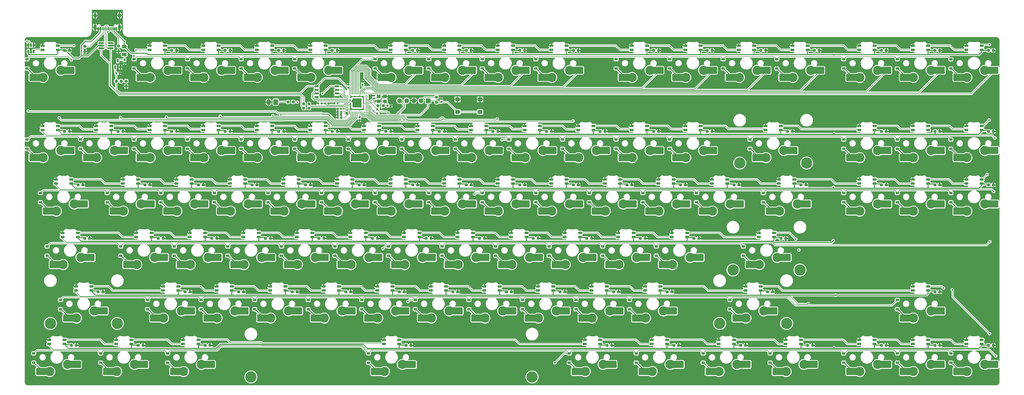
<source format=gbr>
%TF.GenerationSoftware,KiCad,Pcbnew,8.0.8*%
%TF.CreationDate,2025-02-03T11:25:15-05:00*%
%TF.ProjectId,keyboard_pcb,6b657962-6f61-4726-945f-7063622e6b69,rev?*%
%TF.SameCoordinates,Original*%
%TF.FileFunction,Copper,L2,Bot*%
%TF.FilePolarity,Positive*%
%FSLAX46Y46*%
G04 Gerber Fmt 4.6, Leading zero omitted, Abs format (unit mm)*
G04 Created by KiCad (PCBNEW 8.0.8) date 2025-02-03 11:25:15*
%MOMM*%
%LPD*%
G01*
G04 APERTURE LIST*
G04 Aperture macros list*
%AMRoundRect*
0 Rectangle with rounded corners*
0 $1 Rounding radius*
0 $2 $3 $4 $5 $6 $7 $8 $9 X,Y pos of 4 corners*
0 Add a 4 corners polygon primitive as box body*
4,1,4,$2,$3,$4,$5,$6,$7,$8,$9,$2,$3,0*
0 Add four circle primitives for the rounded corners*
1,1,$1+$1,$2,$3*
1,1,$1+$1,$4,$5*
1,1,$1+$1,$6,$7*
1,1,$1+$1,$8,$9*
0 Add four rect primitives between the rounded corners*
20,1,$1+$1,$2,$3,$4,$5,0*
20,1,$1+$1,$4,$5,$6,$7,0*
20,1,$1+$1,$6,$7,$8,$9,0*
20,1,$1+$1,$8,$9,$2,$3,0*%
%AMFreePoly0*
4,1,18,-0.410000,0.593000,-0.403758,0.624380,-0.385983,0.650983,-0.359380,0.668758,-0.328000,0.675000,0.328000,0.675000,0.359380,0.668758,0.385983,0.650983,0.403758,0.624380,0.410000,0.593000,0.410000,-0.593000,0.403758,-0.624380,0.385983,-0.650983,0.359380,-0.668758,0.328000,-0.675000,0.000000,-0.675000,-0.410000,-0.265000,-0.410000,0.593000,-0.410000,0.593000,$1*%
G04 Aperture macros list end*
%TA.AperFunction,ComponentPad*%
%ADD10C,4.000000*%
%TD*%
%TA.AperFunction,ComponentPad*%
%ADD11C,3.300000*%
%TD*%
%TA.AperFunction,SMDPad,CuDef*%
%ADD12R,1.650000X2.500000*%
%TD*%
%TA.AperFunction,SMDPad,CuDef*%
%ADD13RoundRect,0.250000X-1.025000X-1.000000X1.025000X-1.000000X1.025000X1.000000X-1.025000X1.000000X0*%
%TD*%
%TA.AperFunction,SMDPad,CuDef*%
%ADD14RoundRect,0.225000X-0.375000X0.225000X-0.375000X-0.225000X0.375000X-0.225000X0.375000X0.225000X0*%
%TD*%
%TA.AperFunction,SMDPad,CuDef*%
%ADD15RoundRect,0.237500X-0.300000X-0.237500X0.300000X-0.237500X0.300000X0.237500X-0.300000X0.237500X0*%
%TD*%
%TA.AperFunction,SMDPad,CuDef*%
%ADD16RoundRect,0.082000X-0.593000X0.328000X-0.593000X-0.328000X0.593000X-0.328000X0.593000X0.328000X0*%
%TD*%
%TA.AperFunction,SMDPad,CuDef*%
%ADD17FreePoly0,270.000000*%
%TD*%
%TA.AperFunction,SMDPad,CuDef*%
%ADD18RoundRect,0.250000X-0.625000X0.375000X-0.625000X-0.375000X0.625000X-0.375000X0.625000X0.375000X0*%
%TD*%
%TA.AperFunction,SMDPad,CuDef*%
%ADD19RoundRect,0.155000X-0.155000X0.212500X-0.155000X-0.212500X0.155000X-0.212500X0.155000X0.212500X0*%
%TD*%
%TA.AperFunction,SMDPad,CuDef*%
%ADD20RoundRect,0.155000X0.212500X0.155000X-0.212500X0.155000X-0.212500X-0.155000X0.212500X-0.155000X0*%
%TD*%
%TA.AperFunction,SMDPad,CuDef*%
%ADD21RoundRect,0.237500X-0.237500X0.250000X-0.237500X-0.250000X0.237500X-0.250000X0.237500X0.250000X0*%
%TD*%
%TA.AperFunction,ComponentPad*%
%ADD22R,1.700000X1.700000*%
%TD*%
%TA.AperFunction,ComponentPad*%
%ADD23O,1.700000X1.700000*%
%TD*%
%TA.AperFunction,SMDPad,CuDef*%
%ADD24RoundRect,0.155000X-0.212500X-0.155000X0.212500X-0.155000X0.212500X0.155000X-0.212500X0.155000X0*%
%TD*%
%TA.AperFunction,SMDPad,CuDef*%
%ADD25RoundRect,0.150000X-0.150000X0.512500X-0.150000X-0.512500X0.150000X-0.512500X0.150000X0.512500X0*%
%TD*%
%TA.AperFunction,SMDPad,CuDef*%
%ADD26RoundRect,0.155000X0.155000X-0.212500X0.155000X0.212500X-0.155000X0.212500X-0.155000X-0.212500X0*%
%TD*%
%TA.AperFunction,ComponentPad*%
%ADD27RoundRect,0.250000X0.600000X0.750000X-0.600000X0.750000X-0.600000X-0.750000X0.600000X-0.750000X0*%
%TD*%
%TA.AperFunction,ComponentPad*%
%ADD28O,1.700000X2.000000*%
%TD*%
%TA.AperFunction,SMDPad,CuDef*%
%ADD29R,1.600000X1.400000*%
%TD*%
%TA.AperFunction,SMDPad,CuDef*%
%ADD30RoundRect,0.237500X0.250000X0.237500X-0.250000X0.237500X-0.250000X-0.237500X0.250000X-0.237500X0*%
%TD*%
%TA.AperFunction,SMDPad,CuDef*%
%ADD31RoundRect,0.237500X0.287500X0.237500X-0.287500X0.237500X-0.287500X-0.237500X0.287500X-0.237500X0*%
%TD*%
%TA.AperFunction,SMDPad,CuDef*%
%ADD32RoundRect,0.237500X-0.250000X-0.237500X0.250000X-0.237500X0.250000X0.237500X-0.250000X0.237500X0*%
%TD*%
%TA.AperFunction,SMDPad,CuDef*%
%ADD33RoundRect,0.150000X0.650000X0.150000X-0.650000X0.150000X-0.650000X-0.150000X0.650000X-0.150000X0*%
%TD*%
%TA.AperFunction,ComponentPad*%
%ADD34O,1.000000X2.100000*%
%TD*%
%TA.AperFunction,ComponentPad*%
%ADD35O,1.000000X1.800000*%
%TD*%
%TA.AperFunction,SMDPad,CuDef*%
%ADD36RoundRect,0.150000X-0.150000X-0.425000X0.150000X-0.425000X0.150000X0.425000X-0.150000X0.425000X0*%
%TD*%
%TA.AperFunction,SMDPad,CuDef*%
%ADD37RoundRect,0.075000X-0.075000X-0.500000X0.075000X-0.500000X0.075000X0.500000X-0.075000X0.500000X0*%
%TD*%
%TA.AperFunction,SMDPad,CuDef*%
%ADD38RoundRect,0.162500X0.837500X0.162500X-0.837500X0.162500X-0.837500X-0.162500X0.837500X-0.162500X0*%
%TD*%
%TA.AperFunction,SMDPad,CuDef*%
%ADD39R,1.400000X1.200000*%
%TD*%
%TA.AperFunction,HeatsinkPad*%
%ADD40R,3.200000X3.200000*%
%TD*%
%TA.AperFunction,SMDPad,CuDef*%
%ADD41RoundRect,0.050000X-0.387500X0.050000X-0.387500X-0.050000X0.387500X-0.050000X0.387500X0.050000X0*%
%TD*%
%TA.AperFunction,SMDPad,CuDef*%
%ADD42RoundRect,0.050000X-0.050000X0.387500X-0.050000X-0.387500X0.050000X-0.387500X0.050000X0.387500X0*%
%TD*%
%TA.AperFunction,SMDPad,CuDef*%
%ADD43RoundRect,0.150000X0.150000X-0.512500X0.150000X0.512500X-0.150000X0.512500X-0.150000X-0.512500X0*%
%TD*%
%TA.AperFunction,ComponentPad*%
%ADD44C,0.600000*%
%TD*%
%TA.AperFunction,ViaPad*%
%ADD45C,0.600000*%
%TD*%
%TA.AperFunction,Conductor*%
%ADD46C,0.200000*%
%TD*%
%TA.AperFunction,Conductor*%
%ADD47C,0.300000*%
%TD*%
%TA.AperFunction,Conductor*%
%ADD48C,0.500000*%
%TD*%
G04 APERTURE END LIST*
D10*
%TO.P,S5,*%
%TO.N,*%
X209518250Y-149863050D03*
X109505750Y-149863050D03*
%TD*%
%TO.P,S4,*%
%TO.N,*%
X304800000Y-111760000D03*
X280987500Y-111760000D03*
%TD*%
%TO.P,S3,*%
%TO.N,*%
X300037500Y-130810000D03*
X276225000Y-130810000D03*
%TD*%
%TO.P,S2,*%
%TO.N,*%
X61976000Y-130810000D03*
X38163500Y-130810000D03*
%TD*%
%TO.P,S1,*%
%TO.N,*%
X307181250Y-73660000D03*
X283368750Y-73660000D03*
%TD*%
D11*
%TO.P,MX17,1,1*%
%TO.N,col0*%
X41910000Y-69215000D03*
D12*
X43735000Y-69215000D03*
D13*
X45460000Y-69215000D03*
%TO.P,MX17,2,2*%
%TO.N,Net-(D17-A)*%
X32010000Y-71755000D03*
D12*
X33760000Y-71755000D03*
D11*
X35560000Y-71755000D03*
%TD*%
D14*
%TO.P,D60,1,K*%
%TO.N,row3*%
X215587500Y-103375000D03*
%TO.P,D60,2,A*%
%TO.N,Net-(D60-A)*%
X215587500Y-106675000D03*
%TD*%
D15*
%TO.P,C65,1*%
%TO.N,+5V*%
X86100000Y-119575000D03*
%TO.P,C65,2*%
%TO.N,GND*%
X87825000Y-119575000D03*
%TD*%
D11*
%TO.P,MX7,1,1*%
%TO.N,col7*%
X184785000Y-40640000D03*
D12*
X186610000Y-40640000D03*
D13*
X188335000Y-40640000D03*
%TO.P,MX7,2,2*%
%TO.N,Net-(D7-A)*%
X174885000Y-43180000D03*
D12*
X176635000Y-43180000D03*
D11*
X178435000Y-43180000D03*
%TD*%
D14*
%TO.P,D34,1,K*%
%TO.N,row2*%
X34612500Y-84325000D03*
%TO.P,D34,2,A*%
%TO.N,Net-(D34-A)*%
X34612500Y-87625000D03*
%TD*%
D16*
%TO.P,LED23,1,VDD*%
%TO.N,+5V*%
X155125000Y-61925000D03*
%TO.P,LED23,2,DOUT*%
%TO.N,Net-(LED23-DOUT)*%
X155125000Y-60425000D03*
%TO.P,LED23,3,DIN*%
%TO.N,Net-(LED22-DOUT)*%
X149675000Y-61925000D03*
D17*
%TO.P,LED23,4,VSS*%
%TO.N,GND*%
X149675000Y-60425000D03*
%TD*%
D14*
%TO.P,D29,1,K*%
%TO.N,row1*%
X258450000Y-65275000D03*
%TO.P,D29,2,A*%
%TO.N,Net-(D29-A)*%
X258450000Y-68575000D03*
%TD*%
D11*
%TO.P,MX24,1,1*%
%TO.N,col7*%
X175260000Y-69215000D03*
D12*
X177085000Y-69215000D03*
D13*
X178810000Y-69215000D03*
%TO.P,MX24,2,2*%
%TO.N,Net-(D24-A)*%
X165360000Y-71755000D03*
D12*
X167110000Y-71755000D03*
D11*
X168910000Y-71755000D03*
%TD*%
D16*
%TO.P,LED17,1,VDD*%
%TO.N,+5V*%
X40825000Y-61925000D03*
%TO.P,LED17,2,DOUT*%
%TO.N,Net-(LED17-DOUT)*%
X40825000Y-60425000D03*
%TO.P,LED17,3,DIN*%
%TO.N,Net-(LED16-DOUT)*%
X35375000Y-61925000D03*
D17*
%TO.P,LED17,4,VSS*%
%TO.N,GND*%
X35375000Y-60425000D03*
%TD*%
D14*
%TO.P,D62,1,K*%
%TO.N,row3*%
X253687500Y-103375000D03*
%TO.P,D62,2,A*%
%TO.N,Net-(D62-A)*%
X253687500Y-106675000D03*
%TD*%
D15*
%TO.P,C68,1*%
%TO.N,+5V*%
X143250000Y-119575000D03*
%TO.P,C68,2*%
%TO.N,GND*%
X144975000Y-119575000D03*
%TD*%
D14*
%TO.P,D22,1,K*%
%TO.N,row1*%
X125100000Y-65275000D03*
%TO.P,D22,2,A*%
%TO.N,Net-(D22-A)*%
X125100000Y-68575000D03*
%TD*%
D11*
%TO.P,MX10,1,1*%
%TO.N,col10*%
X251460000Y-40640000D03*
D12*
X253285000Y-40640000D03*
D13*
X255010000Y-40640000D03*
%TO.P,MX10,2,2*%
%TO.N,Net-(D10-A)*%
X241560000Y-43180000D03*
D12*
X243310000Y-43180000D03*
D11*
X245110000Y-43180000D03*
%TD*%
D14*
%TO.P,D64,1,K*%
%TO.N,row4*%
X41756250Y-122425000D03*
%TO.P,D64,2,A*%
%TO.N,Net-(D64-A)*%
X41756250Y-125725000D03*
%TD*%
%TO.P,D23,1,K*%
%TO.N,row1*%
X144150000Y-65275000D03*
%TO.P,D23,2,A*%
%TO.N,Net-(D23-A)*%
X144150000Y-68575000D03*
%TD*%
D16*
%TO.P,LED43,1,VDD*%
%TO.N,+5V*%
X221800000Y-80975000D03*
%TO.P,LED43,2,DOUT*%
%TO.N,Net-(LED43-DOUT)*%
X221800000Y-79475000D03*
%TO.P,LED43,3,DIN*%
%TO.N,Net-(LED42-DOUT)*%
X216350000Y-80975000D03*
D17*
%TO.P,LED43,4,VSS*%
%TO.N,GND*%
X216350000Y-79475000D03*
%TD*%
D11*
%TO.P,MX75,1,1*%
%TO.N,col13*%
X291941250Y-126365000D03*
D12*
X293766250Y-126365000D03*
D13*
X295491250Y-126365000D03*
%TO.P,MX75,2,2*%
%TO.N,Net-(D75-A)*%
X282041250Y-128905000D03*
D12*
X283791250Y-128905000D03*
D11*
X285591250Y-128905000D03*
%TD*%
%TO.P,MX71,1,1*%
%TO.N,col8*%
X199072500Y-126365000D03*
D12*
X200897500Y-126365000D03*
D13*
X202622500Y-126365000D03*
%TO.P,MX71,2,2*%
%TO.N,Net-(D71-A)*%
X189172500Y-128905000D03*
D12*
X190922500Y-128905000D03*
D11*
X192722500Y-128905000D03*
%TD*%
D16*
%TO.P,LED79,1,VDD*%
%TO.N,+5V*%
X90831250Y-138125000D03*
%TO.P,LED79,2,DOUT*%
%TO.N,Net-(LED79-DOUT)*%
X90831250Y-136625000D03*
%TO.P,LED79,3,DIN*%
%TO.N,Net-(LED78-DOUT)*%
X85381250Y-138125000D03*
D17*
%TO.P,LED79,4,VSS*%
%TO.N,GND*%
X85381250Y-136625000D03*
%TD*%
D16*
%TO.P,LED29,1,VDD*%
%TO.N,+5V*%
X269425000Y-61925000D03*
%TO.P,LED29,2,DOUT*%
%TO.N,Net-(LED29-DOUT)*%
X269425000Y-60425000D03*
%TO.P,LED29,3,DIN*%
%TO.N,Net-(LED28-DOUT)*%
X263975000Y-61925000D03*
D17*
%TO.P,LED29,4,VSS*%
%TO.N,GND*%
X263975000Y-60425000D03*
%TD*%
D18*
%TO.P,F1,1*%
%TO.N,+5V*%
X64475000Y-32150000D03*
%TO.P,F1,2*%
%TO.N,Net-(U1-VI)*%
X64475000Y-34950000D03*
%TD*%
D11*
%TO.P,MX74,1,1*%
%TO.N,col11*%
X256222500Y-126365000D03*
D12*
X258047500Y-126365000D03*
D13*
X259772500Y-126365000D03*
%TO.P,MX74,2,2*%
%TO.N,Net-(D74-A)*%
X246322500Y-128905000D03*
D12*
X248072500Y-128905000D03*
D11*
X249872500Y-128905000D03*
%TD*%
D16*
%TO.P,LED20,1,VDD*%
%TO.N,+5V*%
X97975000Y-61925000D03*
%TO.P,LED20,2,DOUT*%
%TO.N,Net-(LED20-DOUT)*%
X97975000Y-60425000D03*
%TO.P,LED20,3,DIN*%
%TO.N,Net-(LED19-DOUT)*%
X92525000Y-61925000D03*
D17*
%TO.P,LED20,4,VSS*%
%TO.N,GND*%
X92525000Y-60425000D03*
%TD*%
D14*
%TO.P,D1,1,K*%
%TO.N,row0*%
X29850000Y-36700000D03*
%TO.P,D1,2,A*%
%TO.N,Net-(D1-A)*%
X29850000Y-40000000D03*
%TD*%
D19*
%TO.P,C99,1*%
%TO.N,Net-(U1-VI)*%
X64575000Y-36907500D03*
%TO.P,C99,2*%
%TO.N,GND*%
X64575000Y-38042500D03*
%TD*%
D15*
%TO.P,C45,1*%
%TO.N,+5V*%
X262312500Y-81475000D03*
%TO.P,C45,2*%
%TO.N,GND*%
X264037500Y-81475000D03*
%TD*%
D16*
%TO.P,LED1,1,VDD*%
%TO.N,+5V*%
X40825000Y-33350000D03*
%TO.P,LED1,2,DOUT*%
%TO.N,Net-(LED1-DOUT)*%
X40825000Y-31850000D03*
%TO.P,LED1,3,DIN*%
%TO.N,Out_5v*%
X35375000Y-33350000D03*
D17*
%TO.P,LED1,4,VSS*%
%TO.N,GND*%
X35375000Y-31850000D03*
%TD*%
D14*
%TO.P,D74,1,K*%
%TO.N,row4*%
X244162500Y-122425000D03*
%TO.P,D74,2,A*%
%TO.N,Net-(D74-A)*%
X244162500Y-125725000D03*
%TD*%
D15*
%TO.P,C24,1*%
%TO.N,+5V*%
X176587500Y-62425000D03*
%TO.P,C24,2*%
%TO.N,GND*%
X178312500Y-62425000D03*
%TD*%
D16*
%TO.P,LED69,1,VDD*%
%TO.N,+5V*%
X159887500Y-119075000D03*
%TO.P,LED69,2,DOUT*%
%TO.N,Net-(LED69-DOUT)*%
X159887500Y-117575000D03*
%TO.P,LED69,3,DIN*%
%TO.N,Net-(LED68-DOUT)*%
X154437500Y-119075000D03*
D17*
%TO.P,LED69,4,VSS*%
%TO.N,GND*%
X154437500Y-117575000D03*
%TD*%
D11*
%TO.P,MX68,1,1*%
%TO.N,col5*%
X141922500Y-126365000D03*
D12*
X143747500Y-126365000D03*
D13*
X145472500Y-126365000D03*
%TO.P,MX68,2,2*%
%TO.N,Net-(D68-A)*%
X132022500Y-128905000D03*
D12*
X133772500Y-128905000D03*
D11*
X135572500Y-128905000D03*
%TD*%
D20*
%TO.P,C103,1*%
%TO.N,GND*%
X159242500Y-53300000D03*
%TO.P,C103,2*%
%TO.N,Net-(C103-Pad2)*%
X158107500Y-53300000D03*
%TD*%
D15*
%TO.P,C3,1*%
%TO.N,+5V*%
X100387500Y-33528000D03*
%TO.P,C3,2*%
%TO.N,GND*%
X102112500Y-33528000D03*
%TD*%
D16*
%TO.P,LED77,1,VDD*%
%TO.N,+5V*%
X43206250Y-138125000D03*
%TO.P,LED77,2,DOUT*%
%TO.N,Net-(LED77-DOUT)*%
X43206250Y-136625000D03*
%TO.P,LED77,3,DIN*%
%TO.N,Net-(LED76-DOUT)*%
X37756250Y-138125000D03*
D17*
%TO.P,LED77,4,VSS*%
%TO.N,GND*%
X37756250Y-136625000D03*
%TD*%
D16*
%TO.P,LED87,1,VDD*%
%TO.N,+5V*%
X369437500Y-138125000D03*
%TO.P,LED87,2,DOUT*%
%TO.N,unconnected-(LED87-DOUT-Pad2)*%
X369437500Y-136625000D03*
%TO.P,LED87,3,DIN*%
%TO.N,Net-(LED86-DOUT)*%
X363987500Y-138125000D03*
D17*
%TO.P,LED87,4,VSS*%
%TO.N,GND*%
X363987500Y-136625000D03*
%TD*%
D14*
%TO.P,D32,1,K*%
%TO.N,row1*%
X339412500Y-65275000D03*
%TO.P,D32,2,A*%
%TO.N,Net-(D32-A)*%
X339412500Y-68575000D03*
%TD*%
D11*
%TO.P,MX44,1,1*%
%TO.N,col10*%
X241935000Y-88265000D03*
D12*
X243760000Y-88265000D03*
D13*
X245485000Y-88265000D03*
%TO.P,MX44,2,2*%
%TO.N,Net-(D44-A)*%
X232035000Y-90805000D03*
D12*
X233785000Y-90805000D03*
D11*
X235585000Y-90805000D03*
%TD*%
D14*
%TO.P,D70,1,K*%
%TO.N,row4*%
X167962500Y-122425000D03*
%TO.P,D70,2,A*%
%TO.N,Net-(D70-A)*%
X167962500Y-125725000D03*
%TD*%
D16*
%TO.P,LED34,1,VDD*%
%TO.N,+5V*%
X45587500Y-80975000D03*
%TO.P,LED34,2,DOUT*%
%TO.N,Net-(LED34-DOUT)*%
X45587500Y-79475000D03*
%TO.P,LED34,3,DIN*%
%TO.N,Net-(LED33-DOUT)*%
X40137500Y-80975000D03*
D17*
%TO.P,LED34,4,VSS*%
%TO.N,GND*%
X40137500Y-79475000D03*
%TD*%
D11*
%TO.P,MX85,1,1*%
%TO.N,col14*%
X332422500Y-145415000D03*
D12*
X334247500Y-145415000D03*
D13*
X335972500Y-145415000D03*
%TO.P,MX85,2,2*%
%TO.N,Net-(D85-A)*%
X322522500Y-147955000D03*
D12*
X324272500Y-147955000D03*
D11*
X326072500Y-147955000D03*
%TD*%
%TO.P,MX61,1,1*%
%TO.N,col11*%
X246697500Y-107315000D03*
D12*
X248522500Y-107315000D03*
D13*
X250247500Y-107315000D03*
%TO.P,MX61,2,2*%
%TO.N,Net-(D61-A)*%
X236797500Y-109855000D03*
D12*
X238547500Y-109855000D03*
D11*
X240347500Y-109855000D03*
%TD*%
%TO.P,MX28,1,1*%
%TO.N,col11*%
X251460000Y-69215000D03*
D12*
X253285000Y-69215000D03*
D13*
X255010000Y-69215000D03*
%TO.P,MX28,2,2*%
%TO.N,Net-(D28-A)*%
X241560000Y-71755000D03*
D12*
X243310000Y-71755000D03*
D11*
X245110000Y-71755000D03*
%TD*%
D20*
%TO.P,C89,1*%
%TO.N,+1V1*%
X140317500Y-52350000D03*
%TO.P,C89,2*%
%TO.N,GND*%
X139182500Y-52350000D03*
%TD*%
D16*
%TO.P,LED53,1,VDD*%
%TO.N,+5V*%
X93212500Y-100025000D03*
%TO.P,LED53,2,DOUT*%
%TO.N,Net-(LED53-DOUT)*%
X93212500Y-98525000D03*
%TO.P,LED53,3,DIN*%
%TO.N,Net-(LED52-DOUT)*%
X87762500Y-100025000D03*
D17*
%TO.P,LED53,4,VSS*%
%TO.N,GND*%
X87762500Y-98525000D03*
%TD*%
D16*
%TO.P,LED28,1,VDD*%
%TO.N,+5V*%
X250375000Y-61925000D03*
%TO.P,LED28,2,DOUT*%
%TO.N,Net-(LED28-DOUT)*%
X250375000Y-60425000D03*
%TO.P,LED28,3,DIN*%
%TO.N,Net-(LED27-DOUT)*%
X244925000Y-61925000D03*
D17*
%TO.P,LED28,4,VSS*%
%TO.N,GND*%
X244925000Y-60425000D03*
%TD*%
D11*
%TO.P,MX39,1,1*%
%TO.N,col5*%
X146685000Y-88265000D03*
D12*
X148510000Y-88265000D03*
D13*
X150235000Y-88265000D03*
%TO.P,MX39,2,2*%
%TO.N,Net-(D39-A)*%
X136785000Y-90805000D03*
D12*
X138535000Y-90805000D03*
D11*
X140335000Y-90805000D03*
%TD*%
D14*
%TO.P,D63,1,K*%
%TO.N,row3*%
X284643750Y-103375000D03*
%TO.P,D63,2,A*%
%TO.N,Net-(D63-A)*%
X284643750Y-106675000D03*
%TD*%
D11*
%TO.P,MX25,1,1*%
%TO.N,col8*%
X194310000Y-69215000D03*
D12*
X196135000Y-69215000D03*
D13*
X197860000Y-69215000D03*
%TO.P,MX25,2,2*%
%TO.N,Net-(D25-A)*%
X184410000Y-71755000D03*
D12*
X186160000Y-71755000D03*
D11*
X187960000Y-71755000D03*
%TD*%
D14*
%TO.P,D43,1,K*%
%TO.N,row2*%
X210825000Y-84325000D03*
%TO.P,D43,2,A*%
%TO.N,Net-(D43-A)*%
X210825000Y-87625000D03*
%TD*%
D15*
%TO.P,C80,1*%
%TO.N,+5V*%
X164681250Y-138625000D03*
%TO.P,C80,2*%
%TO.N,GND*%
X166406250Y-138625000D03*
%TD*%
D14*
%TO.P,D68,1,K*%
%TO.N,row4*%
X129862500Y-122425000D03*
%TO.P,D68,2,A*%
%TO.N,Net-(D68-A)*%
X129862500Y-125725000D03*
%TD*%
D16*
%TO.P,LED32,1,VDD*%
%TO.N,+5V*%
X350387500Y-61925000D03*
%TO.P,LED32,2,DOUT*%
%TO.N,Net-(LED32-DOUT)*%
X350387500Y-60425000D03*
%TO.P,LED32,3,DIN*%
%TO.N,Net-(LED31-DOUT)*%
X344937500Y-61925000D03*
D17*
%TO.P,LED32,4,VSS*%
%TO.N,GND*%
X344937500Y-60425000D03*
%TD*%
D11*
%TO.P,MX26,1,1*%
%TO.N,col9*%
X213360000Y-69215000D03*
D12*
X215185000Y-69215000D03*
D13*
X216910000Y-69215000D03*
%TO.P,MX26,2,2*%
%TO.N,Net-(D26-A)*%
X203460000Y-71755000D03*
D12*
X205210000Y-71755000D03*
D11*
X207010000Y-71755000D03*
%TD*%
D15*
%TO.P,C69,1*%
%TO.N,+5V*%
X162300000Y-119575000D03*
%TO.P,C69,2*%
%TO.N,GND*%
X164025000Y-119575000D03*
%TD*%
D16*
%TO.P,LED76,1,VDD*%
%TO.N,+5V*%
X350387500Y-119075000D03*
%TO.P,LED76,2,DOUT*%
%TO.N,Net-(LED76-DOUT)*%
X350387500Y-117575000D03*
%TO.P,LED76,3,DIN*%
%TO.N,Net-(LED75-DOUT)*%
X344937500Y-119075000D03*
D17*
%TO.P,LED76,4,VSS*%
%TO.N,GND*%
X344937500Y-117575000D03*
%TD*%
D16*
%TO.P,LED75,1,VDD*%
%TO.N,+5V*%
X290856250Y-119075000D03*
%TO.P,LED75,2,DOUT*%
%TO.N,Net-(LED75-DOUT)*%
X290856250Y-117575000D03*
%TO.P,LED75,3,DIN*%
%TO.N,Net-(LED74-DOUT)*%
X285406250Y-119075000D03*
D17*
%TO.P,LED75,4,VSS*%
%TO.N,GND*%
X285406250Y-117575000D03*
%TD*%
D16*
%TO.P,LED78,1,VDD*%
%TO.N,+5V*%
X67018750Y-138125000D03*
%TO.P,LED78,2,DOUT*%
%TO.N,Net-(LED78-DOUT)*%
X67018750Y-136625000D03*
%TO.P,LED78,3,DIN*%
%TO.N,Net-(LED77-DOUT)*%
X61568750Y-138125000D03*
D17*
%TO.P,LED78,4,VSS*%
%TO.N,GND*%
X61568750Y-136625000D03*
%TD*%
D14*
%TO.P,D67,1,K*%
%TO.N,row4*%
X110812500Y-122425000D03*
%TO.P,D67,2,A*%
%TO.N,Net-(D67-A)*%
X110812500Y-125725000D03*
%TD*%
D11*
%TO.P,MX56,1,1*%
%TO.N,col6*%
X151447500Y-107315000D03*
D12*
X153272500Y-107315000D03*
D13*
X154997500Y-107315000D03*
%TO.P,MX56,2,2*%
%TO.N,Net-(D56-A)*%
X141547500Y-109855000D03*
D12*
X143297500Y-109855000D03*
D11*
X145097500Y-109855000D03*
%TD*%
D16*
%TO.P,LED70,1,VDD*%
%TO.N,+5V*%
X178937500Y-119075000D03*
%TO.P,LED70,2,DOUT*%
%TO.N,Net-(LED70-DOUT)*%
X178937500Y-117575000D03*
%TO.P,LED70,3,DIN*%
%TO.N,Net-(LED69-DOUT)*%
X173487500Y-119075000D03*
D17*
%TO.P,LED70,4,VSS*%
%TO.N,GND*%
X173487500Y-117575000D03*
%TD*%
D14*
%TO.P,D65,1,K*%
%TO.N,row4*%
X72712500Y-122425000D03*
%TO.P,D65,2,A*%
%TO.N,Net-(D65-A)*%
X72712500Y-125725000D03*
%TD*%
D16*
%TO.P,LED50,1,VDD*%
%TO.N,+5V*%
X369437500Y-80975000D03*
%TO.P,LED50,2,DOUT*%
%TO.N,Net-(LED50-DOUT)*%
X369437500Y-79475000D03*
%TO.P,LED50,3,DIN*%
%TO.N,Net-(LED49-DOUT)*%
X363987500Y-80975000D03*
D17*
%TO.P,LED50,4,VSS*%
%TO.N,GND*%
X363987500Y-79475000D03*
%TD*%
D15*
%TO.P,C14,1*%
%TO.N,+5V*%
X333750000Y-33528000D03*
%TO.P,C14,2*%
%TO.N,GND*%
X335475000Y-33528000D03*
%TD*%
D11*
%TO.P,MX70,1,1*%
%TO.N,col7*%
X180022500Y-126365000D03*
D12*
X181847500Y-126365000D03*
D13*
X183572500Y-126365000D03*
%TO.P,MX70,2,2*%
%TO.N,Net-(D70-A)*%
X170122500Y-128905000D03*
D12*
X171872500Y-128905000D03*
D11*
X173672500Y-128905000D03*
%TD*%
D14*
%TO.P,D18,1,K*%
%TO.N,row1*%
X48900000Y-65275000D03*
%TO.P,D18,2,A*%
%TO.N,Net-(D18-A)*%
X48900000Y-68575000D03*
%TD*%
%TO.P,D3,1,K*%
%TO.N,row0*%
X87000000Y-36700000D03*
%TO.P,D3,2,A*%
%TO.N,Net-(D3-A)*%
X87000000Y-40000000D03*
%TD*%
D11*
%TO.P,MX59,1,1*%
%TO.N,col9*%
X208597500Y-107315000D03*
D12*
X210422500Y-107315000D03*
D13*
X212147500Y-107315000D03*
%TO.P,MX59,2,2*%
%TO.N,Net-(D59-A)*%
X198697500Y-109855000D03*
D12*
X200447500Y-109855000D03*
D11*
X202247500Y-109855000D03*
%TD*%
D21*
%TO.P,R5,2*%
%TO.N,GND*%
X62425000Y-33862500D03*
%TO.P,R5,1*%
%TO.N,Net-(J1-CC2)*%
X62425000Y-32037500D03*
%TD*%
D11*
%TO.P,MX40,1,1*%
%TO.N,col6*%
X165735000Y-88265000D03*
D12*
X167560000Y-88265000D03*
D13*
X169285000Y-88265000D03*
%TO.P,MX40,2,2*%
%TO.N,Net-(D40-A)*%
X155835000Y-90805000D03*
D12*
X157585000Y-90805000D03*
D11*
X159385000Y-90805000D03*
%TD*%
D15*
%TO.P,C79,1*%
%TO.N,+5V*%
X93243750Y-138625000D03*
%TO.P,C79,2*%
%TO.N,GND*%
X94968750Y-138625000D03*
%TD*%
D16*
%TO.P,LED16,1,VDD*%
%TO.N,+5V*%
X369437500Y-33350000D03*
%TO.P,LED16,2,DOUT*%
%TO.N,Net-(LED16-DOUT)*%
X369437500Y-31850000D03*
%TO.P,LED16,3,DIN*%
%TO.N,Net-(LED15-DOUT)*%
X363987500Y-33350000D03*
D17*
%TO.P,LED16,4,VSS*%
%TO.N,GND*%
X363987500Y-31850000D03*
%TD*%
D11*
%TO.P,MX41,1,1*%
%TO.N,col7*%
X184785000Y-88265000D03*
D12*
X186610000Y-88265000D03*
D13*
X188335000Y-88265000D03*
%TO.P,MX41,2,2*%
%TO.N,Net-(D41-A)*%
X174885000Y-90805000D03*
D12*
X176635000Y-90805000D03*
D11*
X178435000Y-90805000D03*
%TD*%
D14*
%TO.P,D79,1,K*%
%TO.N,row5*%
X79856250Y-141475000D03*
%TO.P,D79,2,A*%
%TO.N,Net-(D79-A)*%
X79856250Y-144775000D03*
%TD*%
%TO.P,D14,1,K*%
%TO.N,row0*%
X320362500Y-36700000D03*
%TO.P,D14,2,A*%
%TO.N,Net-(D14-A)*%
X320362500Y-40000000D03*
%TD*%
D22*
%TO.P,J3,1,Pin_1*%
%TO.N,/Microcontroller/Run*%
X172525000Y-51450000D03*
D23*
%TO.P,J3,2,Pin_2*%
%TO.N,+3V3*%
X169985000Y-51450000D03*
%TO.P,J3,3,Pin_3*%
%TO.N,GND*%
X167445000Y-51450000D03*
%TO.P,J3,4,Pin_4*%
%TO.N,/Microcontroller/SWD*%
X164905000Y-51450000D03*
%TO.P,J3,5,Pin_5*%
%TO.N,/Microcontroller/SWCLK*%
X162365000Y-51450000D03*
%TD*%
D16*
%TO.P,LED33,1,VDD*%
%TO.N,+5V*%
X369437500Y-61925000D03*
%TO.P,LED33,2,DOUT*%
%TO.N,Net-(LED33-DOUT)*%
X369437500Y-60425000D03*
%TO.P,LED33,3,DIN*%
%TO.N,Net-(LED32-DOUT)*%
X363987500Y-61925000D03*
D17*
%TO.P,LED33,4,VSS*%
%TO.N,GND*%
X363987500Y-60425000D03*
%TD*%
D15*
%TO.P,C71,1*%
%TO.N,+5V*%
X200400000Y-119575000D03*
%TO.P,C71,2*%
%TO.N,GND*%
X202125000Y-119575000D03*
%TD*%
D11*
%TO.P,MX42,1,1*%
%TO.N,col8*%
X203835000Y-88265000D03*
D12*
X205660000Y-88265000D03*
D13*
X207385000Y-88265000D03*
%TO.P,MX42,2,2*%
%TO.N,Net-(D42-A)*%
X193935000Y-90805000D03*
D12*
X195685000Y-90805000D03*
D11*
X197485000Y-90805000D03*
%TD*%
%TO.P,MX38,1,1*%
%TO.N,col4*%
X127635000Y-88265000D03*
D12*
X129460000Y-88265000D03*
D13*
X131185000Y-88265000D03*
%TO.P,MX38,2,2*%
%TO.N,Net-(D38-A)*%
X117735000Y-90805000D03*
D12*
X119485000Y-90805000D03*
D11*
X121285000Y-90805000D03*
%TD*%
D16*
%TO.P,LED42,1,VDD*%
%TO.N,+5V*%
X202750000Y-80975000D03*
%TO.P,LED42,2,DOUT*%
%TO.N,Net-(LED42-DOUT)*%
X202750000Y-79475000D03*
%TO.P,LED42,3,DIN*%
%TO.N,Net-(LED41-DOUT)*%
X197300000Y-80975000D03*
D17*
%TO.P,LED42,4,VSS*%
%TO.N,GND*%
X197300000Y-79475000D03*
%TD*%
D14*
%TO.P,D81,1,K*%
%TO.N,row5*%
X222731250Y-141475000D03*
%TO.P,D81,2,A*%
%TO.N,Net-(D81-A)*%
X222731250Y-144775000D03*
%TD*%
%TO.P,D59,1,K*%
%TO.N,row3*%
X196537500Y-103375000D03*
%TO.P,D59,2,A*%
%TO.N,Net-(D59-A)*%
X196537500Y-106675000D03*
%TD*%
D16*
%TO.P,LED30,1,VDD*%
%TO.N,+5V*%
X298000000Y-61925000D03*
%TO.P,LED30,2,DOUT*%
%TO.N,Net-(LED30-DOUT)*%
X298000000Y-60425000D03*
%TO.P,LED30,3,DIN*%
%TO.N,Net-(LED29-DOUT)*%
X292550000Y-61925000D03*
D17*
%TO.P,LED30,4,VSS*%
%TO.N,GND*%
X292550000Y-60425000D03*
%TD*%
D15*
%TO.P,C26,1*%
%TO.N,+5V*%
X214687500Y-62425000D03*
%TO.P,C26,2*%
%TO.N,GND*%
X216412500Y-62425000D03*
%TD*%
%TO.P,C10,1*%
%TO.N,+5V*%
X252787500Y-33528000D03*
%TO.P,C10,2*%
%TO.N,GND*%
X254512500Y-33528000D03*
%TD*%
%TO.P,C72,1*%
%TO.N,+5V*%
X219450000Y-119575000D03*
%TO.P,C72,2*%
%TO.N,GND*%
X221175000Y-119575000D03*
%TD*%
D24*
%TO.P,C94,1*%
%TO.N,+3V3*%
X154482500Y-54525000D03*
%TO.P,C94,2*%
%TO.N,GND*%
X155617500Y-54525000D03*
%TD*%
D16*
%TO.P,LED60,1,VDD*%
%TO.N,+5V*%
X226562500Y-100025000D03*
%TO.P,LED60,2,DOUT*%
%TO.N,Net-(LED60-DOUT)*%
X226562500Y-98525000D03*
%TO.P,LED60,3,DIN*%
%TO.N,Net-(LED59-DOUT)*%
X221112500Y-100025000D03*
D17*
%TO.P,LED60,4,VSS*%
%TO.N,GND*%
X221112500Y-98525000D03*
%TD*%
D11*
%TO.P,MX15,1,1*%
%TO.N,col15*%
X351472500Y-40640000D03*
D12*
X353297500Y-40640000D03*
D13*
X355022500Y-40640000D03*
%TO.P,MX15,2,2*%
%TO.N,Net-(D15-A)*%
X341572500Y-43180000D03*
D12*
X343322500Y-43180000D03*
D11*
X345122500Y-43180000D03*
%TD*%
%TO.P,MX76,1,1*%
%TO.N,col15*%
X351472500Y-126365000D03*
D12*
X353297500Y-126365000D03*
D13*
X355022500Y-126365000D03*
%TO.P,MX76,2,2*%
%TO.N,Net-(D76-A)*%
X341572500Y-128905000D03*
D12*
X343322500Y-128905000D03*
D11*
X345122500Y-128905000D03*
%TD*%
D16*
%TO.P,LED6,1,VDD*%
%TO.N,+5V*%
X164650000Y-33350000D03*
%TO.P,LED6,2,DOUT*%
%TO.N,Net-(LED6-DOUT)*%
X164650000Y-31850000D03*
%TO.P,LED6,3,DIN*%
%TO.N,Net-(LED5-DOUT)*%
X159200000Y-33350000D03*
D17*
%TO.P,LED6,4,VSS*%
%TO.N,GND*%
X159200000Y-31850000D03*
%TD*%
D11*
%TO.P,MX66,1,1*%
%TO.N,col3*%
X103822500Y-126365000D03*
D12*
X105647500Y-126365000D03*
D13*
X107372500Y-126365000D03*
%TO.P,MX66,2,2*%
%TO.N,Net-(D66-A)*%
X93922500Y-128905000D03*
D12*
X95672500Y-128905000D03*
D11*
X97472500Y-128905000D03*
%TD*%
D14*
%TO.P,D21,1,K*%
%TO.N,row1*%
X106050000Y-65275000D03*
%TO.P,D21,2,A*%
%TO.N,Net-(D21-A)*%
X106050000Y-68575000D03*
%TD*%
D16*
%TO.P,LED71,1,VDD*%
%TO.N,+5V*%
X197987500Y-119075000D03*
%TO.P,LED71,2,DOUT*%
%TO.N,Net-(LED71-DOUT)*%
X197987500Y-117575000D03*
%TO.P,LED71,3,DIN*%
%TO.N,Net-(LED70-DOUT)*%
X192537500Y-119075000D03*
D17*
%TO.P,LED71,4,VSS*%
%TO.N,GND*%
X192537500Y-117575000D03*
%TD*%
D11*
%TO.P,MX52,1,1*%
%TO.N,col1*%
X75247500Y-107315000D03*
D12*
X77072500Y-107315000D03*
D13*
X78797500Y-107315000D03*
%TO.P,MX52,2,2*%
%TO.N,Net-(D52-A)*%
X65347500Y-109855000D03*
D12*
X67097500Y-109855000D03*
D11*
X68897500Y-109855000D03*
%TD*%
D15*
%TO.P,C12,1*%
%TO.N,+5V*%
X290887500Y-33528000D03*
%TO.P,C12,2*%
%TO.N,GND*%
X292612500Y-33528000D03*
%TD*%
D14*
%TO.P,D87,1,K*%
%TO.N,row5*%
X358462500Y-141475000D03*
%TO.P,D87,2,A*%
%TO.N,Net-(D87-A)*%
X358462500Y-144775000D03*
%TD*%
D15*
%TO.P,C40,1*%
%TO.N,+5V*%
X167062500Y-81475000D03*
%TO.P,C40,2*%
%TO.N,GND*%
X168787500Y-81475000D03*
%TD*%
%TO.P,C60,1*%
%TO.N,+5V*%
X228975000Y-100525000D03*
%TO.P,C60,2*%
%TO.N,GND*%
X230700000Y-100525000D03*
%TD*%
D16*
%TO.P,LED11,1,VDD*%
%TO.N,+5V*%
X269425000Y-33350000D03*
%TO.P,LED11,2,DOUT*%
%TO.N,Net-(LED11-DOUT)*%
X269425000Y-31850000D03*
%TO.P,LED11,3,DIN*%
%TO.N,Net-(LED10-DOUT)*%
X263975000Y-33350000D03*
D17*
%TO.P,LED11,4,VSS*%
%TO.N,GND*%
X263975000Y-31850000D03*
%TD*%
D15*
%TO.P,C64,1*%
%TO.N,+5V*%
X55143750Y-119575000D03*
%TO.P,C64,2*%
%TO.N,GND*%
X56868750Y-119575000D03*
%TD*%
D14*
%TO.P,D20,1,K*%
%TO.N,row1*%
X87000000Y-65275000D03*
%TO.P,D20,2,A*%
%TO.N,Net-(D20-A)*%
X87000000Y-68575000D03*
%TD*%
D15*
%TO.P,C42,1*%
%TO.N,+5V*%
X205162500Y-81475000D03*
%TO.P,C42,2*%
%TO.N,GND*%
X206887500Y-81475000D03*
%TD*%
D14*
%TO.P,D6,1,K*%
%TO.N,row0*%
X153675000Y-36700000D03*
%TO.P,D6,2,A*%
%TO.N,Net-(D6-A)*%
X153675000Y-40000000D03*
%TD*%
D15*
%TO.P,C4,1*%
%TO.N,+5V*%
X119437500Y-33528000D03*
%TO.P,C4,2*%
%TO.N,GND*%
X121162500Y-33528000D03*
%TD*%
D11*
%TO.P,MX35,1,1*%
%TO.N,col1*%
X70485000Y-88265000D03*
D12*
X72310000Y-88265000D03*
D13*
X74035000Y-88265000D03*
%TO.P,MX35,2,2*%
%TO.N,Net-(D35-A)*%
X60585000Y-90805000D03*
D12*
X62335000Y-90805000D03*
D11*
X64135000Y-90805000D03*
%TD*%
%TO.P,MX55,1,1*%
%TO.N,col5*%
X132397500Y-107315000D03*
D12*
X134222500Y-107315000D03*
D13*
X135947500Y-107315000D03*
%TO.P,MX55,2,2*%
%TO.N,Net-(D55-A)*%
X122497500Y-109855000D03*
D12*
X124247500Y-109855000D03*
D11*
X126047500Y-109855000D03*
%TD*%
%TO.P,MX80,1,1*%
%TO.N,col7*%
X163353750Y-145415000D03*
D12*
X165178750Y-145415000D03*
D13*
X166903750Y-145415000D03*
%TO.P,MX80,2,2*%
%TO.N,Net-(D80-A)*%
X153453750Y-147955000D03*
D12*
X155203750Y-147955000D03*
D11*
X157003750Y-147955000D03*
%TD*%
%TO.P,MX51,1,1*%
%TO.N,col0*%
X49053750Y-107315000D03*
D12*
X50878750Y-107315000D03*
D13*
X52603750Y-107315000D03*
%TO.P,MX51,2,2*%
%TO.N,Net-(D51-A)*%
X39153750Y-109855000D03*
D12*
X40903750Y-109855000D03*
D11*
X42703750Y-109855000D03*
%TD*%
D15*
%TO.P,C23,1*%
%TO.N,+5V*%
X157537500Y-62425000D03*
%TO.P,C23,2*%
%TO.N,GND*%
X159262500Y-62425000D03*
%TD*%
D16*
%TO.P,LED51,1,VDD*%
%TO.N,+5V*%
X47968750Y-100025000D03*
%TO.P,LED51,2,DOUT*%
%TO.N,Net-(LED51-DOUT)*%
X47968750Y-98525000D03*
%TO.P,LED51,3,DIN*%
%TO.N,Net-(LED50-DOUT)*%
X42518750Y-100025000D03*
D17*
%TO.P,LED51,4,VSS*%
%TO.N,GND*%
X42518750Y-98525000D03*
%TD*%
D14*
%TO.P,D36,1,K*%
%TO.N,row2*%
X77475000Y-84325000D03*
%TO.P,D36,2,A*%
%TO.N,Net-(D36-A)*%
X77475000Y-87625000D03*
%TD*%
D16*
%TO.P,LED63,1,VDD*%
%TO.N,+5V*%
X295618750Y-100025000D03*
%TO.P,LED63,2,DOUT*%
%TO.N,Net-(LED63-DOUT)*%
X295618750Y-98525000D03*
%TO.P,LED63,3,DIN*%
%TO.N,Net-(LED62-DOUT)*%
X290168750Y-100025000D03*
D17*
%TO.P,LED63,4,VSS*%
%TO.N,GND*%
X290168750Y-98525000D03*
%TD*%
D14*
%TO.P,D80,1,K*%
%TO.N,row5*%
X151293750Y-141475000D03*
%TO.P,D80,2,A*%
%TO.N,Net-(D80-A)*%
X151293750Y-144775000D03*
%TD*%
%TO.P,D37,1,K*%
%TO.N,row2*%
X96525000Y-84325000D03*
%TO.P,D37,2,A*%
%TO.N,Net-(D37-A)*%
X96525000Y-87625000D03*
%TD*%
%TO.P,D41,1,K*%
%TO.N,row2*%
X172725000Y-84325000D03*
%TO.P,D41,2,A*%
%TO.N,Net-(D41-A)*%
X172725000Y-87625000D03*
%TD*%
D15*
%TO.P,C85,1*%
%TO.N,+5V*%
X333750000Y-138625000D03*
%TO.P,C85,2*%
%TO.N,GND*%
X335475000Y-138625000D03*
%TD*%
D14*
%TO.P,D82,1,K*%
%TO.N,row5*%
X246543750Y-141475000D03*
%TO.P,D82,2,A*%
%TO.N,Net-(D82-A)*%
X246543750Y-144775000D03*
%TD*%
D11*
%TO.P,MX50,1,1*%
%TO.N,col16*%
X370522500Y-88265000D03*
D12*
X372347500Y-88265000D03*
D13*
X374072500Y-88265000D03*
%TO.P,MX50,2,2*%
%TO.N,Net-(D50-A)*%
X360622500Y-90805000D03*
D12*
X362372500Y-90805000D03*
D11*
X364172500Y-90805000D03*
%TD*%
D21*
%TO.P,R8,1*%
%TO.N,Net-(D88-K)*%
X65150000Y-44512500D03*
%TO.P,R8,2*%
%TO.N,GND*%
X65150000Y-46337500D03*
%TD*%
D11*
%TO.P,MX73,1,1*%
%TO.N,col10*%
X237172500Y-126365000D03*
D12*
X238997500Y-126365000D03*
D13*
X240722500Y-126365000D03*
%TO.P,MX73,2,2*%
%TO.N,Net-(D73-A)*%
X227272500Y-128905000D03*
D12*
X229022500Y-128905000D03*
D11*
X230822500Y-128905000D03*
%TD*%
D16*
%TO.P,LED15,1,VDD*%
%TO.N,+5V*%
X350387500Y-33350000D03*
%TO.P,LED15,2,DOUT*%
%TO.N,Net-(LED15-DOUT)*%
X350387500Y-31850000D03*
%TO.P,LED15,3,DIN*%
%TO.N,Net-(LED14-DOUT)*%
X344937500Y-33350000D03*
D17*
%TO.P,LED15,4,VSS*%
%TO.N,GND*%
X344937500Y-31850000D03*
%TD*%
D15*
%TO.P,C76,1*%
%TO.N,+5V*%
X352800000Y-119575000D03*
%TO.P,C76,2*%
%TO.N,GND*%
X354525000Y-119575000D03*
%TD*%
D16*
%TO.P,LED19,1,VDD*%
%TO.N,+5V*%
X78925000Y-61925000D03*
%TO.P,LED19,2,DOUT*%
%TO.N,Net-(LED19-DOUT)*%
X78925000Y-60425000D03*
%TO.P,LED19,3,DIN*%
%TO.N,Net-(LED18-DOUT)*%
X73475000Y-61925000D03*
D17*
%TO.P,LED19,4,VSS*%
%TO.N,GND*%
X73475000Y-60425000D03*
%TD*%
D14*
%TO.P,D44,1,K*%
%TO.N,row2*%
X229875000Y-84325000D03*
%TO.P,D44,2,A*%
%TO.N,Net-(D44-A)*%
X229875000Y-87625000D03*
%TD*%
%TO.P,D38,1,K*%
%TO.N,row2*%
X115575000Y-84325000D03*
%TO.P,D38,2,A*%
%TO.N,Net-(D38-A)*%
X115575000Y-87625000D03*
%TD*%
D16*
%TO.P,LED7,1,VDD*%
%TO.N,+5V*%
X183700000Y-33350000D03*
%TO.P,LED7,2,DOUT*%
%TO.N,Net-(LED7-DOUT)*%
X183700000Y-31850000D03*
%TO.P,LED7,3,DIN*%
%TO.N,Net-(LED6-DOUT)*%
X178250000Y-33350000D03*
D17*
%TO.P,LED7,4,VSS*%
%TO.N,GND*%
X178250000Y-31850000D03*
%TD*%
D15*
%TO.P,C51,1*%
%TO.N,+5V*%
X50381250Y-100525000D03*
%TO.P,C51,2*%
%TO.N,GND*%
X52106250Y-100525000D03*
%TD*%
%TO.P,C57,1*%
%TO.N,+5V*%
X171825000Y-100525000D03*
%TO.P,C57,2*%
%TO.N,GND*%
X173550000Y-100525000D03*
%TD*%
D14*
%TO.P,D56,1,K*%
%TO.N,row3*%
X139387500Y-103375000D03*
%TO.P,D56,2,A*%
%TO.N,Net-(D56-A)*%
X139387500Y-106675000D03*
%TD*%
D15*
%TO.P,C15,1*%
%TO.N,+5V*%
X352800000Y-33528000D03*
%TO.P,C15,2*%
%TO.N,GND*%
X354525000Y-33528000D03*
%TD*%
D16*
%TO.P,LED85,1,VDD*%
%TO.N,+5V*%
X331337500Y-138125000D03*
%TO.P,LED85,2,DOUT*%
%TO.N,Net-(LED85-DOUT)*%
X331337500Y-136625000D03*
%TO.P,LED85,3,DIN*%
%TO.N,Net-(LED84-DOUT)*%
X325887500Y-138125000D03*
D17*
%TO.P,LED85,4,VSS*%
%TO.N,GND*%
X325887500Y-136625000D03*
%TD*%
D16*
%TO.P,LED18,1,VDD*%
%TO.N,+5V*%
X59875000Y-61925000D03*
%TO.P,LED18,2,DOUT*%
%TO.N,Net-(LED18-DOUT)*%
X59875000Y-60425000D03*
%TO.P,LED18,3,DIN*%
%TO.N,Net-(LED17-DOUT)*%
X54425000Y-61925000D03*
D17*
%TO.P,LED18,4,VSS*%
%TO.N,GND*%
X54425000Y-60425000D03*
%TD*%
D16*
%TO.P,LED80,1,VDD*%
%TO.N,+5V*%
X162268750Y-138125000D03*
%TO.P,LED80,2,DOUT*%
%TO.N,Net-(LED80-DOUT)*%
X162268750Y-136625000D03*
%TO.P,LED80,3,DIN*%
%TO.N,Net-(LED79-DOUT)*%
X156818750Y-138125000D03*
D17*
%TO.P,LED80,4,VSS*%
%TO.N,GND*%
X156818750Y-136625000D03*
%TD*%
D11*
%TO.P,MX8,1,1*%
%TO.N,col8*%
X203835000Y-40640000D03*
D12*
X205660000Y-40640000D03*
D13*
X207385000Y-40640000D03*
%TO.P,MX8,2,2*%
%TO.N,Net-(D8-A)*%
X193935000Y-43180000D03*
D12*
X195685000Y-43180000D03*
D11*
X197485000Y-43180000D03*
%TD*%
D16*
%TO.P,LED36,1,VDD*%
%TO.N,+5V*%
X88450000Y-80975000D03*
%TO.P,LED36,2,DOUT*%
%TO.N,Net-(LED36-DOUT)*%
X88450000Y-79475000D03*
%TO.P,LED36,3,DIN*%
%TO.N,Net-(LED35-DOUT)*%
X83000000Y-80975000D03*
D17*
%TO.P,LED36,4,VSS*%
%TO.N,GND*%
X83000000Y-79475000D03*
%TD*%
D14*
%TO.P,D72,1,K*%
%TO.N,row4*%
X206062500Y-122425000D03*
%TO.P,D72,2,A*%
%TO.N,Net-(D72-A)*%
X206062500Y-125725000D03*
%TD*%
D15*
%TO.P,C78,1*%
%TO.N,+5V*%
X69431250Y-138625000D03*
%TO.P,C78,2*%
%TO.N,GND*%
X71156250Y-138625000D03*
%TD*%
%TO.P,C29,1*%
%TO.N,+5V*%
X271837500Y-62425000D03*
%TO.P,C29,2*%
%TO.N,GND*%
X273562500Y-62425000D03*
%TD*%
D11*
%TO.P,MX53,1,1*%
%TO.N,col3*%
X94297500Y-107315000D03*
D12*
X96122500Y-107315000D03*
D13*
X97847500Y-107315000D03*
%TO.P,MX53,2,2*%
%TO.N,Net-(D53-A)*%
X84397500Y-109855000D03*
D12*
X86147500Y-109855000D03*
D11*
X87947500Y-109855000D03*
%TD*%
%TO.P,MX81,1,1*%
%TO.N,col10*%
X234791250Y-145415000D03*
D12*
X236616250Y-145415000D03*
D13*
X238341250Y-145415000D03*
%TO.P,MX81,2,2*%
%TO.N,Net-(D81-A)*%
X224891250Y-147955000D03*
D12*
X226641250Y-147955000D03*
D11*
X228441250Y-147955000D03*
%TD*%
D15*
%TO.P,C70,1*%
%TO.N,+5V*%
X181350000Y-119575000D03*
%TO.P,C70,2*%
%TO.N,GND*%
X183075000Y-119575000D03*
%TD*%
D14*
%TO.P,D27,1,K*%
%TO.N,row1*%
X220350000Y-65275000D03*
%TO.P,D27,2,A*%
%TO.N,Net-(D27-A)*%
X220350000Y-68575000D03*
%TD*%
D15*
%TO.P,C5,1*%
%TO.N,+5V*%
X138487500Y-33528000D03*
%TO.P,C5,2*%
%TO.N,GND*%
X140212500Y-33528000D03*
%TD*%
D25*
%TO.P,U4,1*%
%TO.N,GND*%
X30317500Y-31652500D03*
%TO.P,U4,2*%
%TO.N,In_3v3*%
X31267500Y-31652500D03*
%TO.P,U4,3,GND*%
%TO.N,GND*%
X32217500Y-31652500D03*
%TO.P,U4,4*%
%TO.N,Out_5v*%
X32217500Y-33927500D03*
%TO.P,U4,5*%
%TO.N,+5V*%
X30317500Y-33927500D03*
%TD*%
D16*
%TO.P,LED47,1,VDD*%
%TO.N,+5V*%
X302762500Y-80975000D03*
%TO.P,LED47,2,DOUT*%
%TO.N,Net-(LED47-DOUT)*%
X302762500Y-79475000D03*
%TO.P,LED47,3,DIN*%
%TO.N,Net-(LED46-DOUT)*%
X297312500Y-80975000D03*
D17*
%TO.P,LED47,4,VSS*%
%TO.N,GND*%
X297312500Y-79475000D03*
%TD*%
D11*
%TO.P,MX84,1,1*%
%TO.N,col13*%
X306228750Y-145415000D03*
D12*
X308053750Y-145415000D03*
D13*
X309778750Y-145415000D03*
%TO.P,MX84,2,2*%
%TO.N,Net-(D84-A)*%
X296328750Y-147955000D03*
D12*
X298078750Y-147955000D03*
D11*
X299878750Y-147955000D03*
%TD*%
D15*
%TO.P,C6,1*%
%TO.N,+5V*%
X167062500Y-33528000D03*
%TO.P,C6,2*%
%TO.N,GND*%
X168787500Y-33528000D03*
%TD*%
%TO.P,C37,1*%
%TO.N,+5V*%
X109912500Y-81475000D03*
%TO.P,C37,2*%
%TO.N,GND*%
X111637500Y-81475000D03*
%TD*%
D19*
%TO.P,C96,1*%
%TO.N,+3V3*%
X148150000Y-57307500D03*
%TO.P,C96,2*%
%TO.N,GND*%
X148150000Y-58442500D03*
%TD*%
D16*
%TO.P,LED58,1,VDD*%
%TO.N,+5V*%
X188462500Y-100025000D03*
%TO.P,LED58,2,DOUT*%
%TO.N,Net-(LED58-DOUT)*%
X188462500Y-98525000D03*
%TO.P,LED58,3,DIN*%
%TO.N,Net-(LED57-DOUT)*%
X183012500Y-100025000D03*
D17*
%TO.P,LED58,4,VSS*%
%TO.N,GND*%
X183012500Y-98525000D03*
%TD*%
D26*
%TO.P,C95,1*%
%TO.N,+3V3*%
X149225000Y-45817500D03*
%TO.P,C95,2*%
%TO.N,GND*%
X149225000Y-44682500D03*
%TD*%
D14*
%TO.P,D8,1,K*%
%TO.N,row0*%
X191775000Y-36700000D03*
%TO.P,D8,2,A*%
%TO.N,Net-(D8-A)*%
X191775000Y-40000000D03*
%TD*%
D11*
%TO.P,MX3,1,1*%
%TO.N,col3*%
X99060000Y-40640000D03*
D12*
X100885000Y-40640000D03*
D13*
X102610000Y-40640000D03*
%TO.P,MX3,2,2*%
%TO.N,Net-(D3-A)*%
X89160000Y-43180000D03*
D12*
X90910000Y-43180000D03*
D11*
X92710000Y-43180000D03*
%TD*%
%TO.P,MX5,1,1*%
%TO.N,col5*%
X137160000Y-40640000D03*
D12*
X138985000Y-40640000D03*
D13*
X140710000Y-40640000D03*
%TO.P,MX5,2,2*%
%TO.N,Net-(D5-A)*%
X127260000Y-43180000D03*
D12*
X129010000Y-43180000D03*
D11*
X130810000Y-43180000D03*
%TD*%
D16*
%TO.P,LED86,1,VDD*%
%TO.N,+5V*%
X350387500Y-138125000D03*
%TO.P,LED86,2,DOUT*%
%TO.N,Net-(LED86-DOUT)*%
X350387500Y-136625000D03*
%TO.P,LED86,3,DIN*%
%TO.N,Net-(LED85-DOUT)*%
X344937500Y-138125000D03*
D17*
%TO.P,LED86,4,VSS*%
%TO.N,GND*%
X344937500Y-136625000D03*
%TD*%
D24*
%TO.P,C101,1*%
%TO.N,+3V3*%
X61632500Y-41700000D03*
%TO.P,C101,2*%
%TO.N,GND*%
X62767500Y-41700000D03*
%TD*%
D11*
%TO.P,MX77,1,1*%
%TO.N,col0*%
X44291250Y-145415000D03*
D12*
X46116250Y-145415000D03*
D13*
X47841250Y-145415000D03*
%TO.P,MX77,2,2*%
%TO.N,Net-(D77-A)*%
X34391250Y-147955000D03*
D12*
X36141250Y-147955000D03*
D11*
X37941250Y-147955000D03*
%TD*%
D15*
%TO.P,C61,1*%
%TO.N,+5V*%
X248025000Y-100525000D03*
%TO.P,C61,2*%
%TO.N,GND*%
X249750000Y-100525000D03*
%TD*%
D11*
%TO.P,MX29,1,1*%
%TO.N,col12*%
X270510000Y-69215000D03*
D12*
X272335000Y-69215000D03*
D13*
X274060000Y-69215000D03*
%TO.P,MX29,2,2*%
%TO.N,Net-(D29-A)*%
X260610000Y-71755000D03*
D12*
X262360000Y-71755000D03*
D11*
X264160000Y-71755000D03*
%TD*%
D14*
%TO.P,D10,1,K*%
%TO.N,row0*%
X239400000Y-36700000D03*
%TO.P,D10,2,A*%
%TO.N,Net-(D10-A)*%
X239400000Y-40000000D03*
%TD*%
D16*
%TO.P,LED57,1,VDD*%
%TO.N,+5V*%
X169412500Y-100025000D03*
%TO.P,LED57,2,DOUT*%
%TO.N,Net-(LED57-DOUT)*%
X169412500Y-98525000D03*
%TO.P,LED57,3,DIN*%
%TO.N,Net-(LED56-DOUT)*%
X163962500Y-100025000D03*
D17*
%TO.P,LED57,4,VSS*%
%TO.N,GND*%
X163962500Y-98525000D03*
%TD*%
D15*
%TO.P,C35,1*%
%TO.N,+5V*%
X71812500Y-81475000D03*
%TO.P,C35,2*%
%TO.N,GND*%
X73537500Y-81475000D03*
%TD*%
D11*
%TO.P,MX32,1,1*%
%TO.N,col15*%
X351472500Y-69215000D03*
D12*
X353297500Y-69215000D03*
D13*
X355022500Y-69215000D03*
%TO.P,MX32,2,2*%
%TO.N,Net-(D32-A)*%
X341572500Y-71755000D03*
D12*
X343322500Y-71755000D03*
D11*
X345122500Y-71755000D03*
%TD*%
D15*
%TO.P,C18,1*%
%TO.N,+5V*%
X62287500Y-62425000D03*
%TO.P,C18,2*%
%TO.N,GND*%
X64012500Y-62425000D03*
%TD*%
%TO.P,C75,1*%
%TO.N,+5V*%
X293268750Y-119575000D03*
%TO.P,C75,2*%
%TO.N,GND*%
X294993750Y-119575000D03*
%TD*%
%TO.P,C52,1*%
%TO.N,+5V*%
X76575000Y-100525000D03*
%TO.P,C52,2*%
%TO.N,GND*%
X78300000Y-100525000D03*
%TD*%
D16*
%TO.P,LED26,1,VDD*%
%TO.N,+5V*%
X212275000Y-61925000D03*
%TO.P,LED26,2,DOUT*%
%TO.N,Net-(LED26-DOUT)*%
X212275000Y-60425000D03*
%TO.P,LED26,3,DIN*%
%TO.N,Net-(LED25-DOUT)*%
X206825000Y-61925000D03*
D17*
%TO.P,LED26,4,VSS*%
%TO.N,GND*%
X206825000Y-60425000D03*
%TD*%
D16*
%TO.P,LED55,1,VDD*%
%TO.N,+5V*%
X131312500Y-100025000D03*
%TO.P,LED55,2,DOUT*%
%TO.N,Net-(LED55-DOUT)*%
X131312500Y-98525000D03*
%TO.P,LED55,3,DIN*%
%TO.N,Net-(LED54-DOUT)*%
X125862500Y-100025000D03*
D17*
%TO.P,LED55,4,VSS*%
%TO.N,GND*%
X125862500Y-98525000D03*
%TD*%
D14*
%TO.P,D48,1,K*%
%TO.N,row2*%
X320362500Y-84325000D03*
%TO.P,D48,2,A*%
%TO.N,Net-(D48-A)*%
X320362500Y-87625000D03*
%TD*%
D15*
%TO.P,C28,1*%
%TO.N,+5V*%
X252787500Y-62425000D03*
%TO.P,C28,2*%
%TO.N,GND*%
X254512500Y-62425000D03*
%TD*%
D11*
%TO.P,MX14,1,1*%
%TO.N,col14*%
X332422500Y-40640000D03*
D12*
X334247500Y-40640000D03*
D13*
X335972500Y-40640000D03*
%TO.P,MX14,2,2*%
%TO.N,Net-(D14-A)*%
X322522500Y-43180000D03*
D12*
X324272500Y-43180000D03*
D11*
X326072500Y-43180000D03*
%TD*%
D15*
%TO.P,C63,1*%
%TO.N,+5V*%
X298031250Y-100525000D03*
%TO.P,C63,2*%
%TO.N,GND*%
X299756250Y-100525000D03*
%TD*%
D14*
%TO.P,D58,1,K*%
%TO.N,row3*%
X177487500Y-103375000D03*
%TO.P,D58,2,A*%
%TO.N,Net-(D58-A)*%
X177487500Y-106675000D03*
%TD*%
D11*
%TO.P,MX4,1,1*%
%TO.N,col4*%
X118110000Y-40640000D03*
D12*
X119935000Y-40640000D03*
D13*
X121660000Y-40640000D03*
%TO.P,MX4,2,2*%
%TO.N,Net-(D4-A)*%
X108210000Y-43180000D03*
D12*
X109960000Y-43180000D03*
D11*
X111760000Y-43180000D03*
%TD*%
D14*
%TO.P,D78,1,K*%
%TO.N,row5*%
X56043750Y-141475000D03*
%TO.P,D78,2,A*%
%TO.N,Net-(D78-A)*%
X56043750Y-144775000D03*
%TD*%
D16*
%TO.P,LED54,1,VDD*%
%TO.N,+5V*%
X112262500Y-100025000D03*
%TO.P,LED54,2,DOUT*%
%TO.N,Net-(LED54-DOUT)*%
X112262500Y-98525000D03*
%TO.P,LED54,3,DIN*%
%TO.N,Net-(LED53-DOUT)*%
X106812500Y-100025000D03*
D17*
%TO.P,LED54,4,VSS*%
%TO.N,GND*%
X106812500Y-98525000D03*
%TD*%
D11*
%TO.P,MX82,1,1*%
%TO.N,col11*%
X258603750Y-145415000D03*
D12*
X260428750Y-145415000D03*
D13*
X262153750Y-145415000D03*
%TO.P,MX82,2,2*%
%TO.N,Net-(D82-A)*%
X248703750Y-147955000D03*
D12*
X250453750Y-147955000D03*
D11*
X252253750Y-147955000D03*
%TD*%
D14*
%TO.P,D31,1,K*%
%TO.N,row1*%
X320362500Y-65275000D03*
%TO.P,D31,2,A*%
%TO.N,Net-(D31-A)*%
X320362500Y-68575000D03*
%TD*%
%TO.P,D75,1,K*%
%TO.N,row4*%
X279881250Y-122425000D03*
%TO.P,D75,2,A*%
%TO.N,Net-(D75-A)*%
X279881250Y-125725000D03*
%TD*%
%TO.P,D61,1,K*%
%TO.N,row3*%
X234637500Y-103375000D03*
%TO.P,D61,2,A*%
%TO.N,Net-(D61-A)*%
X234637500Y-106675000D03*
%TD*%
%TO.P,D9,1,K*%
%TO.N,row0*%
X210825000Y-36700000D03*
%TO.P,D9,2,A*%
%TO.N,Net-(D9-A)*%
X210825000Y-40000000D03*
%TD*%
%TO.P,D17,1,K*%
%TO.N,row1*%
X29850000Y-65275000D03*
%TO.P,D17,2,A*%
%TO.N,Net-(D17-A)*%
X29850000Y-68575000D03*
%TD*%
D11*
%TO.P,MX78,1,1*%
%TO.N,col1*%
X68103750Y-145415000D03*
D12*
X69928750Y-145415000D03*
D13*
X71653750Y-145415000D03*
%TO.P,MX78,2,2*%
%TO.N,Net-(D78-A)*%
X58203750Y-147955000D03*
D12*
X59953750Y-147955000D03*
D11*
X61753750Y-147955000D03*
%TD*%
D14*
%TO.P,D86,1,K*%
%TO.N,row5*%
X339412500Y-141475000D03*
%TO.P,D86,2,A*%
%TO.N,Net-(D86-A)*%
X339412500Y-144775000D03*
%TD*%
D11*
%TO.P,MX72,1,1*%
%TO.N,col9*%
X218122500Y-126365000D03*
D12*
X219947500Y-126365000D03*
D13*
X221672500Y-126365000D03*
%TO.P,MX72,2,2*%
%TO.N,Net-(D72-A)*%
X208222500Y-128905000D03*
D12*
X209972500Y-128905000D03*
D11*
X211772500Y-128905000D03*
%TD*%
%TO.P,MX13,1,1*%
%TO.N,col13*%
X308610000Y-40640000D03*
D12*
X310435000Y-40640000D03*
D13*
X312160000Y-40640000D03*
%TO.P,MX13,2,2*%
%TO.N,Net-(D13-A)*%
X298710000Y-43180000D03*
D12*
X300460000Y-43180000D03*
D11*
X302260000Y-43180000D03*
%TD*%
D14*
%TO.P,D4,1,K*%
%TO.N,row0*%
X106050000Y-36700000D03*
%TO.P,D4,2,A*%
%TO.N,Net-(D4-A)*%
X106050000Y-40000000D03*
%TD*%
D11*
%TO.P,MX19,1,1*%
%TO.N,col2*%
X80010000Y-69215000D03*
D12*
X81835000Y-69215000D03*
D13*
X83560000Y-69215000D03*
%TO.P,MX19,2,2*%
%TO.N,Net-(D19-A)*%
X70110000Y-71755000D03*
D12*
X71860000Y-71755000D03*
D11*
X73660000Y-71755000D03*
%TD*%
D16*
%TO.P,LED12,1,VDD*%
%TO.N,+5V*%
X288475000Y-33350000D03*
%TO.P,LED12,2,DOUT*%
%TO.N,Net-(LED12-DOUT)*%
X288475000Y-31850000D03*
%TO.P,LED12,3,DIN*%
%TO.N,Net-(LED11-DOUT)*%
X283025000Y-33350000D03*
D17*
%TO.P,LED12,4,VSS*%
%TO.N,GND*%
X283025000Y-31850000D03*
%TD*%
D15*
%TO.P,C86,1*%
%TO.N,+5V*%
X352800000Y-138625000D03*
%TO.P,C86,2*%
%TO.N,GND*%
X354525000Y-138625000D03*
%TD*%
D14*
%TO.P,D5,1,K*%
%TO.N,row0*%
X125100000Y-36700000D03*
%TO.P,D5,2,A*%
%TO.N,Net-(D5-A)*%
X125100000Y-40000000D03*
%TD*%
D15*
%TO.P,C47,1*%
%TO.N,+5V*%
X305175000Y-81475000D03*
%TO.P,C47,2*%
%TO.N,GND*%
X306900000Y-81475000D03*
%TD*%
D16*
%TO.P,LED4,1,VDD*%
%TO.N,+5V*%
X117025000Y-33350000D03*
%TO.P,LED4,2,DOUT*%
%TO.N,Net-(LED4-DOUT)*%
X117025000Y-31850000D03*
%TO.P,LED4,3,DIN*%
%TO.N,Net-(LED3-DOUT)*%
X111575000Y-33350000D03*
D17*
%TO.P,LED4,4,VSS*%
%TO.N,GND*%
X111575000Y-31850000D03*
%TD*%
D15*
%TO.P,C62,1*%
%TO.N,+5V*%
X267075000Y-100525000D03*
%TO.P,C62,2*%
%TO.N,GND*%
X268800000Y-100525000D03*
%TD*%
D11*
%TO.P,MX54,1,1*%
%TO.N,col4*%
X113347500Y-107315000D03*
D12*
X115172500Y-107315000D03*
D13*
X116897500Y-107315000D03*
%TO.P,MX54,2,2*%
%TO.N,Net-(D54-A)*%
X103447500Y-109855000D03*
D12*
X105197500Y-109855000D03*
D11*
X106997500Y-109855000D03*
%TD*%
D14*
%TO.P,D73,1,K*%
%TO.N,row4*%
X225112500Y-122425000D03*
%TO.P,D73,2,A*%
%TO.N,Net-(D73-A)*%
X225112500Y-125725000D03*
%TD*%
D27*
%TO.P,J2,1,Pin_1*%
%TO.N,/Microcontroller/USB_BOOT*%
X118325000Y-51975000D03*
D28*
%TO.P,J2,2,Pin_2*%
%TO.N,GND*%
X115825000Y-51975000D03*
%TD*%
D16*
%TO.P,LED52,1,VDD*%
%TO.N,+5V*%
X74162500Y-100025000D03*
%TO.P,LED52,2,DOUT*%
%TO.N,Net-(LED52-DOUT)*%
X74162500Y-98525000D03*
%TO.P,LED52,3,DIN*%
%TO.N,Net-(LED51-DOUT)*%
X68712500Y-100025000D03*
D17*
%TO.P,LED52,4,VSS*%
%TO.N,GND*%
X68712500Y-98525000D03*
%TD*%
D16*
%TO.P,LED38,1,VDD*%
%TO.N,+5V*%
X126550000Y-80975000D03*
%TO.P,LED38,2,DOUT*%
%TO.N,Net-(LED38-DOUT)*%
X126550000Y-79475000D03*
%TO.P,LED38,3,DIN*%
%TO.N,Net-(LED37-DOUT)*%
X121100000Y-80975000D03*
D17*
%TO.P,LED38,4,VSS*%
%TO.N,GND*%
X121100000Y-79475000D03*
%TD*%
D16*
%TO.P,LED5,1,VDD*%
%TO.N,+5V*%
X136075000Y-33350000D03*
%TO.P,LED5,2,DOUT*%
%TO.N,Net-(LED5-DOUT)*%
X136075000Y-31850000D03*
%TO.P,LED5,3,DIN*%
%TO.N,Net-(LED4-DOUT)*%
X130625000Y-33350000D03*
D17*
%TO.P,LED5,4,VSS*%
%TO.N,GND*%
X130625000Y-31850000D03*
%TD*%
D11*
%TO.P,MX79,1,1*%
%TO.N,col2*%
X91916250Y-145415000D03*
D12*
X93741250Y-145415000D03*
D13*
X95466250Y-145415000D03*
%TO.P,MX79,2,2*%
%TO.N,Net-(D79-A)*%
X82016250Y-147955000D03*
D12*
X83766250Y-147955000D03*
D11*
X85566250Y-147955000D03*
%TD*%
D14*
%TO.P,D39,1,K*%
%TO.N,row2*%
X134625000Y-84325000D03*
%TO.P,D39,2,A*%
%TO.N,Net-(D39-A)*%
X134625000Y-87625000D03*
%TD*%
D16*
%TO.P,LED25,1,VDD*%
%TO.N,+5V*%
X193225000Y-61925000D03*
%TO.P,LED25,2,DOUT*%
%TO.N,Net-(LED25-DOUT)*%
X193225000Y-60425000D03*
%TO.P,LED25,3,DIN*%
%TO.N,Net-(LED24-DOUT)*%
X187775000Y-61925000D03*
D17*
%TO.P,LED25,4,VSS*%
%TO.N,GND*%
X187775000Y-60425000D03*
%TD*%
D16*
%TO.P,LED61,1,VDD*%
%TO.N,+5V*%
X245612500Y-100025000D03*
%TO.P,LED61,2,DOUT*%
%TO.N,Net-(LED61-DOUT)*%
X245612500Y-98525000D03*
%TO.P,LED61,3,DIN*%
%TO.N,Net-(LED60-DOUT)*%
X240162500Y-100025000D03*
D17*
%TO.P,LED61,4,VSS*%
%TO.N,GND*%
X240162500Y-98525000D03*
%TD*%
D14*
%TO.P,D42,1,K*%
%TO.N,row2*%
X191775000Y-84325000D03*
%TO.P,D42,2,A*%
%TO.N,Net-(D42-A)*%
X191775000Y-87625000D03*
%TD*%
%TO.P,D33,1,K*%
%TO.N,row1*%
X358462500Y-65275000D03*
%TO.P,D33,2,A*%
%TO.N,Net-(D33-A)*%
X358462500Y-68575000D03*
%TD*%
D11*
%TO.P,MX49,1,1*%
%TO.N,col15*%
X351472500Y-88265000D03*
D12*
X353297500Y-88265000D03*
D13*
X355022500Y-88265000D03*
%TO.P,MX49,2,2*%
%TO.N,Net-(D49-A)*%
X341572500Y-90805000D03*
D12*
X343322500Y-90805000D03*
D11*
X345122500Y-90805000D03*
%TD*%
D15*
%TO.P,C38,1*%
%TO.N,+5V*%
X128962500Y-81475000D03*
%TO.P,C38,2*%
%TO.N,GND*%
X130687500Y-81475000D03*
%TD*%
D11*
%TO.P,MX43,1,1*%
%TO.N,col9*%
X222885000Y-88265000D03*
D12*
X224710000Y-88265000D03*
D13*
X226435000Y-88265000D03*
%TO.P,MX43,2,2*%
%TO.N,Net-(D43-A)*%
X212985000Y-90805000D03*
D12*
X214735000Y-90805000D03*
D11*
X216535000Y-90805000D03*
%TD*%
D29*
%TO.P,SW1,1,1*%
%TO.N,/Microcontroller/Run*%
X182992500Y-55475000D03*
X190992500Y-55475000D03*
%TO.P,SW1,2,2*%
%TO.N,GND*%
X182992500Y-50975000D03*
X190992500Y-50975000D03*
%TD*%
D11*
%TO.P,MX2,1,1*%
%TO.N,col2*%
X80010000Y-40640000D03*
D12*
X81835000Y-40640000D03*
D13*
X83560000Y-40640000D03*
%TO.P,MX2,2,2*%
%TO.N,Net-(D2-A)*%
X70110000Y-43180000D03*
D12*
X71860000Y-43180000D03*
D11*
X73660000Y-43180000D03*
%TD*%
D16*
%TO.P,LED41,1,VDD*%
%TO.N,+5V*%
X183700000Y-80975000D03*
%TO.P,LED41,2,DOUT*%
%TO.N,Net-(LED41-DOUT)*%
X183700000Y-79475000D03*
%TO.P,LED41,3,DIN*%
%TO.N,Net-(LED40-DOUT)*%
X178250000Y-80975000D03*
D17*
%TO.P,LED41,4,VSS*%
%TO.N,GND*%
X178250000Y-79475000D03*
%TD*%
D26*
%TO.P,C100,1*%
%TO.N,/Microcontroller/Run*%
X177200000Y-51942500D03*
%TO.P,C100,2*%
%TO.N,GND*%
X177200000Y-50807500D03*
%TD*%
D24*
%TO.P,C88,1*%
%TO.N,+1V1*%
X154457500Y-55975000D03*
%TO.P,C88,2*%
%TO.N,GND*%
X155592500Y-55975000D03*
%TD*%
D11*
%TO.P,MX87,1,1*%
%TO.N,col16*%
X370522500Y-145415000D03*
D12*
X372347500Y-145415000D03*
D13*
X374072500Y-145415000D03*
%TO.P,MX87,2,2*%
%TO.N,Net-(D87-A)*%
X360622500Y-147955000D03*
D12*
X362372500Y-147955000D03*
D11*
X364172500Y-147955000D03*
%TD*%
D24*
%TO.P,C98,1*%
%TO.N,GND*%
X140382500Y-54375000D03*
%TO.P,C98,2*%
%TO.N,+1V1*%
X141517500Y-54375000D03*
%TD*%
D30*
%TO.P,R4,1*%
%TO.N,Net-(U2-USB_DM)*%
X130137500Y-54125000D03*
%TO.P,R4,2*%
%TO.N,/Microcontroller/USB_D-*%
X128312500Y-54125000D03*
%TD*%
D11*
%TO.P,MX18,1,1*%
%TO.N,col1*%
X60960000Y-69215000D03*
D12*
X62785000Y-69215000D03*
D13*
X64510000Y-69215000D03*
%TO.P,MX18,2,2*%
%TO.N,Net-(D18-A)*%
X51060000Y-71755000D03*
D12*
X52810000Y-71755000D03*
D11*
X54610000Y-71755000D03*
%TD*%
%TO.P,MX64,1,1*%
%TO.N,col0*%
X53816250Y-126365000D03*
D12*
X55641250Y-126365000D03*
D13*
X57366250Y-126365000D03*
%TO.P,MX64,2,2*%
%TO.N,Net-(D64-A)*%
X43916250Y-128905000D03*
D12*
X45666250Y-128905000D03*
D11*
X47466250Y-128905000D03*
%TD*%
D16*
%TO.P,LED83,1,VDD*%
%TO.N,+5V*%
X281331250Y-138125000D03*
%TO.P,LED83,2,DOUT*%
%TO.N,Net-(LED83-DOUT)*%
X281331250Y-136625000D03*
%TO.P,LED83,3,DIN*%
%TO.N,Net-(LED82-DOUT)*%
X275881250Y-138125000D03*
D17*
%TO.P,LED83,4,VSS*%
%TO.N,GND*%
X275881250Y-136625000D03*
%TD*%
D16*
%TO.P,LED44,1,VDD*%
%TO.N,+5V*%
X240850000Y-80975000D03*
%TO.P,LED44,2,DOUT*%
%TO.N,Net-(LED44-DOUT)*%
X240850000Y-79475000D03*
%TO.P,LED44,3,DIN*%
%TO.N,Net-(LED43-DOUT)*%
X235400000Y-80975000D03*
D17*
%TO.P,LED44,4,VSS*%
%TO.N,GND*%
X235400000Y-79475000D03*
%TD*%
D14*
%TO.P,D16,1,K*%
%TO.N,row0*%
X358462500Y-36700000D03*
%TO.P,D16,2,A*%
%TO.N,Net-(D16-A)*%
X358462500Y-40000000D03*
%TD*%
D15*
%TO.P,C27,1*%
%TO.N,+5V*%
X233737500Y-62425000D03*
%TO.P,C27,2*%
%TO.N,GND*%
X235462500Y-62425000D03*
%TD*%
%TO.P,C77,1*%
%TO.N,+5V*%
X45618750Y-138625000D03*
%TO.P,C77,2*%
%TO.N,GND*%
X47343750Y-138625000D03*
%TD*%
D16*
%TO.P,LED9,1,VDD*%
%TO.N,+5V*%
X221800000Y-33350000D03*
%TO.P,LED9,2,DOUT*%
%TO.N,Net-(LED10-DIN)*%
X221800000Y-31850000D03*
%TO.P,LED9,3,DIN*%
%TO.N,Net-(LED8-DOUT)*%
X216350000Y-33350000D03*
D17*
%TO.P,LED9,4,VSS*%
%TO.N,GND*%
X216350000Y-31850000D03*
%TD*%
D14*
%TO.P,D84,1,K*%
%TO.N,row5*%
X294168750Y-141475000D03*
%TO.P,D84,2,A*%
%TO.N,Net-(D84-A)*%
X294168750Y-144775000D03*
%TD*%
D15*
%TO.P,C50,1*%
%TO.N,+5V*%
X371850000Y-81475000D03*
%TO.P,C50,2*%
%TO.N,GND*%
X373575000Y-81475000D03*
%TD*%
D14*
%TO.P,D25,1,K*%
%TO.N,row1*%
X182250000Y-65275000D03*
%TO.P,D25,2,A*%
%TO.N,Net-(D25-A)*%
X182250000Y-68575000D03*
%TD*%
%TO.P,D45,1,K*%
%TO.N,row2*%
X248925000Y-84325000D03*
%TO.P,D45,2,A*%
%TO.N,Net-(D45-A)*%
X248925000Y-87625000D03*
%TD*%
D16*
%TO.P,LED45,1,VDD*%
%TO.N,+5V*%
X259900000Y-80975000D03*
%TO.P,LED45,2,DOUT*%
%TO.N,Net-(LED45-DOUT)*%
X259900000Y-79475000D03*
%TO.P,LED45,3,DIN*%
%TO.N,Net-(LED44-DOUT)*%
X254450000Y-80975000D03*
D17*
%TO.P,LED45,4,VSS*%
%TO.N,GND*%
X254450000Y-79475000D03*
%TD*%
D11*
%TO.P,MX83,1,1*%
%TO.N,col12*%
X282416250Y-145415000D03*
D12*
X284241250Y-145415000D03*
D13*
X285966250Y-145415000D03*
%TO.P,MX83,2,2*%
%TO.N,Net-(D83-A)*%
X272516250Y-147955000D03*
D12*
X274266250Y-147955000D03*
D11*
X276066250Y-147955000D03*
%TD*%
D14*
%TO.P,D52,1,K*%
%TO.N,row3*%
X63187500Y-103375000D03*
%TO.P,D52,2,A*%
%TO.N,Net-(D52-A)*%
X63187500Y-106675000D03*
%TD*%
D15*
%TO.P,C58,1*%
%TO.N,+5V*%
X190875000Y-100525000D03*
%TO.P,C58,2*%
%TO.N,GND*%
X192600000Y-100525000D03*
%TD*%
D14*
%TO.P,D71,1,K*%
%TO.N,row4*%
X187012500Y-122425000D03*
%TO.P,D71,2,A*%
%TO.N,Net-(D71-A)*%
X187012500Y-125725000D03*
%TD*%
D15*
%TO.P,C74,1*%
%TO.N,+5V*%
X257550000Y-119575000D03*
%TO.P,C74,2*%
%TO.N,GND*%
X259275000Y-119575000D03*
%TD*%
D21*
%TO.P,R3,1*%
%TO.N,Net-(J1-CC1)*%
X50425000Y-32112500D03*
%TO.P,R3,2*%
%TO.N,GND*%
X50425000Y-33937500D03*
%TD*%
D11*
%TO.P,MX47,1,1*%
%TO.N,col13*%
X303847500Y-88265000D03*
D12*
X305672500Y-88265000D03*
D13*
X307397500Y-88265000D03*
%TO.P,MX47,2,2*%
%TO.N,Net-(D47-A)*%
X293947500Y-90805000D03*
D12*
X295697500Y-90805000D03*
D11*
X297497500Y-90805000D03*
%TD*%
%TO.P,MX20,1,1*%
%TO.N,col3*%
X99060000Y-69215000D03*
D12*
X100885000Y-69215000D03*
D13*
X102610000Y-69215000D03*
%TO.P,MX20,2,2*%
%TO.N,Net-(D20-A)*%
X89160000Y-71755000D03*
D12*
X90910000Y-71755000D03*
D11*
X92710000Y-71755000D03*
%TD*%
D15*
%TO.P,C48,1*%
%TO.N,+5V*%
X333750000Y-81475000D03*
%TO.P,C48,2*%
%TO.N,GND*%
X335475000Y-81475000D03*
%TD*%
D20*
%TO.P,C93,1*%
%TO.N,+3V3*%
X134617500Y-52375000D03*
%TO.P,C93,2*%
%TO.N,GND*%
X133482500Y-52375000D03*
%TD*%
D15*
%TO.P,C22,1*%
%TO.N,+5V*%
X138487500Y-62425000D03*
%TO.P,C22,2*%
%TO.N,GND*%
X140212500Y-62425000D03*
%TD*%
D16*
%TO.P,LED14,1,VDD*%
%TO.N,+5V*%
X331337500Y-33350000D03*
%TO.P,LED14,2,DOUT*%
%TO.N,Net-(LED14-DOUT)*%
X331337500Y-31850000D03*
%TO.P,LED14,3,DIN*%
%TO.N,Net-(LED13-DOUT)*%
X325887500Y-33350000D03*
D17*
%TO.P,LED14,4,VSS*%
%TO.N,GND*%
X325887500Y-31850000D03*
%TD*%
D15*
%TO.P,C17,1*%
%TO.N,+5V*%
X43237500Y-62425000D03*
%TO.P,C17,2*%
%TO.N,GND*%
X44962500Y-62425000D03*
%TD*%
%TO.P,C43,1*%
%TO.N,+5V*%
X224212500Y-81475000D03*
%TO.P,C43,2*%
%TO.N,GND*%
X225937500Y-81475000D03*
%TD*%
D11*
%TO.P,MX9,1,1*%
%TO.N,col9*%
X222885000Y-40640000D03*
D12*
X224710000Y-40640000D03*
D13*
X226435000Y-40640000D03*
%TO.P,MX9,2,2*%
%TO.N,Net-(D9-A)*%
X212985000Y-43180000D03*
D12*
X214735000Y-43180000D03*
D11*
X216535000Y-43180000D03*
%TD*%
D31*
%TO.P,D88,1,K*%
%TO.N,Net-(D88-K)*%
X63375000Y-44500000D03*
%TO.P,D88,2,A*%
%TO.N,+3V3*%
X61625000Y-44500000D03*
%TD*%
D11*
%TO.P,MX1,1,1*%
%TO.N,col0*%
X41910000Y-40640000D03*
D12*
X43735000Y-40640000D03*
D13*
X45460000Y-40640000D03*
%TO.P,MX1,2,2*%
%TO.N,Net-(D1-A)*%
X32010000Y-43180000D03*
D12*
X33760000Y-43180000D03*
D11*
X35560000Y-43180000D03*
%TD*%
D14*
%TO.P,D7,1,K*%
%TO.N,row0*%
X172725000Y-36700000D03*
%TO.P,D7,2,A*%
%TO.N,Net-(D7-A)*%
X172725000Y-40000000D03*
%TD*%
D16*
%TO.P,LED2,1,VDD*%
%TO.N,+5V*%
X78925000Y-33350000D03*
%TO.P,LED2,2,DOUT*%
%TO.N,Net-(LED2-DOUT)*%
X78925000Y-31850000D03*
%TO.P,LED2,3,DIN*%
%TO.N,Net-(LED1-DOUT)*%
X73475000Y-33350000D03*
D17*
%TO.P,LED2,4,VSS*%
%TO.N,GND*%
X73475000Y-31850000D03*
%TD*%
D15*
%TO.P,C41,1*%
%TO.N,+5V*%
X186112500Y-81475000D03*
%TO.P,C41,2*%
%TO.N,GND*%
X187837500Y-81475000D03*
%TD*%
D21*
%TO.P,R1,1*%
%TO.N,+3V3*%
X175500000Y-50237500D03*
%TO.P,R1,2*%
%TO.N,/Microcontroller/Run*%
X175500000Y-52062500D03*
%TD*%
D14*
%TO.P,D83,1,K*%
%TO.N,row5*%
X270356250Y-141475000D03*
%TO.P,D83,2,A*%
%TO.N,Net-(D83-A)*%
X270356250Y-144775000D03*
%TD*%
D15*
%TO.P,C9,1*%
%TO.N,+5V*%
X224212500Y-33528000D03*
%TO.P,C9,2*%
%TO.N,GND*%
X225937500Y-33528000D03*
%TD*%
D16*
%TO.P,LED13,1,VDD*%
%TO.N,+5V*%
X307525000Y-33350000D03*
%TO.P,LED13,2,DOUT*%
%TO.N,Net-(LED13-DOUT)*%
X307525000Y-31850000D03*
%TO.P,LED13,3,DIN*%
%TO.N,Net-(LED12-DOUT)*%
X302075000Y-33350000D03*
D17*
%TO.P,LED13,4,VSS*%
%TO.N,GND*%
X302075000Y-31850000D03*
%TD*%
D15*
%TO.P,C8,1*%
%TO.N,+5V*%
X205162500Y-33528000D03*
%TO.P,C8,2*%
%TO.N,GND*%
X206887500Y-33528000D03*
%TD*%
%TO.P,C25,1*%
%TO.N,+5V*%
X195637500Y-62425000D03*
%TO.P,C25,2*%
%TO.N,GND*%
X197362500Y-62425000D03*
%TD*%
%TO.P,C1,1*%
%TO.N,+5V*%
X43237500Y-33528000D03*
%TO.P,C1,2*%
%TO.N,GND*%
X44962500Y-33528000D03*
%TD*%
D14*
%TO.P,D69,1,K*%
%TO.N,row4*%
X148912500Y-122425000D03*
%TO.P,D69,2,A*%
%TO.N,Net-(D69-A)*%
X148912500Y-125725000D03*
%TD*%
%TO.P,D11,1,K*%
%TO.N,row0*%
X258450000Y-36700000D03*
%TO.P,D11,2,A*%
%TO.N,Net-(D11-A)*%
X258450000Y-40000000D03*
%TD*%
%TO.P,D85,1,K*%
%TO.N,row5*%
X320362500Y-141475000D03*
%TO.P,D85,2,A*%
%TO.N,Net-(D85-A)*%
X320362500Y-144775000D03*
%TD*%
D15*
%TO.P,C56,1*%
%TO.N,+5V*%
X152775000Y-100525000D03*
%TO.P,C56,2*%
%TO.N,GND*%
X154500000Y-100525000D03*
%TD*%
%TO.P,C36,1*%
%TO.N,+5V*%
X90862500Y-81475000D03*
%TO.P,C36,2*%
%TO.N,GND*%
X92587500Y-81475000D03*
%TD*%
D16*
%TO.P,LED72,1,VDD*%
%TO.N,+5V*%
X217037500Y-119075000D03*
%TO.P,LED72,2,DOUT*%
%TO.N,Net-(LED72-DOUT)*%
X217037500Y-117575000D03*
%TO.P,LED72,3,DIN*%
%TO.N,Net-(LED71-DOUT)*%
X211587500Y-119075000D03*
D17*
%TO.P,LED72,4,VSS*%
%TO.N,GND*%
X211587500Y-117575000D03*
%TD*%
D11*
%TO.P,MX23,1,1*%
%TO.N,col6*%
X156210000Y-69215000D03*
D12*
X158035000Y-69215000D03*
D13*
X159760000Y-69215000D03*
%TO.P,MX23,2,2*%
%TO.N,Net-(D23-A)*%
X146310000Y-71755000D03*
D12*
X148060000Y-71755000D03*
D11*
X149860000Y-71755000D03*
%TD*%
D15*
%TO.P,C11,1*%
%TO.N,+5V*%
X271837500Y-33528000D03*
%TO.P,C11,2*%
%TO.N,GND*%
X273562500Y-33528000D03*
%TD*%
D11*
%TO.P,MX30,1,1*%
%TO.N,col13*%
X299085000Y-69215000D03*
D12*
X300910000Y-69215000D03*
D13*
X302635000Y-69215000D03*
%TO.P,MX30,2,2*%
%TO.N,Net-(D30-A)*%
X289185000Y-71755000D03*
D12*
X290935000Y-71755000D03*
D11*
X292735000Y-71755000D03*
%TD*%
D19*
%TO.P,C102,1*%
%TO.N,GND*%
X153250000Y-49607500D03*
%TO.P,C102,2*%
%TO.N,/Microcontroller/XIN*%
X153250000Y-50742500D03*
%TD*%
D14*
%TO.P,D54,1,K*%
%TO.N,row3*%
X101287500Y-103375000D03*
%TO.P,D54,2,A*%
%TO.N,Net-(D54-A)*%
X101287500Y-106675000D03*
%TD*%
%TO.P,D30,1,K*%
%TO.N,row1*%
X287025000Y-65275000D03*
%TO.P,D30,2,A*%
%TO.N,Net-(D30-A)*%
X287025000Y-68575000D03*
%TD*%
D20*
%TO.P,C90,1*%
%TO.N,+3V3*%
X141542500Y-56500000D03*
%TO.P,C90,2*%
%TO.N,GND*%
X140407500Y-56500000D03*
%TD*%
D16*
%TO.P,LED10,1,VDD*%
%TO.N,+5V*%
X250375000Y-33350000D03*
%TO.P,LED10,2,DOUT*%
%TO.N,Net-(LED10-DOUT)*%
X250375000Y-31850000D03*
%TO.P,LED10,3,DIN*%
%TO.N,Net-(LED10-DIN)*%
X244925000Y-33350000D03*
D17*
%TO.P,LED10,4,VSS*%
%TO.N,GND*%
X244925000Y-31850000D03*
%TD*%
D14*
%TO.P,D77,1,K*%
%TO.N,row5*%
X32231250Y-141475000D03*
%TO.P,D77,2,A*%
%TO.N,Net-(D77-A)*%
X32231250Y-144775000D03*
%TD*%
D15*
%TO.P,C83,1*%
%TO.N,+5V*%
X283743750Y-138625000D03*
%TO.P,C83,2*%
%TO.N,GND*%
X285468750Y-138625000D03*
%TD*%
D11*
%TO.P,MX45,1,1*%
%TO.N,col11*%
X260985000Y-88265000D03*
D12*
X262810000Y-88265000D03*
D13*
X264535000Y-88265000D03*
%TO.P,MX45,2,2*%
%TO.N,Net-(D45-A)*%
X251085000Y-90805000D03*
D12*
X252835000Y-90805000D03*
D11*
X254635000Y-90805000D03*
%TD*%
D15*
%TO.P,C32,1*%
%TO.N,+5V*%
X352800000Y-62425000D03*
%TO.P,C32,2*%
%TO.N,GND*%
X354525000Y-62425000D03*
%TD*%
D11*
%TO.P,MX46,1,1*%
%TO.N,col12*%
X280035000Y-88265000D03*
D12*
X281860000Y-88265000D03*
D13*
X283585000Y-88265000D03*
%TO.P,MX46,2,2*%
%TO.N,Net-(D46-A)*%
X270135000Y-90805000D03*
D12*
X271885000Y-90805000D03*
D11*
X273685000Y-90805000D03*
%TD*%
D15*
%TO.P,C20,1*%
%TO.N,+5V*%
X100387500Y-62425000D03*
%TO.P,C20,2*%
%TO.N,GND*%
X102112500Y-62425000D03*
%TD*%
D16*
%TO.P,LED39,1,VDD*%
%TO.N,+5V*%
X145600000Y-80975000D03*
%TO.P,LED39,2,DOUT*%
%TO.N,Net-(LED39-DOUT)*%
X145600000Y-79475000D03*
%TO.P,LED39,3,DIN*%
%TO.N,Net-(LED38-DOUT)*%
X140150000Y-80975000D03*
D17*
%TO.P,LED39,4,VSS*%
%TO.N,GND*%
X140150000Y-79475000D03*
%TD*%
D14*
%TO.P,D53,1,K*%
%TO.N,row3*%
X82237500Y-103375000D03*
%TO.P,D53,2,A*%
%TO.N,Net-(D53-A)*%
X82237500Y-106675000D03*
%TD*%
%TO.P,D15,1,K*%
%TO.N,row0*%
X339412500Y-36700000D03*
%TO.P,D15,2,A*%
%TO.N,Net-(D15-A)*%
X339412500Y-40000000D03*
%TD*%
D15*
%TO.P,C33,1*%
%TO.N,+5V*%
X371850000Y-62425000D03*
%TO.P,C33,2*%
%TO.N,GND*%
X373575000Y-62425000D03*
%TD*%
%TO.P,C73,1*%
%TO.N,+5V*%
X238500000Y-119575000D03*
%TO.P,C73,2*%
%TO.N,GND*%
X240225000Y-119575000D03*
%TD*%
D14*
%TO.P,D57,1,K*%
%TO.N,row3*%
X158437500Y-103375000D03*
%TO.P,D57,2,A*%
%TO.N,Net-(D57-A)*%
X158437500Y-106675000D03*
%TD*%
D15*
%TO.P,C2,1*%
%TO.N,+5V*%
X81337500Y-33528000D03*
%TO.P,C2,2*%
%TO.N,GND*%
X83062500Y-33528000D03*
%TD*%
D11*
%TO.P,MX65,1,1*%
%TO.N,col2*%
X84772500Y-126365000D03*
D12*
X86597500Y-126365000D03*
D13*
X88322500Y-126365000D03*
%TO.P,MX65,2,2*%
%TO.N,Net-(D65-A)*%
X74872500Y-128905000D03*
D12*
X76622500Y-128905000D03*
D11*
X78422500Y-128905000D03*
%TD*%
D16*
%TO.P,LED49,1,VDD*%
%TO.N,+5V*%
X350387500Y-80975000D03*
%TO.P,LED49,2,DOUT*%
%TO.N,Net-(LED49-DOUT)*%
X350387500Y-79475000D03*
%TO.P,LED49,3,DIN*%
%TO.N,Net-(LED48-DOUT)*%
X344937500Y-80975000D03*
D17*
%TO.P,LED49,4,VSS*%
%TO.N,GND*%
X344937500Y-79475000D03*
%TD*%
D11*
%TO.P,MX6,1,1*%
%TO.N,col6*%
X165735000Y-40640000D03*
D12*
X167560000Y-40640000D03*
D13*
X169285000Y-40640000D03*
%TO.P,MX6,2,2*%
%TO.N,Net-(D6-A)*%
X155835000Y-43180000D03*
D12*
X157585000Y-43180000D03*
D11*
X159385000Y-43180000D03*
%TD*%
D14*
%TO.P,D28,1,K*%
%TO.N,row1*%
X239400000Y-65275000D03*
%TO.P,D28,2,A*%
%TO.N,Net-(D28-A)*%
X239400000Y-68575000D03*
%TD*%
D32*
%TO.P,R2,1*%
%TO.N,/Microcontroller/USB_D+*%
X128312500Y-52600000D03*
%TO.P,R2,2*%
%TO.N,Net-(U2-USB_DP)*%
X130137500Y-52600000D03*
%TD*%
D16*
%TO.P,LED37,1,VDD*%
%TO.N,+5V*%
X107500000Y-80975000D03*
%TO.P,LED37,2,DOUT*%
%TO.N,Net-(LED37-DOUT)*%
X107500000Y-79475000D03*
%TO.P,LED37,3,DIN*%
%TO.N,Net-(LED36-DOUT)*%
X102050000Y-80975000D03*
D17*
%TO.P,LED37,4,VSS*%
%TO.N,GND*%
X102050000Y-79475000D03*
%TD*%
D15*
%TO.P,C7,1*%
%TO.N,+5V*%
X186112500Y-33528000D03*
%TO.P,C7,2*%
%TO.N,GND*%
X187837500Y-33528000D03*
%TD*%
D14*
%TO.P,D47,1,K*%
%TO.N,row2*%
X291787500Y-84325000D03*
%TO.P,D47,2,A*%
%TO.N,Net-(D47-A)*%
X291787500Y-87625000D03*
%TD*%
D16*
%TO.P,LED82,1,VDD*%
%TO.N,+5V*%
X257518750Y-138125000D03*
%TO.P,LED82,2,DOUT*%
%TO.N,Net-(LED82-DOUT)*%
X257518750Y-136625000D03*
%TO.P,LED82,3,DIN*%
%TO.N,Net-(LED81-DOUT)*%
X252068750Y-138125000D03*
D17*
%TO.P,LED82,4,VSS*%
%TO.N,GND*%
X252068750Y-136625000D03*
%TD*%
D24*
%TO.P,C104,1*%
%TO.N,+3V3*%
X135857500Y-52375000D03*
%TO.P,C104,2*%
%TO.N,GND*%
X136992500Y-52375000D03*
%TD*%
D11*
%TO.P,MX58,1,1*%
%TO.N,col8*%
X189547500Y-107315000D03*
D12*
X191372500Y-107315000D03*
D13*
X193097500Y-107315000D03*
%TO.P,MX58,2,2*%
%TO.N,Net-(D58-A)*%
X179647500Y-109855000D03*
D12*
X181397500Y-109855000D03*
D11*
X183197500Y-109855000D03*
%TD*%
D14*
%TO.P,D2,1,K*%
%TO.N,row0*%
X67950000Y-36700000D03*
%TO.P,D2,2,A*%
%TO.N,Net-(D2-A)*%
X67950000Y-40000000D03*
%TD*%
D16*
%TO.P,LED73,1,VDD*%
%TO.N,+5V*%
X236087500Y-119075000D03*
%TO.P,LED73,2,DOUT*%
%TO.N,Net-(LED73-DOUT)*%
X236087500Y-117575000D03*
%TO.P,LED73,3,DIN*%
%TO.N,Net-(LED72-DOUT)*%
X230637500Y-119075000D03*
D17*
%TO.P,LED73,4,VSS*%
%TO.N,GND*%
X230637500Y-117575000D03*
%TD*%
D14*
%TO.P,D46,1,K*%
%TO.N,row2*%
X267975000Y-84325000D03*
%TO.P,D46,2,A*%
%TO.N,Net-(D46-A)*%
X267975000Y-87625000D03*
%TD*%
D11*
%TO.P,MX36,1,1*%
%TO.N,col2*%
X89535000Y-88265000D03*
D12*
X91360000Y-88265000D03*
D13*
X93085000Y-88265000D03*
%TO.P,MX36,2,2*%
%TO.N,Net-(D36-A)*%
X79635000Y-90805000D03*
D12*
X81385000Y-90805000D03*
D11*
X83185000Y-90805000D03*
%TD*%
D14*
%TO.P,D35,1,K*%
%TO.N,row2*%
X58425000Y-84325000D03*
%TO.P,D35,2,A*%
%TO.N,Net-(D35-A)*%
X58425000Y-87625000D03*
%TD*%
D11*
%TO.P,MX31,1,1*%
%TO.N,col14*%
X332422500Y-69215000D03*
D12*
X334247500Y-69215000D03*
D13*
X335972500Y-69215000D03*
%TO.P,MX31,2,2*%
%TO.N,Net-(D31-A)*%
X322522500Y-71755000D03*
D12*
X324272500Y-71755000D03*
D11*
X326072500Y-71755000D03*
%TD*%
D30*
%TO.P,R6,1*%
%TO.N,Net-(C103-Pad2)*%
X156537500Y-53250000D03*
%TO.P,R6,2*%
%TO.N,/Microcontroller/XOUT*%
X154712500Y-53250000D03*
%TD*%
D11*
%TO.P,MX27,1,1*%
%TO.N,col10*%
X232410000Y-69215000D03*
D12*
X234235000Y-69215000D03*
D13*
X235960000Y-69215000D03*
%TO.P,MX27,2,2*%
%TO.N,Net-(D27-A)*%
X222510000Y-71755000D03*
D12*
X224260000Y-71755000D03*
D11*
X226060000Y-71755000D03*
%TD*%
D16*
%TO.P,LED59,1,VDD*%
%TO.N,+5V*%
X207512500Y-100025000D03*
%TO.P,LED59,2,DOUT*%
%TO.N,Net-(LED59-DOUT)*%
X207512500Y-98525000D03*
%TO.P,LED59,3,DIN*%
%TO.N,Net-(LED58-DOUT)*%
X202062500Y-100025000D03*
D17*
%TO.P,LED59,4,VSS*%
%TO.N,GND*%
X202062500Y-98525000D03*
%TD*%
D14*
%TO.P,D50,1,K*%
%TO.N,row2*%
X358462500Y-84325000D03*
%TO.P,D50,2,A*%
%TO.N,Net-(D50-A)*%
X358462500Y-87625000D03*
%TD*%
D11*
%TO.P,MX69,1,1*%
%TO.N,col6*%
X160972500Y-126365000D03*
D12*
X162797500Y-126365000D03*
D13*
X164522500Y-126365000D03*
%TO.P,MX69,2,2*%
%TO.N,Net-(D69-A)*%
X151072500Y-128905000D03*
D12*
X152822500Y-128905000D03*
D11*
X154622500Y-128905000D03*
%TD*%
%TO.P,MX67,1,1*%
%TO.N,col4*%
X122872500Y-126365000D03*
D12*
X124697500Y-126365000D03*
D13*
X126422500Y-126365000D03*
%TO.P,MX67,2,2*%
%TO.N,Net-(D67-A)*%
X112972500Y-128905000D03*
D12*
X114722500Y-128905000D03*
D11*
X116522500Y-128905000D03*
%TD*%
%TO.P,MX48,1,1*%
%TO.N,col14*%
X332422500Y-88265000D03*
D12*
X334247500Y-88265000D03*
D13*
X335972500Y-88265000D03*
%TO.P,MX48,2,2*%
%TO.N,Net-(D48-A)*%
X322522500Y-90805000D03*
D12*
X324272500Y-90805000D03*
D11*
X326072500Y-90805000D03*
%TD*%
D16*
%TO.P,LED67,1,VDD*%
%TO.N,+5V*%
X121787500Y-119075000D03*
%TO.P,LED67,2,DOUT*%
%TO.N,Net-(LED67-DOUT)*%
X121787500Y-117575000D03*
%TO.P,LED67,3,DIN*%
%TO.N,Net-(LED66-DOUT)*%
X116337500Y-119075000D03*
D17*
%TO.P,LED67,4,VSS*%
%TO.N,GND*%
X116337500Y-117575000D03*
%TD*%
D15*
%TO.P,C30,1*%
%TO.N,+5V*%
X300412500Y-62425000D03*
%TO.P,C30,2*%
%TO.N,GND*%
X302137500Y-62425000D03*
%TD*%
D14*
%TO.P,D49,1,K*%
%TO.N,row2*%
X339412500Y-84325000D03*
%TO.P,D49,2,A*%
%TO.N,Net-(D49-A)*%
X339412500Y-87625000D03*
%TD*%
D16*
%TO.P,LED46,1,VDD*%
%TO.N,+5V*%
X278950000Y-80975000D03*
%TO.P,LED46,2,DOUT*%
%TO.N,Net-(LED46-DOUT)*%
X278950000Y-79475000D03*
%TO.P,LED46,3,DIN*%
%TO.N,Net-(LED45-DOUT)*%
X273500000Y-80975000D03*
D17*
%TO.P,LED46,4,VSS*%
%TO.N,GND*%
X273500000Y-79475000D03*
%TD*%
D11*
%TO.P,MX37,1,1*%
%TO.N,col3*%
X108585000Y-88265000D03*
D12*
X110410000Y-88265000D03*
D13*
X112135000Y-88265000D03*
%TO.P,MX37,2,2*%
%TO.N,Net-(D37-A)*%
X98685000Y-90805000D03*
D12*
X100435000Y-90805000D03*
D11*
X102235000Y-90805000D03*
%TD*%
D15*
%TO.P,C67,1*%
%TO.N,+5V*%
X124200000Y-119575000D03*
%TO.P,C67,2*%
%TO.N,GND*%
X125925000Y-119575000D03*
%TD*%
%TO.P,C53,1*%
%TO.N,+5V*%
X95625000Y-100525000D03*
%TO.P,C53,2*%
%TO.N,GND*%
X97350000Y-100525000D03*
%TD*%
D16*
%TO.P,LED65,1,VDD*%
%TO.N,+5V*%
X83687500Y-119075000D03*
%TO.P,LED65,2,DOUT*%
%TO.N,Net-(LED65-DOUT)*%
X83687500Y-117575000D03*
%TO.P,LED65,3,DIN*%
%TO.N,Net-(LED64-DOUT)*%
X78237500Y-119075000D03*
D17*
%TO.P,LED65,4,VSS*%
%TO.N,GND*%
X78237500Y-117575000D03*
%TD*%
D16*
%TO.P,LED8,1,VDD*%
%TO.N,+5V*%
X202750000Y-33350000D03*
%TO.P,LED8,2,DOUT*%
%TO.N,Net-(LED8-DOUT)*%
X202750000Y-31850000D03*
%TO.P,LED8,3,DIN*%
%TO.N,Net-(LED7-DOUT)*%
X197300000Y-33350000D03*
D17*
%TO.P,LED8,4,VSS*%
%TO.N,GND*%
X197300000Y-31850000D03*
%TD*%
D14*
%TO.P,D55,1,K*%
%TO.N,row3*%
X120337500Y-103375000D03*
%TO.P,D55,2,A*%
%TO.N,Net-(D55-A)*%
X120337500Y-106675000D03*
%TD*%
D16*
%TO.P,LED56,1,VDD*%
%TO.N,+5V*%
X150362500Y-100025000D03*
%TO.P,LED56,2,DOUT*%
%TO.N,Net-(LED56-DOUT)*%
X150362500Y-98525000D03*
%TO.P,LED56,3,DIN*%
%TO.N,Net-(LED55-DOUT)*%
X144912500Y-100025000D03*
D17*
%TO.P,LED56,4,VSS*%
%TO.N,GND*%
X144912500Y-98525000D03*
%TD*%
D15*
%TO.P,C34,1*%
%TO.N,+5V*%
X48000000Y-81475000D03*
%TO.P,C34,2*%
%TO.N,GND*%
X49725000Y-81475000D03*
%TD*%
%TO.P,C49,1*%
%TO.N,+5V*%
X352800000Y-81475000D03*
%TO.P,C49,2*%
%TO.N,GND*%
X354525000Y-81475000D03*
%TD*%
%TO.P,C13,1*%
%TO.N,+5V*%
X309937500Y-33528000D03*
%TO.P,C13,2*%
%TO.N,GND*%
X311662500Y-33528000D03*
%TD*%
%TO.P,C82,1*%
%TO.N,+5V*%
X259931250Y-138625000D03*
%TO.P,C82,2*%
%TO.N,GND*%
X261656250Y-138625000D03*
%TD*%
D11*
%TO.P,MX22,1,1*%
%TO.N,col5*%
X137160000Y-69215000D03*
D12*
X138985000Y-69215000D03*
D13*
X140710000Y-69215000D03*
%TO.P,MX22,2,2*%
%TO.N,Net-(D22-A)*%
X127260000Y-71755000D03*
D12*
X129010000Y-71755000D03*
D11*
X130810000Y-71755000D03*
%TD*%
D15*
%TO.P,C84,1*%
%TO.N,+5V*%
X307556250Y-138625000D03*
%TO.P,C84,2*%
%TO.N,GND*%
X309281250Y-138625000D03*
%TD*%
%TO.P,C44,1*%
%TO.N,+5V*%
X243262500Y-81475000D03*
%TO.P,C44,2*%
%TO.N,GND*%
X244987500Y-81475000D03*
%TD*%
D11*
%TO.P,MX21,1,1*%
%TO.N,col4*%
X118110000Y-69215000D03*
D12*
X119935000Y-69215000D03*
D13*
X121660000Y-69215000D03*
%TO.P,MX21,2,2*%
%TO.N,Net-(D21-A)*%
X108210000Y-71755000D03*
D12*
X109960000Y-71755000D03*
D11*
X111760000Y-71755000D03*
%TD*%
D15*
%TO.P,C81,1*%
%TO.N,+5V*%
X236118750Y-138625000D03*
%TO.P,C81,2*%
%TO.N,GND*%
X237843750Y-138625000D03*
%TD*%
D14*
%TO.P,D12,1,K*%
%TO.N,row0*%
X277500000Y-36700000D03*
%TO.P,D12,2,A*%
%TO.N,Net-(D12-A)*%
X277500000Y-40000000D03*
%TD*%
D33*
%TO.P,U3,1,~{CS}*%
%TO.N,/Microcontroller/QSPI_SS*%
X140075000Y-46295000D03*
%TO.P,U3,2,DO(IO1)*%
%TO.N,/Microcontroller/QSPI_SD1*%
X140075000Y-47565000D03*
%TO.P,U3,3,IO2*%
%TO.N,/Microcontroller/QSPI_SD2*%
X140075000Y-48835000D03*
%TO.P,U3,4,GND*%
%TO.N,GND*%
X140075000Y-50105000D03*
%TO.P,U3,5,DI(IO0)*%
%TO.N,/Microcontroller/QSPI_SD0*%
X132875000Y-50105000D03*
%TO.P,U3,6,CLK*%
%TO.N,/Microcontroller/QSPI_SCLK*%
X132875000Y-48835000D03*
%TO.P,U3,7,IO3*%
%TO.N,/Microcontroller/QSPI_SD3*%
X132875000Y-47565000D03*
%TO.P,U3,8,VCC*%
%TO.N,+3V3*%
X132875000Y-46295000D03*
%TD*%
D11*
%TO.P,MX33,1,1*%
%TO.N,col16*%
X370522500Y-69215000D03*
D12*
X372347500Y-69215000D03*
D13*
X374072500Y-69215000D03*
%TO.P,MX33,2,2*%
%TO.N,Net-(D33-A)*%
X360622500Y-71755000D03*
D12*
X362372500Y-71755000D03*
D11*
X364172500Y-71755000D03*
%TD*%
D16*
%TO.P,LED3,1,VDD*%
%TO.N,+5V*%
X97975000Y-33350000D03*
%TO.P,LED3,2,DOUT*%
%TO.N,Net-(LED3-DOUT)*%
X97975000Y-31850000D03*
%TO.P,LED3,3,DIN*%
%TO.N,Net-(LED2-DOUT)*%
X92525000Y-33350000D03*
D17*
%TO.P,LED3,4,VSS*%
%TO.N,GND*%
X92525000Y-31850000D03*
%TD*%
D32*
%TO.P,R7,1*%
%TO.N,/Microcontroller/USB_BOOT*%
X122712500Y-51900000D03*
%TO.P,R7,2*%
%TO.N,/Microcontroller/QSPI_SS*%
X124537500Y-51900000D03*
%TD*%
D15*
%TO.P,C59,1*%
%TO.N,+5V*%
X209925000Y-100525000D03*
%TO.P,C59,2*%
%TO.N,GND*%
X211650000Y-100525000D03*
%TD*%
D16*
%TO.P,LED84,1,VDD*%
%TO.N,+5V*%
X305143750Y-138125000D03*
%TO.P,LED84,2,DOUT*%
%TO.N,Net-(LED84-DOUT)*%
X305143750Y-136625000D03*
%TO.P,LED84,3,DIN*%
%TO.N,Net-(LED83-DOUT)*%
X299693750Y-138125000D03*
D17*
%TO.P,LED84,4,VSS*%
%TO.N,GND*%
X299693750Y-136625000D03*
%TD*%
D16*
%TO.P,LED64,1,VDD*%
%TO.N,+5V*%
X52731250Y-119075000D03*
%TO.P,LED64,2,DOUT*%
%TO.N,Net-(LED64-DOUT)*%
X52731250Y-117575000D03*
%TO.P,LED64,3,DIN*%
%TO.N,Net-(LED63-DOUT)*%
X47281250Y-119075000D03*
D17*
%TO.P,LED64,4,VSS*%
%TO.N,GND*%
X47281250Y-117575000D03*
%TD*%
D11*
%TO.P,MX11,1,1*%
%TO.N,col11*%
X270510000Y-40640000D03*
D12*
X272335000Y-40640000D03*
D13*
X274060000Y-40640000D03*
%TO.P,MX11,2,2*%
%TO.N,Net-(D11-A)*%
X260610000Y-43180000D03*
D12*
X262360000Y-43180000D03*
D11*
X264160000Y-43180000D03*
%TD*%
%TO.P,MX63,1,1*%
%TO.N,col13*%
X296703750Y-107315000D03*
D12*
X298528750Y-107315000D03*
D13*
X300253750Y-107315000D03*
%TO.P,MX63,2,2*%
%TO.N,Net-(D63-A)*%
X286803750Y-109855000D03*
D12*
X288553750Y-109855000D03*
D11*
X290353750Y-109855000D03*
%TD*%
D16*
%TO.P,LED21,1,VDD*%
%TO.N,+5V*%
X117025000Y-61925000D03*
%TO.P,LED21,2,DOUT*%
%TO.N,Net-(LED21-DOUT)*%
X117025000Y-60425000D03*
%TO.P,LED21,3,DIN*%
%TO.N,Net-(LED20-DOUT)*%
X111575000Y-61925000D03*
D17*
%TO.P,LED21,4,VSS*%
%TO.N,GND*%
X111575000Y-60425000D03*
%TD*%
D34*
%TO.P,J1,S1,SHIELD*%
%TO.N,GND*%
X62723764Y-25290764D03*
D35*
X62723764Y-21110764D03*
D34*
X54083764Y-25290764D03*
D35*
X54083764Y-21110764D03*
D36*
%TO.P,J1,B12,GND*%
X55203764Y-25865764D03*
%TO.P,J1,B9,VBUS*%
%TO.N,+5V*%
X56003764Y-25865764D03*
D37*
%TO.P,J1,B8,SBU2*%
%TO.N,unconnected-(J1-SBU2-PadB8)*%
X56653764Y-25865764D03*
%TO.P,J1,B7,D-*%
%TO.N,/Microcontroller/USB_D-*%
X57653764Y-25865764D03*
%TO.P,J1,B6,D+*%
%TO.N,/Microcontroller/USB_D+*%
X59153764Y-25865764D03*
%TO.P,J1,B5,CC2*%
%TO.N,Net-(J1-CC2)*%
X60153764Y-25865764D03*
D36*
%TO.P,J1,B4,VBUS*%
%TO.N,+5V*%
X60803764Y-25865764D03*
%TO.P,J1,B1,GND*%
%TO.N,GND*%
X61603764Y-25865764D03*
%TO.P,J1,A12,GND*%
X61603764Y-25865764D03*
%TO.P,J1,A9,VBUS*%
%TO.N,+5V*%
X60803764Y-25865764D03*
D37*
%TO.P,J1,A8,SBU1*%
%TO.N,unconnected-(J1-SBU1-PadA8)*%
X59653764Y-25865764D03*
%TO.P,J1,A7,D-*%
%TO.N,/Microcontroller/USB_D-*%
X58653764Y-25865764D03*
%TO.P,J1,A6,D+*%
%TO.N,/Microcontroller/USB_D+*%
X58153764Y-25865764D03*
%TO.P,J1,A5,CC1*%
%TO.N,Net-(J1-CC1)*%
X57153764Y-25865764D03*
D36*
%TO.P,J1,A4,VBUS*%
%TO.N,+5V*%
X56003764Y-25865764D03*
%TO.P,J1,A1,GND*%
%TO.N,GND*%
X55203764Y-25865764D03*
%TD*%
D16*
%TO.P,LED27,1,VDD*%
%TO.N,+5V*%
X231325000Y-61925000D03*
%TO.P,LED27,2,DOUT*%
%TO.N,Net-(LED27-DOUT)*%
X231325000Y-60425000D03*
%TO.P,LED27,3,DIN*%
%TO.N,Net-(LED26-DOUT)*%
X225875000Y-61925000D03*
D17*
%TO.P,LED27,4,VSS*%
%TO.N,GND*%
X225875000Y-60425000D03*
%TD*%
D20*
%TO.P,C92,1*%
%TO.N,+3V3*%
X141542500Y-57550000D03*
%TO.P,C92,2*%
%TO.N,GND*%
X140407500Y-57550000D03*
%TD*%
D16*
%TO.P,LED68,1,VDD*%
%TO.N,+5V*%
X140837500Y-119075000D03*
%TO.P,LED68,2,DOUT*%
%TO.N,Net-(LED68-DOUT)*%
X140837500Y-117575000D03*
%TO.P,LED68,3,DIN*%
%TO.N,Net-(LED67-DOUT)*%
X135387500Y-119075000D03*
D17*
%TO.P,LED68,4,VSS*%
%TO.N,GND*%
X135387500Y-117575000D03*
%TD*%
D16*
%TO.P,LED66,1,VDD*%
%TO.N,+5V*%
X102737500Y-119075000D03*
%TO.P,LED66,2,DOUT*%
%TO.N,Net-(LED66-DOUT)*%
X102737500Y-117575000D03*
%TO.P,LED66,3,DIN*%
%TO.N,Net-(LED65-DOUT)*%
X97287500Y-119075000D03*
D17*
%TO.P,LED66,4,VSS*%
%TO.N,GND*%
X97287500Y-117575000D03*
%TD*%
D14*
%TO.P,D26,1,K*%
%TO.N,row1*%
X201300000Y-65275000D03*
%TO.P,D26,2,A*%
%TO.N,Net-(D26-A)*%
X201300000Y-68575000D03*
%TD*%
D16*
%TO.P,LED31,1,VDD*%
%TO.N,+5V*%
X331337500Y-61925000D03*
%TO.P,LED31,2,DOUT*%
%TO.N,Net-(LED31-DOUT)*%
X331337500Y-60425000D03*
%TO.P,LED31,3,DIN*%
%TO.N,Net-(LED30-DOUT)*%
X325887500Y-61925000D03*
D17*
%TO.P,LED31,4,VSS*%
%TO.N,GND*%
X325887500Y-60425000D03*
%TD*%
D16*
%TO.P,LED81,1,VDD*%
%TO.N,+5V*%
X233706250Y-138125000D03*
%TO.P,LED81,2,DOUT*%
%TO.N,Net-(LED81-DOUT)*%
X233706250Y-136625000D03*
%TO.P,LED81,3,DIN*%
%TO.N,Net-(LED80-DOUT)*%
X228256250Y-138125000D03*
D17*
%TO.P,LED81,4,VSS*%
%TO.N,GND*%
X228256250Y-136625000D03*
%TD*%
D16*
%TO.P,LED24,1,VDD*%
%TO.N,+5V*%
X174175000Y-61925000D03*
%TO.P,LED24,2,DOUT*%
%TO.N,Net-(LED24-DOUT)*%
X174175000Y-60425000D03*
%TO.P,LED24,3,DIN*%
%TO.N,Net-(LED23-DOUT)*%
X168725000Y-61925000D03*
D17*
%TO.P,LED24,4,VSS*%
%TO.N,GND*%
X168725000Y-60425000D03*
%TD*%
D38*
%TO.P,U5,1,IO1*%
%TO.N,unconnected-(U5-IO1-Pad1)*%
X59660000Y-30900000D03*
%TO.P,U5,2,VN*%
%TO.N,GND*%
X59660000Y-31850000D03*
%TO.P,U5,3,IO2*%
%TO.N,/Microcontroller/USB_D+*%
X59660000Y-32800000D03*
%TO.P,U5,4,IO3*%
%TO.N,/Microcontroller/USB_D-*%
X56240000Y-32800000D03*
%TO.P,U5,5,VP*%
%TO.N,+5V*%
X56240000Y-31850000D03*
%TO.P,U5,6,IO4*%
%TO.N,unconnected-(U5-IO4-Pad6)*%
X56240000Y-30900000D03*
%TD*%
D16*
%TO.P,LED48,1,VDD*%
%TO.N,+5V*%
X331337500Y-80975000D03*
%TO.P,LED48,2,DOUT*%
%TO.N,Net-(LED48-DOUT)*%
X331337500Y-79475000D03*
%TO.P,LED48,3,DIN*%
%TO.N,Net-(LED47-DOUT)*%
X325887500Y-80975000D03*
D17*
%TO.P,LED48,4,VSS*%
%TO.N,GND*%
X325887500Y-79475000D03*
%TD*%
D15*
%TO.P,C54,1*%
%TO.N,+5V*%
X114675000Y-100525000D03*
%TO.P,C54,2*%
%TO.N,GND*%
X116400000Y-100525000D03*
%TD*%
D11*
%TO.P,MX57,1,1*%
%TO.N,col7*%
X170497500Y-107315000D03*
D12*
X172322500Y-107315000D03*
D13*
X174047500Y-107315000D03*
%TO.P,MX57,2,2*%
%TO.N,Net-(D57-A)*%
X160597500Y-109855000D03*
D12*
X162347500Y-109855000D03*
D11*
X164147500Y-109855000D03*
%TD*%
D15*
%TO.P,C39,1*%
%TO.N,+5V*%
X148012500Y-81475000D03*
%TO.P,C39,2*%
%TO.N,GND*%
X149737500Y-81475000D03*
%TD*%
D16*
%TO.P,LED40,1,VDD*%
%TO.N,+5V*%
X164650000Y-80975000D03*
%TO.P,LED40,2,DOUT*%
%TO.N,Net-(LED40-DOUT)*%
X164650000Y-79475000D03*
%TO.P,LED40,3,DIN*%
%TO.N,Net-(LED39-DOUT)*%
X159200000Y-80975000D03*
D17*
%TO.P,LED40,4,VSS*%
%TO.N,GND*%
X159200000Y-79475000D03*
%TD*%
D15*
%TO.P,C66,1*%
%TO.N,+5V*%
X105150000Y-119575000D03*
%TO.P,C66,2*%
%TO.N,GND*%
X106875000Y-119575000D03*
%TD*%
D39*
%TO.P,Y1,1,1*%
%TO.N,Net-(C103-Pad2)*%
X157150000Y-51625000D03*
%TO.P,Y1,2,2*%
%TO.N,GND*%
X154950000Y-51625000D03*
%TO.P,Y1,3,3*%
%TO.N,/Microcontroller/XIN*%
X154950000Y-49925000D03*
%TO.P,Y1,4,4*%
%TO.N,GND*%
X157150000Y-49925000D03*
%TD*%
D15*
%TO.P,C46,1*%
%TO.N,+5V*%
X281362500Y-81475000D03*
%TO.P,C46,2*%
%TO.N,GND*%
X283087500Y-81475000D03*
%TD*%
D16*
%TO.P,LED35,1,VDD*%
%TO.N,+5V*%
X69400000Y-80975000D03*
%TO.P,LED35,2,DOUT*%
%TO.N,Net-(LED35-DOUT)*%
X69400000Y-79475000D03*
%TO.P,LED35,3,DIN*%
%TO.N,Net-(LED34-DOUT)*%
X63950000Y-80975000D03*
D17*
%TO.P,LED35,4,VSS*%
%TO.N,GND*%
X63950000Y-79475000D03*
%TD*%
D14*
%TO.P,D13,1,K*%
%TO.N,row0*%
X296550000Y-36700000D03*
%TO.P,D13,2,A*%
%TO.N,Net-(D13-A)*%
X296550000Y-40000000D03*
%TD*%
D11*
%TO.P,MX34,1,1*%
%TO.N,col0*%
X46672500Y-88265000D03*
D12*
X48497500Y-88265000D03*
D13*
X50222500Y-88265000D03*
%TO.P,MX34,2,2*%
%TO.N,Net-(D34-A)*%
X36772500Y-90805000D03*
D12*
X38522500Y-90805000D03*
D11*
X40322500Y-90805000D03*
%TD*%
%TO.P,MX62,1,1*%
%TO.N,col12*%
X265747500Y-107315000D03*
D12*
X267572500Y-107315000D03*
D13*
X269297500Y-107315000D03*
%TO.P,MX62,2,2*%
%TO.N,Net-(D62-A)*%
X255847500Y-109855000D03*
D12*
X257597500Y-109855000D03*
D11*
X259397500Y-109855000D03*
%TD*%
%TO.P,MX60,1,1*%
%TO.N,col10*%
X227647500Y-107315000D03*
D12*
X229472500Y-107315000D03*
D13*
X231197500Y-107315000D03*
%TO.P,MX60,2,2*%
%TO.N,Net-(D60-A)*%
X217747500Y-109855000D03*
D12*
X219497500Y-109855000D03*
D11*
X221297500Y-109855000D03*
%TD*%
%TO.P,MX12,1,1*%
%TO.N,col12*%
X289560000Y-40640000D03*
D12*
X291385000Y-40640000D03*
D13*
X293110000Y-40640000D03*
%TO.P,MX12,2,2*%
%TO.N,Net-(D12-A)*%
X279660000Y-43180000D03*
D12*
X281410000Y-43180000D03*
D11*
X283210000Y-43180000D03*
%TD*%
D40*
%TO.P,U2,57,GND*%
%TO.N,GND*%
X147237500Y-52250000D03*
D41*
%TO.P,U2,56,QSPI_SS*%
%TO.N,/Microcontroller/QSPI_SS*%
X143800000Y-49650000D03*
%TO.P,U2,55,QSPI_SD1*%
%TO.N,/Microcontroller/QSPI_SD1*%
X143800000Y-50050000D03*
%TO.P,U2,54,QSPI_SD2*%
%TO.N,/Microcontroller/QSPI_SD2*%
X143800000Y-50450000D03*
%TO.P,U2,53,QSPI_SD0*%
%TO.N,/Microcontroller/QSPI_SD0*%
X143800000Y-50850000D03*
%TO.P,U2,52,QSPI_SCLK*%
%TO.N,/Microcontroller/QSPI_SCLK*%
X143800000Y-51250000D03*
%TO.P,U2,51,QSPI_SD3*%
%TO.N,/Microcontroller/QSPI_SD3*%
X143800000Y-51650000D03*
%TO.P,U2,50,DVDD*%
%TO.N,+1V1*%
X143800000Y-52050000D03*
%TO.P,U2,49,IOVDD*%
%TO.N,+3V3*%
X143800000Y-52450000D03*
%TO.P,U2,48,USB_VDD*%
X143800000Y-52850000D03*
%TO.P,U2,47,USB_DP*%
%TO.N,Net-(U2-USB_DP)*%
X143800000Y-53250000D03*
%TO.P,U2,46,USB_DM*%
%TO.N,Net-(U2-USB_DM)*%
X143800000Y-53650000D03*
%TO.P,U2,45,VREG_VOUT*%
%TO.N,+1V1*%
X143800000Y-54050000D03*
%TO.P,U2,44,VREG_IN*%
%TO.N,+3V3*%
X143800000Y-54450000D03*
%TO.P,U2,43,ADC_AVDD*%
X143800000Y-54850000D03*
D42*
%TO.P,U2,42,IOVDD*%
X144637500Y-55687500D03*
%TO.P,U2,41,GPIO29_ADC3*%
%TO.N,In_3v3*%
X145037500Y-55687500D03*
%TO.P,U2,40,GPIO28_ADC2*%
%TO.N,col5*%
X145437500Y-55687500D03*
%TO.P,U2,39,GPIO27_ADC1*%
%TO.N,col4*%
X145837500Y-55687500D03*
%TO.P,U2,38,GPIO26_ADC0*%
%TO.N,col3*%
X146237500Y-55687500D03*
%TO.P,U2,37,GPIO25*%
%TO.N,col2*%
X146637500Y-55687500D03*
%TO.P,U2,36,GPIO24*%
%TO.N,col1*%
X147037500Y-55687500D03*
%TO.P,U2,35,GPIO23*%
%TO.N,col0*%
X147437500Y-55687500D03*
%TO.P,U2,34,GPIO22*%
%TO.N,unconnected-(U2-GPIO22-Pad34)*%
X147837500Y-55687500D03*
%TO.P,U2,33,IOVDD*%
%TO.N,+3V3*%
X148237500Y-55687500D03*
%TO.P,U2,32,GPIO21*%
%TO.N,row5*%
X148637500Y-55687500D03*
%TO.P,U2,31,GPIO20*%
%TO.N,row4*%
X149037500Y-55687500D03*
%TO.P,U2,30,GPIO19*%
%TO.N,row3*%
X149437500Y-55687500D03*
%TO.P,U2,29,GPIO18*%
%TO.N,row2*%
X149837500Y-55687500D03*
D41*
%TO.P,U2,28,GPIO17*%
%TO.N,row1*%
X150675000Y-54850000D03*
%TO.P,U2,27,GPIO16*%
%TO.N,unconnected-(U2-GPIO16-Pad27)*%
X150675000Y-54450000D03*
%TO.P,U2,26,RUN*%
%TO.N,/Microcontroller/Run*%
X150675000Y-54050000D03*
%TO.P,U2,25,SWD*%
%TO.N,/Microcontroller/SWD*%
X150675000Y-53650000D03*
%TO.P,U2,24,SWCLK*%
%TO.N,/Microcontroller/SWCLK*%
X150675000Y-53250000D03*
%TO.P,U2,23,DVDD*%
%TO.N,+1V1*%
X150675000Y-52850000D03*
%TO.P,U2,22,IOVDD*%
%TO.N,+3V3*%
X150675000Y-52450000D03*
%TO.P,U2,21,XOUT*%
%TO.N,/Microcontroller/XOUT*%
X150675000Y-52050000D03*
%TO.P,U2,20,XIN*%
%TO.N,/Microcontroller/XIN*%
X150675000Y-51650000D03*
%TO.P,U2,19,TESTEN*%
%TO.N,GND*%
X150675000Y-51250000D03*
%TO.P,U2,18,GPIO15*%
%TO.N,unconnected-(U2-GPIO15-Pad18)*%
X150675000Y-50850000D03*
%TO.P,U2,17,GPIO14*%
%TO.N,unconnected-(U2-GPIO14-Pad17)*%
X150675000Y-50450000D03*
%TO.P,U2,16,GPIO13*%
%TO.N,unconnected-(U2-GPIO13-Pad16)*%
X150675000Y-50050000D03*
%TO.P,U2,15,GPIO12*%
%TO.N,unconnected-(U2-GPIO12-Pad15)*%
X150675000Y-49650000D03*
D42*
%TO.P,U2,14,GPIO11*%
%TO.N,col16*%
X149837500Y-48812500D03*
%TO.P,U2,13,GPIO10*%
%TO.N,col15*%
X149437500Y-48812500D03*
%TO.P,U2,12,GPIO9*%
%TO.N,col14*%
X149037500Y-48812500D03*
%TO.P,U2,11,GPIO8*%
%TO.N,col13*%
X148637500Y-48812500D03*
%TO.P,U2,10,IOVDD*%
%TO.N,+3V3*%
X148237500Y-48812500D03*
%TO.P,U2,9,GPIO7*%
%TO.N,col12*%
X147837500Y-48812500D03*
%TO.P,U2,8,GPIO6*%
%TO.N,col11*%
X147437500Y-48812500D03*
%TO.P,U2,7,GPIO5*%
%TO.N,col10*%
X147037500Y-48812500D03*
%TO.P,U2,6,GPIO4*%
%TO.N,col9*%
X146637500Y-48812500D03*
%TO.P,U2,5,GPIO3*%
%TO.N,col8*%
X146237500Y-48812500D03*
%TO.P,U2,4,GPIO2*%
%TO.N,col7*%
X145837500Y-48812500D03*
%TO.P,U2,3,GPIO1*%
%TO.N,col6*%
X145437500Y-48812500D03*
%TO.P,U2,2,GPIO0*%
%TO.N,row0*%
X145037500Y-48812500D03*
%TO.P,U2,1,IOVDD*%
%TO.N,+3V3*%
X144637500Y-48812500D03*
%TD*%
D14*
%TO.P,D24,1,K*%
%TO.N,row1*%
X163200000Y-65275000D03*
%TO.P,D24,2,A*%
%TO.N,Net-(D24-A)*%
X163200000Y-68575000D03*
%TD*%
%TO.P,D40,1,K*%
%TO.N,row2*%
X153675000Y-84325000D03*
%TO.P,D40,2,A*%
%TO.N,Net-(D40-A)*%
X153675000Y-87625000D03*
%TD*%
D26*
%TO.P,C91,1*%
%TO.N,+3V3*%
X144300000Y-46867500D03*
%TO.P,C91,2*%
%TO.N,GND*%
X144300000Y-45732500D03*
%TD*%
D15*
%TO.P,C21,1*%
%TO.N,+5V*%
X119437500Y-62425000D03*
%TO.P,C21,2*%
%TO.N,GND*%
X121162500Y-62425000D03*
%TD*%
D11*
%TO.P,MX16,1,1*%
%TO.N,col16*%
X370522500Y-40640000D03*
D12*
X372347500Y-40640000D03*
D13*
X374072500Y-40640000D03*
%TO.P,MX16,2,2*%
%TO.N,Net-(D16-A)*%
X360622500Y-43180000D03*
D12*
X362372500Y-43180000D03*
D11*
X364172500Y-43180000D03*
%TD*%
D15*
%TO.P,C31,1*%
%TO.N,+5V*%
X333750000Y-62425000D03*
%TO.P,C31,2*%
%TO.N,GND*%
X335475000Y-62425000D03*
%TD*%
D16*
%TO.P,LED62,1,VDD*%
%TO.N,+5V*%
X264662500Y-100025000D03*
%TO.P,LED62,2,DOUT*%
%TO.N,Net-(LED62-DOUT)*%
X264662500Y-98525000D03*
%TO.P,LED62,3,DIN*%
%TO.N,Net-(LED61-DOUT)*%
X259212500Y-100025000D03*
D17*
%TO.P,LED62,4,VSS*%
%TO.N,GND*%
X259212500Y-98525000D03*
%TD*%
D14*
%TO.P,D76,1,K*%
%TO.N,row4*%
X339412500Y-122425000D03*
%TO.P,D76,2,A*%
%TO.N,Net-(D76-A)*%
X339412500Y-125725000D03*
%TD*%
D15*
%TO.P,C87,1*%
%TO.N,+5V*%
X371850000Y-138625000D03*
%TO.P,C87,2*%
%TO.N,GND*%
X373575000Y-138625000D03*
%TD*%
D16*
%TO.P,LED22,1,VDD*%
%TO.N,+5V*%
X136075000Y-61925000D03*
%TO.P,LED22,2,DOUT*%
%TO.N,Net-(LED22-DOUT)*%
X136075000Y-60425000D03*
%TO.P,LED22,3,DIN*%
%TO.N,Net-(LED21-DOUT)*%
X130625000Y-61925000D03*
D17*
%TO.P,LED22,4,VSS*%
%TO.N,GND*%
X130625000Y-60425000D03*
%TD*%
D20*
%TO.P,C97,1*%
%TO.N,+3V3*%
X141542500Y-55475000D03*
%TO.P,C97,2*%
%TO.N,GND*%
X140407500Y-55475000D03*
%TD*%
D14*
%TO.P,D66,1,K*%
%TO.N,row4*%
X91762500Y-122425000D03*
%TO.P,D66,2,A*%
%TO.N,Net-(D66-A)*%
X91762500Y-125725000D03*
%TD*%
D15*
%TO.P,C16,1*%
%TO.N,+5V*%
X371850000Y-33528000D03*
%TO.P,C16,2*%
%TO.N,GND*%
X373575000Y-33528000D03*
%TD*%
D43*
%TO.P,U1,1,GND*%
%TO.N,GND*%
X63112500Y-39487500D03*
%TO.P,U1,2,VO*%
%TO.N,+3V3*%
X61212500Y-39487500D03*
%TO.P,U1,3,VI*%
%TO.N,Net-(U1-VI)*%
X62162500Y-37212500D03*
%TD*%
D11*
%TO.P,MX86,1,1*%
%TO.N,col15*%
X351472500Y-145415000D03*
D12*
X353297500Y-145415000D03*
D13*
X355022500Y-145415000D03*
%TO.P,MX86,2,2*%
%TO.N,Net-(D86-A)*%
X341572500Y-147955000D03*
D12*
X343322500Y-147955000D03*
D11*
X345122500Y-147955000D03*
%TD*%
D15*
%TO.P,C55,1*%
%TO.N,+5V*%
X133725000Y-100525000D03*
%TO.P,C55,2*%
%TO.N,GND*%
X135450000Y-100525000D03*
%TD*%
D14*
%TO.P,D19,1,K*%
%TO.N,row1*%
X67950000Y-65275000D03*
%TO.P,D19,2,A*%
%TO.N,Net-(D19-A)*%
X67950000Y-68575000D03*
%TD*%
%TO.P,D51,1,K*%
%TO.N,row3*%
X36993750Y-103375000D03*
%TO.P,D51,2,A*%
%TO.N,Net-(D51-A)*%
X36993750Y-106675000D03*
%TD*%
D15*
%TO.P,C19,1*%
%TO.N,+5V*%
X81337500Y-62425000D03*
%TO.P,C19,2*%
%TO.N,GND*%
X83062500Y-62425000D03*
%TD*%
D16*
%TO.P,LED74,1,VDD*%
%TO.N,+5V*%
X255137500Y-119075000D03*
%TO.P,LED74,2,DOUT*%
%TO.N,Net-(LED74-DOUT)*%
X255137500Y-117575000D03*
%TO.P,LED74,3,DIN*%
%TO.N,Net-(LED73-DOUT)*%
X249687500Y-119075000D03*
D17*
%TO.P,LED74,4,VSS*%
%TO.N,GND*%
X249687500Y-117575000D03*
%TD*%
D44*
%TO.P,,57,GND*%
%TO.N,GND*%
X148525000Y-52250000D03*
%TD*%
%TO.P,,57,GND*%
%TO.N,GND*%
X147250000Y-50975000D03*
%TD*%
%TO.P,,57,GND*%
%TO.N,GND*%
X145975000Y-53525000D03*
%TD*%
%TO.P,,57,GND*%
%TO.N,GND*%
X147250000Y-53525000D03*
%TD*%
%TO.P,,57,GND*%
%TO.N,GND*%
X148525000Y-53525000D03*
%TD*%
%TO.P,,57,GND*%
%TO.N,GND*%
X148525000Y-50975000D03*
%TD*%
%TO.P,,57,GND*%
%TO.N,GND*%
X147250000Y-52250000D03*
%TD*%
%TO.P,,57,GND*%
%TO.N,GND*%
X145975000Y-50975000D03*
%TD*%
%TO.P,,57,GND*%
%TO.N,GND*%
X145975000Y-52250000D03*
%TD*%
D45*
%TO.N,GND*%
X156775000Y-55975000D03*
%TO.N,+5V*%
X64475000Y-30325000D03*
X50650000Y-30300000D03*
%TO.N,GND*%
X322875000Y-122650000D03*
%TO.N,Net-(LED63-DOUT)*%
X307725000Y-123725000D03*
%TO.N,Net-(LED16-DOUT)*%
X374128471Y-64775000D03*
X372200000Y-31525000D03*
%TO.N,+5V*%
X316925000Y-139450000D03*
X317500000Y-120747223D03*
X316650000Y-82325000D03*
X316950000Y-63175000D03*
X316875000Y-35022263D03*
%TO.N,Net-(LED76-DOUT)*%
X374425000Y-142400000D03*
X372232108Y-134467892D03*
%TO.N,In_3v3*%
X30325000Y-55100000D03*
%TO.N,GND*%
X138100000Y-49275000D03*
X356000000Y-46150000D03*
X371825000Y-64650000D03*
X151950000Y-50100000D03*
%TO.N,+1V1*%
X142525000Y-54400000D03*
X153075000Y-55125000D03*
X144800000Y-51200000D03*
%TO.N,GND*%
X144325000Y-38225000D03*
X125825000Y-46275000D03*
X114400000Y-46125000D03*
X95450000Y-46075000D03*
X76750000Y-46175000D03*
X58200000Y-34550000D03*
X52275000Y-33300000D03*
X150300000Y-38000000D03*
X134850000Y-46375000D03*
X361325000Y-62575000D03*
X342375000Y-62650000D03*
X313525000Y-62400000D03*
X282625000Y-62650000D03*
X261200000Y-62650000D03*
X242425000Y-62675000D03*
X223300000Y-62675000D03*
X204375000Y-62650000D03*
X185075000Y-62650000D03*
X165800000Y-60025000D03*
X51825000Y-62550000D03*
X70950000Y-62600000D03*
X89975000Y-62650000D03*
X109075000Y-62600000D03*
X128100000Y-62700000D03*
X147250000Y-62575000D03*
X334925000Y-44525000D03*
X311250000Y-44500000D03*
X292100000Y-44550000D03*
X273025000Y-44500000D03*
X253950000Y-44550000D03*
X225575000Y-44450000D03*
X206325000Y-44475000D03*
X187350000Y-44550000D03*
X168175000Y-44550000D03*
X221250000Y-59850000D03*
X202075000Y-59800000D03*
X182900000Y-59900000D03*
X163900000Y-59825000D03*
X150350000Y-58575000D03*
X125950000Y-59475000D03*
X106800000Y-59500000D03*
X87725000Y-59500000D03*
X68650000Y-59500000D03*
%TO.N,+3V3*%
X158425000Y-55875000D03*
%TO.N,/Microcontroller/QSPI_SS*%
X126050000Y-51975000D03*
X135000000Y-48900000D03*
%TO.N,GND*%
X132250000Y-52225000D03*
X148875000Y-42925000D03*
X138125000Y-52325000D03*
%TO.N,row0*%
X67925000Y-35450000D03*
X45650000Y-36925000D03*
%TO.N,Net-(LED1-DOUT)*%
X68575000Y-33350000D03*
X46550000Y-31850000D03*
%TO.N,col5*%
X120125000Y-56500000D03*
%TO.N,col4*%
X117275000Y-56775000D03*
%TO.N,col3*%
X98600000Y-57000000D03*
%TO.N,col2*%
X79450000Y-57325000D03*
%TO.N,col0*%
X41325000Y-57600000D03*
%TO.N,row5*%
X217650000Y-144825000D03*
%TO.N,row4*%
X165350000Y-123000000D03*
%TO.N,row3*%
X156425000Y-104150000D03*
%TO.N,row2*%
X189100000Y-84650000D03*
%TO.N,row1*%
X198850000Y-65375000D03*
%TO.N,row5*%
X224075000Y-58650000D03*
%TO.N,row4*%
X162550000Y-58275000D03*
%TO.N,row3*%
X164025000Y-58275000D03*
%TO.N,row2*%
X177550000Y-58050000D03*
%TO.N,row1*%
X197125000Y-57925000D03*
%TO.N,col1*%
X63125000Y-57450000D03*
%TO.N,GND*%
X98850000Y-100650000D03*
X256175000Y-33775000D03*
X79875000Y-100625000D03*
X53600000Y-100650000D03*
X113250000Y-81650000D03*
X294250000Y-33775000D03*
X179800000Y-62525000D03*
X208550000Y-81625000D03*
X239500000Y-138750000D03*
X375075000Y-81575000D03*
X58150000Y-119750000D03*
X308525000Y-81625000D03*
X122850000Y-33700000D03*
X375050000Y-138650000D03*
X203525000Y-119700000D03*
X160725000Y-62575000D03*
X51300000Y-81575000D03*
X198900000Y-62525000D03*
X337050000Y-33800000D03*
X84475000Y-62575000D03*
X313375000Y-33775000D03*
X260900000Y-119650000D03*
X46575000Y-33950000D03*
X89250000Y-119725000D03*
X46375000Y-62550000D03*
X222550000Y-119700000D03*
X117925000Y-100650000D03*
X356150000Y-33725000D03*
X174975000Y-100650000D03*
X217850000Y-62525000D03*
X251225000Y-100625000D03*
X303775000Y-62525000D03*
X246625000Y-81600000D03*
X165525000Y-119675000D03*
X65425000Y-62575000D03*
X98400000Y-140925000D03*
X232200000Y-100675000D03*
X356125000Y-81575000D03*
X337100000Y-81600000D03*
X132325000Y-81550000D03*
X170625000Y-33725000D03*
X356225000Y-62600000D03*
X287125000Y-138750000D03*
X241700000Y-119725000D03*
X356025000Y-119675000D03*
X275325000Y-33725000D03*
X72825000Y-138675000D03*
X256075000Y-62500000D03*
X170450000Y-81650000D03*
X275125000Y-62550000D03*
X194175000Y-100600000D03*
X76325000Y-148425000D03*
X208700000Y-33775000D03*
X103575000Y-62600000D03*
X84900000Y-33775000D03*
X94200000Y-81650000D03*
X284675000Y-81625000D03*
X137000000Y-100675000D03*
X52525000Y-148375000D03*
X189500000Y-81650000D03*
X108350000Y-119675000D03*
X41875000Y-148425000D03*
X375050000Y-34000000D03*
X213200000Y-100650000D03*
X127400000Y-119725000D03*
X142275000Y-33725000D03*
X184600000Y-119700000D03*
X237000000Y-62525000D03*
X151425000Y-81600000D03*
X336975000Y-138775000D03*
X374925000Y-62550000D03*
X263200000Y-138775000D03*
X168000000Y-138750000D03*
X141700000Y-62575000D03*
X146315443Y-119680467D03*
X227700000Y-33725000D03*
X227575000Y-81550000D03*
X155950000Y-100625000D03*
X265700000Y-81625000D03*
X75150000Y-81625000D03*
X96275000Y-138750000D03*
X336900000Y-62525000D03*
X189425000Y-33775000D03*
X301200000Y-100600000D03*
X270225000Y-100700000D03*
X296475000Y-119700000D03*
X122700000Y-62550000D03*
X356100000Y-138675000D03*
X48850000Y-138775000D03*
X104025000Y-33725000D03*
X310925000Y-138775000D03*
%TO.N,+5V*%
X316650000Y-101325000D03*
%TO.N,Net-(LED33-DOUT)*%
X373687500Y-83787500D03*
X372125000Y-58300000D03*
%TO.N,Net-(LED63-DOUT)*%
X303300000Y-100750000D03*
X304400000Y-104650000D03*
%TO.N,Net-(LED50-DOUT)*%
X372350000Y-101675000D03*
X371400000Y-77725000D03*
%TO.N,Net-(LED76-DOUT)*%
X359000000Y-118800000D03*
X355850000Y-118200000D03*
%TO.N,In_3v3*%
X29800000Y-30300000D03*
%TD*%
D46*
%TO.N,+3V3*%
X155322500Y-55365000D02*
X154482500Y-54525000D01*
X158425000Y-55875000D02*
X157915000Y-55365000D01*
X157915000Y-55365000D02*
X155322500Y-55365000D01*
%TO.N,col10*%
X147037500Y-48812500D02*
X147037500Y-41200052D01*
%TO.N,/Microcontroller/USB_BOOT*%
X118425000Y-51875000D02*
X118325000Y-51975000D01*
X122687500Y-51875000D02*
X118425000Y-51875000D01*
X122712500Y-51900000D02*
X122687500Y-51875000D01*
%TO.N,/Microcontroller/QSPI_SS*%
X124587500Y-51850000D02*
X124537500Y-51900000D01*
X125925000Y-51850000D02*
X124587500Y-51850000D01*
X126050000Y-51975000D02*
X125925000Y-51850000D01*
%TO.N,/Microcontroller/USB_D-*%
X56240000Y-35240000D02*
X56240000Y-32800000D01*
X59333000Y-38333000D02*
X56240000Y-35240000D01*
X59333000Y-46005896D02*
X59333000Y-38333000D01*
X62704104Y-49377000D02*
X59333000Y-46005896D01*
X127550000Y-49900000D02*
X127562552Y-49900000D01*
X127562552Y-49900000D02*
X127039552Y-49377000D01*
X127525000Y-53337500D02*
X127525000Y-49925000D01*
X127525000Y-49925000D02*
X127550000Y-49900000D01*
X127039552Y-49377000D02*
X62704104Y-49377000D01*
X128312500Y-54125000D02*
X127525000Y-53337500D01*
D47*
%TO.N,+5V*%
X49250000Y-31700000D02*
X50650000Y-30300000D01*
X49250000Y-35500000D02*
X49250000Y-31700000D01*
X55240001Y-31850000D02*
X56240000Y-31850000D01*
X51590001Y-35500000D02*
X55240001Y-31850000D01*
X49250000Y-35500000D02*
X51590001Y-35500000D01*
X48475000Y-36275000D02*
X49250000Y-35500000D01*
X44075000Y-34015432D02*
X46334568Y-36275000D01*
X44075000Y-33528000D02*
X44075000Y-34015432D01*
X46334568Y-36275000D02*
X48475000Y-36275000D01*
X43237500Y-33528000D02*
X44075000Y-33528000D01*
D46*
%TO.N,/Microcontroller/USB_D+*%
X59660000Y-45870448D02*
X59660000Y-32800000D01*
X128312500Y-50187500D02*
X127175000Y-49050000D01*
X127175000Y-49050000D02*
X62839552Y-49050000D01*
X62839552Y-49050000D02*
X59660000Y-45870448D01*
X128312500Y-52600000D02*
X128312500Y-50187500D01*
%TO.N,Net-(U2-USB_DM)*%
X130612500Y-53650000D02*
X130137500Y-54125000D01*
X143800000Y-53650000D02*
X130612500Y-53650000D01*
%TO.N,Net-(U2-USB_DP)*%
X130849500Y-53312000D02*
X130137500Y-52600000D01*
X142650448Y-53312000D02*
X130849500Y-53312000D01*
X142712448Y-53250000D02*
X142650448Y-53312000D01*
X143800000Y-53250000D02*
X142712448Y-53250000D01*
%TO.N,/Microcontroller/USB_D-*%
X57653764Y-32571236D02*
X57653764Y-25865764D01*
X57425000Y-32800000D02*
X57653764Y-32571236D01*
X56240000Y-32800000D02*
X57425000Y-32800000D01*
%TO.N,/Microcontroller/USB_D+*%
X58200000Y-27375000D02*
X58700000Y-26875000D01*
X58200000Y-32550000D02*
X58200000Y-27375000D01*
X58450000Y-32800000D02*
X58200000Y-32550000D01*
X59660000Y-32800000D02*
X58450000Y-32800000D01*
D47*
%TO.N,+5V*%
X56003764Y-27021236D02*
X56003764Y-25865764D01*
X52725000Y-30300000D02*
X56003764Y-27021236D01*
X50650000Y-30300000D02*
X52725000Y-30300000D01*
D46*
%TO.N,Net-(LED63-DOUT)*%
X301324223Y-121124223D02*
X48796217Y-121124223D01*
X48796217Y-121124223D02*
X47281250Y-119609256D01*
X307500000Y-123950000D02*
X304150000Y-123950000D01*
X304150000Y-123950000D02*
X301324223Y-121124223D01*
X47281250Y-119609256D02*
X47281250Y-119075000D01*
X307725000Y-123725000D02*
X307500000Y-123950000D01*
%TO.N,row4*%
X300377100Y-121477100D02*
X303225000Y-124325000D01*
X303225000Y-124325000D02*
X337512500Y-124325000D01*
X284201223Y-121451223D02*
X284227100Y-121477100D01*
X284227100Y-121477100D02*
X300377100Y-121477100D01*
X280855027Y-121451223D02*
X284201223Y-121451223D01*
X279881250Y-122425000D02*
X280855027Y-121451223D01*
X337512500Y-124325000D02*
X339412500Y-122425000D01*
D47*
%TO.N,+5V*%
X315925000Y-102050000D02*
X316650000Y-101325000D01*
X295633158Y-102050000D02*
X315925000Y-102050000D01*
X295083158Y-101500000D02*
X295633158Y-102050000D01*
X295075000Y-101500000D02*
X295083158Y-101500000D01*
D46*
%TO.N,Net-(LED50-DOUT)*%
X42518750Y-100559256D02*
X42518750Y-100025000D01*
X371125000Y-102900000D02*
X295950000Y-102900000D01*
X295950000Y-102900000D02*
X294927000Y-101877000D01*
X294927000Y-101877000D02*
X43836494Y-101877000D01*
X43836494Y-101877000D02*
X42518750Y-100559256D01*
X372350000Y-101675000D02*
X371125000Y-102900000D01*
%TO.N,col4*%
X145837500Y-57237708D02*
X145837500Y-55687500D01*
X144060208Y-59015000D02*
X145837500Y-57237708D01*
X117275000Y-56775000D02*
X117600000Y-57100000D01*
X139039792Y-59015000D02*
X144060208Y-59015000D01*
X120398529Y-57075000D02*
X137099792Y-57075000D01*
X117600000Y-57100000D02*
X120373529Y-57100000D01*
X137099792Y-57075000D02*
X139039792Y-59015000D01*
X120373529Y-57100000D02*
X120398529Y-57075000D01*
%TO.N,col3*%
X146237500Y-57300156D02*
X146237500Y-55687500D01*
X138904344Y-59342000D02*
X144195656Y-59342000D01*
X144195656Y-59342000D02*
X146237500Y-57300156D01*
X120533977Y-57402000D02*
X136964344Y-57402000D01*
X99027000Y-57427000D02*
X120508977Y-57427000D01*
X98600000Y-57000000D02*
X99027000Y-57427000D01*
X136964344Y-57402000D02*
X138904344Y-59342000D01*
X120508977Y-57427000D02*
X120533977Y-57402000D01*
%TO.N,col2*%
X146637500Y-57362604D02*
X146637500Y-55687500D01*
X144331104Y-59669000D02*
X146637500Y-57362604D01*
X138768896Y-59669000D02*
X144331104Y-59669000D01*
X120669425Y-57729000D02*
X136828896Y-57729000D01*
X79879000Y-57754000D02*
X120644425Y-57754000D01*
X79450000Y-57325000D02*
X79879000Y-57754000D01*
X120644425Y-57754000D02*
X120669425Y-57729000D01*
X136828896Y-57729000D02*
X138768896Y-59669000D01*
%TO.N,col1*%
X147037500Y-57425052D02*
X147037500Y-55687500D01*
X144466552Y-59996000D02*
X147037500Y-57425052D01*
X63756000Y-58081000D02*
X120779873Y-58081000D01*
X63125000Y-57450000D02*
X63756000Y-58081000D01*
X120804873Y-58056000D02*
X136693448Y-58056000D01*
X138633448Y-59996000D02*
X144466552Y-59996000D01*
X120779873Y-58081000D02*
X120804873Y-58056000D01*
X136693448Y-58056000D02*
X138633448Y-59996000D01*
%TO.N,col0*%
X144602000Y-60323000D02*
X147437500Y-57487500D01*
X138498000Y-60323000D02*
X144602000Y-60323000D01*
X136558000Y-58383000D02*
X138498000Y-60323000D01*
X120940321Y-58383000D02*
X136558000Y-58383000D01*
X147437500Y-57487500D02*
X147437500Y-55687500D01*
X120915321Y-58408000D02*
X120940321Y-58383000D01*
X41325000Y-57600000D02*
X42133000Y-58408000D01*
X42133000Y-58408000D02*
X120915321Y-58408000D01*
%TO.N,Net-(LED16-DOUT)*%
X372200000Y-31525000D02*
X369762500Y-31525000D01*
X369762500Y-31525000D02*
X369437500Y-31850000D01*
X35375000Y-62459342D02*
X35375000Y-61925000D01*
X373153471Y-63800000D02*
X36715658Y-63800000D01*
X374128471Y-64775000D02*
X373153471Y-63800000D01*
X36715658Y-63800000D02*
X35375000Y-62459342D01*
%TO.N,Net-(LED33-DOUT)*%
X41652421Y-83024263D02*
X40137500Y-81509342D01*
X40137500Y-81509342D02*
X40137500Y-80975000D01*
X372924263Y-83024263D02*
X41652421Y-83024263D01*
X373687500Y-83787500D02*
X372924263Y-83024263D01*
D47*
%TO.N,+5V*%
X295075000Y-101500000D02*
X295237500Y-101337500D01*
X188550000Y-101500000D02*
X295075000Y-101500000D01*
X369437500Y-62312500D02*
X369437500Y-62103000D01*
X369437500Y-62103000D02*
X371850000Y-62103000D01*
X368350000Y-63400000D02*
X369437500Y-62312500D01*
X316950000Y-63275000D02*
X316825000Y-63400000D01*
X316950000Y-63175000D02*
X316950000Y-63275000D01*
X297814439Y-63400000D02*
X316825000Y-63400000D01*
X316825000Y-63400000D02*
X331342439Y-63400000D01*
X316875000Y-35022263D02*
X307594000Y-35022263D01*
D46*
%TO.N,Net-(LED50-DOUT)*%
X371400000Y-77725000D02*
X369650000Y-79475000D01*
X369650000Y-79475000D02*
X369437500Y-79475000D01*
%TO.N,Net-(LED33-DOUT)*%
X372125000Y-58300000D02*
X370000000Y-60425000D01*
X370000000Y-60425000D02*
X369437500Y-60425000D01*
%TO.N,Net-(LED76-DOUT)*%
X374450000Y-142400000D02*
X374425000Y-142375000D01*
X374425000Y-142400000D02*
X374450000Y-142400000D01*
X374425000Y-142375000D02*
X374425000Y-142400000D01*
X374425000Y-142375000D02*
X374450000Y-142375000D01*
X372142716Y-140092716D02*
X374425000Y-142375000D01*
X368314679Y-140092716D02*
X372142716Y-140092716D01*
X368308902Y-140086939D02*
X368314679Y-140092716D01*
X150471375Y-140086939D02*
X368308902Y-140086939D01*
X149007436Y-138623000D02*
X150471375Y-140086939D01*
X113257314Y-138623000D02*
X149007436Y-138623000D01*
X113184314Y-138550000D02*
X113257314Y-138623000D01*
X66842841Y-140102000D02*
X66856341Y-140115500D01*
X37756250Y-138652267D02*
X39205983Y-140102000D01*
X97217935Y-140115500D02*
X98783435Y-138550000D01*
X66856341Y-140115500D02*
X97217935Y-140115500D01*
X37756250Y-138125000D02*
X37756250Y-138652267D01*
X39205983Y-140102000D02*
X66842841Y-140102000D01*
X98783435Y-138550000D02*
X113184314Y-138550000D01*
X372232107Y-134467892D02*
X359150000Y-121385785D01*
X372232108Y-134467892D02*
X372232107Y-134467892D01*
X372232108Y-134467893D02*
X372232108Y-134467892D01*
%TO.N,In_3v3*%
X30525000Y-55300000D02*
X30325000Y-55100000D01*
X118550000Y-55300000D02*
X30525000Y-55300000D01*
X119150000Y-55900000D02*
X118550000Y-55300000D01*
X135025000Y-56098000D02*
X134827000Y-55900000D01*
X137047688Y-56098000D02*
X135025000Y-56098000D01*
X138849844Y-57900156D02*
X137047688Y-56098000D01*
X144075156Y-58075156D02*
X143789312Y-58361000D01*
X143789312Y-58361000D02*
X139310688Y-58361000D01*
X145037500Y-57112812D02*
X144075156Y-58075156D01*
X145037500Y-55687500D02*
X145037500Y-57112812D01*
X134827000Y-55900000D02*
X119150000Y-55900000D01*
X139310688Y-58361000D02*
X138849844Y-57900156D01*
%TO.N,col5*%
X136912240Y-56425000D02*
X120200000Y-56425000D01*
X139175240Y-58688000D02*
X136912240Y-56425000D01*
X143924760Y-58688000D02*
X139175240Y-58688000D01*
X145437500Y-57175260D02*
X143924760Y-58688000D01*
X145437500Y-55687500D02*
X145437500Y-57175260D01*
X120200000Y-56425000D02*
X120125000Y-56500000D01*
%TO.N,Net-(LED22-DOUT)*%
X149375000Y-61625000D02*
X149675000Y-61925000D01*
X145450000Y-61625000D02*
X149375000Y-61625000D01*
X144475000Y-60650000D02*
X145450000Y-61625000D01*
X136300000Y-60650000D02*
X144475000Y-60650000D01*
X136075000Y-60425000D02*
X136300000Y-60650000D01*
%TO.N,GND*%
X138150000Y-52350000D02*
X138125000Y-52325000D01*
X139182500Y-52350000D02*
X138150000Y-52350000D01*
X136992500Y-52375000D02*
X138075000Y-52375000D01*
X138075000Y-52375000D02*
X138125000Y-52325000D01*
%TO.N,Net-(LED32-DOUT)*%
X363637500Y-61575000D02*
X363987500Y-61925000D01*
X359150000Y-61575000D02*
X363637500Y-61575000D01*
X350387500Y-60425000D02*
X358000000Y-60425000D01*
X358000000Y-60425000D02*
X359150000Y-61575000D01*
%TO.N,Net-(LED31-DOUT)*%
X344537500Y-61525000D02*
X344937500Y-61925000D01*
X340575000Y-61525000D02*
X344537500Y-61525000D01*
X331337500Y-60425000D02*
X339475000Y-60425000D01*
X339475000Y-60425000D02*
X340575000Y-61525000D01*
%TO.N,Net-(LED30-DOUT)*%
X305275000Y-61575000D02*
X325537500Y-61575000D01*
X325537500Y-61575000D02*
X325887500Y-61925000D01*
X298000000Y-60425000D02*
X304125000Y-60425000D01*
X304125000Y-60425000D02*
X305275000Y-61575000D01*
%TO.N,Net-(LED29-DOUT)*%
X292100000Y-61475000D02*
X292550000Y-61925000D01*
X279300000Y-61475000D02*
X292100000Y-61475000D01*
X278250000Y-60425000D02*
X279300000Y-61475000D01*
X269425000Y-60425000D02*
X278250000Y-60425000D01*
%TO.N,Net-(LED28-DOUT)*%
X263625000Y-61575000D02*
X263975000Y-61925000D01*
X257875000Y-60425000D02*
X259025000Y-61575000D01*
X250375000Y-60425000D02*
X257875000Y-60425000D01*
X259025000Y-61575000D02*
X263625000Y-61575000D01*
%TO.N,Net-(LED27-DOUT)*%
X239550000Y-60425000D02*
X240700000Y-61575000D01*
X240700000Y-61575000D02*
X244575000Y-61575000D01*
X244575000Y-61575000D02*
X244925000Y-61925000D01*
X231325000Y-60425000D02*
X239550000Y-60425000D01*
%TO.N,Net-(LED26-DOUT)*%
X220375000Y-60425000D02*
X221600000Y-61650000D01*
X225600000Y-61650000D02*
X225875000Y-61925000D01*
X212275000Y-60425000D02*
X220375000Y-60425000D01*
X221600000Y-61650000D02*
X225600000Y-61650000D01*
%TO.N,Net-(LED25-DOUT)*%
X206475000Y-61575000D02*
X206825000Y-61925000D01*
X202625000Y-61575000D02*
X206475000Y-61575000D01*
X201475000Y-60425000D02*
X202625000Y-61575000D01*
X193225000Y-60425000D02*
X201475000Y-60425000D01*
%TO.N,Net-(LED24-DOUT)*%
X187475000Y-61625000D02*
X187775000Y-61925000D01*
X183125000Y-61625000D02*
X187475000Y-61625000D01*
X181925000Y-60425000D02*
X183125000Y-61625000D01*
X174175000Y-60425000D02*
X181925000Y-60425000D01*
%TO.N,Net-(LED17-DOUT)*%
X54125000Y-61625000D02*
X54425000Y-61925000D01*
X49725000Y-61625000D02*
X54125000Y-61625000D01*
X40825000Y-60425000D02*
X48525000Y-60425000D01*
X48525000Y-60425000D02*
X49725000Y-61625000D01*
%TO.N,Net-(LED18-DOUT)*%
X73125000Y-61575000D02*
X73475000Y-61925000D01*
X67950000Y-60425000D02*
X69100000Y-61575000D01*
X59875000Y-60425000D02*
X67950000Y-60425000D01*
X69100000Y-61575000D02*
X73125000Y-61575000D01*
%TO.N,Net-(LED19-DOUT)*%
X88100000Y-61575000D02*
X92175000Y-61575000D01*
X86950000Y-60425000D02*
X88100000Y-61575000D01*
X92175000Y-61575000D02*
X92525000Y-61925000D01*
X78925000Y-60425000D02*
X86950000Y-60425000D01*
%TO.N,Net-(LED20-DOUT)*%
X107275000Y-61650000D02*
X111300000Y-61650000D01*
X111300000Y-61650000D02*
X111575000Y-61925000D01*
X97975000Y-60425000D02*
X106050000Y-60425000D01*
X106050000Y-60425000D02*
X107275000Y-61650000D01*
%TO.N,Net-(LED21-DOUT)*%
X126275000Y-61675000D02*
X130375000Y-61675000D01*
X125025000Y-60425000D02*
X126275000Y-61675000D01*
X130375000Y-61675000D02*
X130625000Y-61925000D01*
X117025000Y-60425000D02*
X125025000Y-60425000D01*
%TO.N,Net-(LED23-DOUT)*%
X168425000Y-61625000D02*
X168725000Y-61925000D01*
X164275000Y-61625000D02*
X168425000Y-61625000D01*
X163075000Y-60425000D02*
X164275000Y-61625000D01*
X155125000Y-60425000D02*
X163075000Y-60425000D01*
%TO.N,+3V3*%
X144637500Y-49346360D02*
X144637500Y-48812500D01*
X149308860Y-49883860D02*
X145175000Y-49883860D01*
X145175000Y-49883860D02*
X144637500Y-49346360D01*
X149550000Y-50125000D02*
X149308860Y-49883860D01*
X149550000Y-52325000D02*
X149550000Y-50125000D01*
X149550000Y-54425000D02*
X149550000Y-52325000D01*
X149675000Y-52450000D02*
X150675000Y-52450000D01*
X149325000Y-54650000D02*
X149550000Y-54425000D01*
X148050000Y-54650000D02*
X149325000Y-54650000D01*
X149550000Y-52325000D02*
X149675000Y-52450000D01*
X148050000Y-54650000D02*
X148075000Y-54625000D01*
X145141140Y-54650000D02*
X148050000Y-54650000D01*
X145141140Y-54650000D02*
X144941140Y-54450000D01*
X144941140Y-54450000D02*
X143800000Y-54450000D01*
X144637500Y-55153640D02*
X145141140Y-54650000D01*
X144637500Y-55687500D02*
X144637500Y-55153640D01*
%TO.N,GND*%
X151950000Y-50100000D02*
X151950000Y-50508860D01*
X151208860Y-51250000D02*
X150975000Y-51250000D01*
X151950000Y-50508860D02*
X151208860Y-51250000D01*
X151950000Y-49700000D02*
X151950000Y-50100000D01*
X152217500Y-49432500D02*
X151950000Y-49700000D01*
X153200000Y-49432500D02*
X152217500Y-49432500D01*
%TO.N,+1V1*%
X142525000Y-54400000D02*
X141542500Y-54400000D01*
X141542500Y-54400000D02*
X141517500Y-54375000D01*
X142916140Y-54400000D02*
X142525000Y-54400000D01*
X143266140Y-54050000D02*
X142916140Y-54400000D01*
X143800000Y-54050000D02*
X143266140Y-54050000D01*
%TO.N,+3V3*%
X142850000Y-55475000D02*
X141542500Y-55475000D01*
X143800000Y-54525000D02*
X142850000Y-55475000D01*
X143800000Y-54450000D02*
X143800000Y-54525000D01*
%TO.N,+1V1*%
X153075000Y-55125000D02*
X153925000Y-55975000D01*
X153925000Y-55975000D02*
X154457500Y-55975000D01*
X152393500Y-53847296D02*
X152393500Y-54443500D01*
X151396204Y-52850000D02*
X152393500Y-53847296D01*
X150675000Y-52850000D02*
X151396204Y-52850000D01*
X152393500Y-54443500D02*
X153075000Y-55125000D01*
%TO.N,+3V3*%
X144750000Y-52850000D02*
X144775000Y-52875000D01*
X144200000Y-52850000D02*
X144750000Y-52850000D01*
X143800000Y-52450000D02*
X144200000Y-52850000D01*
%TO.N,+1V1*%
X144333860Y-52050000D02*
X143800000Y-52050000D01*
X144800000Y-51583860D02*
X144333860Y-52050000D01*
X144800000Y-51200000D02*
X144800000Y-51583860D01*
X150675000Y-52850000D02*
X150141140Y-52850000D01*
%TO.N,col16*%
X365687500Y-49025000D02*
X374072500Y-40640000D01*
X153550364Y-48812500D02*
X153762864Y-49025000D01*
X153762864Y-49025000D02*
X365687500Y-49025000D01*
X149837500Y-48812500D02*
X153550364Y-48812500D01*
%TO.N,col15*%
X347039500Y-48623000D02*
X355022500Y-40640000D01*
X152498312Y-47298000D02*
X153823312Y-48623000D01*
X150418140Y-47298000D02*
X152498312Y-47298000D01*
X153823312Y-48623000D02*
X347039500Y-48623000D01*
X149437500Y-48812500D02*
X149437500Y-48278640D01*
X149437500Y-48278640D02*
X150418140Y-47298000D01*
%TO.N,col14*%
X328316500Y-48296000D02*
X335972500Y-40640000D01*
X153958760Y-48296000D02*
X328316500Y-48296000D01*
X152633760Y-46971000D02*
X153958760Y-48296000D01*
X150282692Y-46971000D02*
X152633760Y-46971000D01*
X149037500Y-48812500D02*
X149037500Y-48216192D01*
X149037500Y-48216192D02*
X150282692Y-46971000D01*
%TO.N,col13*%
X304831000Y-47969000D02*
X312160000Y-40640000D01*
X150147244Y-46644000D02*
X152769208Y-46644000D01*
X152769208Y-46644000D02*
X154094208Y-47969000D01*
X148637500Y-48153744D02*
X150147244Y-46644000D01*
X154094208Y-47969000D02*
X304831000Y-47969000D01*
X148637500Y-48812500D02*
X148637500Y-48153744D01*
%TO.N,GND*%
X148875000Y-44332500D02*
X149225000Y-44682500D01*
X148875000Y-42925000D02*
X148875000Y-44332500D01*
%TO.N,/Microcontroller/SWD*%
X164225000Y-52130000D02*
X164905000Y-51450000D01*
X164227000Y-53898208D02*
X164227000Y-52849552D01*
X164225000Y-52847552D02*
X164225000Y-52130000D01*
X161212208Y-56913000D02*
X164227000Y-53898208D01*
X151739500Y-55389604D02*
X153262896Y-56913000D01*
X151271308Y-53650000D02*
X151739500Y-54118192D01*
X164227000Y-52849552D02*
X164225000Y-52847552D01*
X151739500Y-54118192D02*
X151739500Y-55389604D01*
X150675000Y-53650000D02*
X151271308Y-53650000D01*
X153262896Y-56913000D02*
X161212208Y-56913000D01*
%TO.N,/Microcontroller/SWCLK*%
X163900000Y-52985000D02*
X162365000Y-51450000D01*
X163900000Y-53762760D02*
X163900000Y-52985000D01*
X161076760Y-56586000D02*
X163900000Y-53762760D01*
X152066500Y-55250000D02*
X153402500Y-56586000D01*
X151333756Y-53250000D02*
X152066500Y-53982744D01*
X152066500Y-53982744D02*
X152066500Y-55250000D01*
X153402500Y-56586000D02*
X161076760Y-56586000D01*
X150675000Y-53250000D02*
X151333756Y-53250000D01*
%TO.N,+3V3*%
X148237500Y-49862500D02*
X148200000Y-49900000D01*
X148237500Y-48812500D02*
X148237500Y-49862500D01*
X148237500Y-54787500D02*
X148075000Y-54625000D01*
X148237500Y-55687500D02*
X148237500Y-54787500D01*
D47*
%TO.N,+5V*%
X368465061Y-139709939D02*
X369425000Y-138750000D01*
X150923543Y-139709939D02*
X368465061Y-139709939D01*
X149459604Y-138246000D02*
X150923543Y-139709939D01*
X98627276Y-138173000D02*
X113340472Y-138173000D01*
X113413472Y-138246000D02*
X149459604Y-138246000D01*
X97075277Y-139725000D02*
X98406435Y-138393841D01*
X369425000Y-138750000D02*
X369425000Y-138215716D01*
X113340472Y-138173000D02*
X113413472Y-138246000D01*
X44744973Y-139725000D02*
X97075277Y-139725000D01*
X43456250Y-138436277D02*
X44744973Y-139725000D01*
X98406435Y-138393841D02*
X98627276Y-138173000D01*
X43456250Y-138375000D02*
X43456250Y-138436277D01*
D46*
%TO.N,Net-(LED76-DOUT)*%
X359150000Y-118950000D02*
X359000000Y-118800000D01*
X359150000Y-121385785D02*
X359150000Y-118950000D01*
%TO.N,row5*%
X98845883Y-138950000D02*
X148768750Y-138950000D01*
X79856250Y-141474999D02*
X80888749Y-140442500D01*
X80888749Y-140442500D02*
X97353383Y-140442500D01*
X148768750Y-138950000D02*
X151293750Y-141475000D01*
X79856250Y-141475000D02*
X79856250Y-141474999D01*
X97353383Y-140442500D02*
X98845883Y-138950000D01*
%TO.N,GND*%
X182992500Y-50975000D02*
X190992500Y-50975000D01*
%TO.N,/Microcontroller/Run*%
X182992500Y-55475000D02*
X190992500Y-55475000D01*
X177200000Y-51942500D02*
X179460000Y-51942500D01*
X179460000Y-51942500D02*
X182992500Y-55475000D01*
X177080000Y-52062500D02*
X177200000Y-51942500D01*
X175500000Y-52062500D02*
X177080000Y-52062500D01*
X174887500Y-51450000D02*
X175500000Y-52062500D01*
X172525000Y-51450000D02*
X174887500Y-51450000D01*
%TO.N,+3V3*%
X171197500Y-50237500D02*
X175500000Y-50237500D01*
X169985000Y-51450000D02*
X171197500Y-50237500D01*
%TO.N,/Microcontroller/Run*%
X172525000Y-53775000D02*
X172525000Y-51450000D01*
X169750000Y-56550000D02*
X172525000Y-53775000D01*
X161347656Y-57240000D02*
X162037656Y-56550000D01*
X151412500Y-54253640D02*
X151412500Y-55525052D01*
X151412500Y-55525052D02*
X153127448Y-57240000D01*
X151208860Y-54050000D02*
X151412500Y-54253640D01*
X153127448Y-57240000D02*
X161347656Y-57240000D01*
X162037656Y-56550000D02*
X169750000Y-56550000D01*
X150675000Y-54050000D02*
X151208860Y-54050000D01*
%TO.N,/Microcontroller/QSPI_SS*%
X137605000Y-46295000D02*
X140075000Y-46295000D01*
X135000000Y-48900000D02*
X137605000Y-46295000D01*
%TO.N,+3V3*%
X129580000Y-46295000D02*
X132875000Y-46295000D01*
X62975000Y-48723000D02*
X127152000Y-48723000D01*
X127152000Y-48723000D02*
X129580000Y-46295000D01*
X61632500Y-47380500D02*
X62975000Y-48723000D01*
X61632500Y-41700000D02*
X61632500Y-47380500D01*
X140675000Y-43500000D02*
X135670000Y-43500000D01*
X144042500Y-46867500D02*
X140675000Y-43500000D01*
X144300000Y-46867500D02*
X144042500Y-46867500D01*
X135670000Y-43500000D02*
X132875000Y-46295000D01*
%TO.N,Net-(D88-K)*%
X65137500Y-44500000D02*
X65150000Y-44512500D01*
X63375000Y-44500000D02*
X65137500Y-44500000D01*
%TO.N,GND*%
X156750000Y-49925000D02*
X157150000Y-49925000D01*
X155050000Y-51625000D02*
X156750000Y-49925000D01*
X154950000Y-51625000D02*
X155050000Y-51625000D01*
X157250000Y-49925000D02*
X159242500Y-51917500D01*
X159242500Y-51917500D02*
X159242500Y-53300000D01*
X157150000Y-49925000D02*
X157250000Y-49925000D01*
X158017500Y-54525000D02*
X159242500Y-53300000D01*
X155617500Y-54525000D02*
X158017500Y-54525000D01*
%TO.N,+3V3*%
X152407500Y-52450000D02*
X154482500Y-54525000D01*
X150675000Y-52450000D02*
X152407500Y-52450000D01*
%TO.N,Net-(C103-Pad2)*%
X157150000Y-52637500D02*
X156537500Y-53250000D01*
X157150000Y-51625000D02*
X157150000Y-52637500D01*
X158107500Y-52582500D02*
X157150000Y-51625000D01*
X158107500Y-53300000D02*
X158107500Y-52582500D01*
X158057500Y-53250000D02*
X158107500Y-53300000D01*
X156537500Y-53250000D02*
X158057500Y-53250000D01*
%TO.N,/Microcontroller/XOUT*%
X154425000Y-53250000D02*
X154712500Y-53250000D01*
X153225000Y-52050000D02*
X154425000Y-53250000D01*
X150675000Y-52050000D02*
X153225000Y-52050000D01*
%TO.N,/Microcontroller/XIN*%
X154307500Y-50567500D02*
X154950000Y-49925000D01*
X153200000Y-50567500D02*
X154307500Y-50567500D01*
X152117500Y-51650000D02*
X153200000Y-50567500D01*
X150675000Y-51650000D02*
X152117500Y-51650000D01*
%TO.N,GND*%
X132400000Y-52375000D02*
X132250000Y-52225000D01*
X133482500Y-52375000D02*
X132400000Y-52375000D01*
%TO.N,+3V3*%
X134617500Y-52375000D02*
X135857500Y-52375000D01*
X148237500Y-48091296D02*
X149225000Y-47103796D01*
X149225000Y-47103796D02*
X149225000Y-45817500D01*
X148237500Y-48812500D02*
X148237500Y-48091296D01*
X144637500Y-47205000D02*
X144300000Y-46867500D01*
X144637500Y-48812500D02*
X144637500Y-47205000D01*
%TO.N,GND*%
X140382500Y-57525000D02*
X140407500Y-57550000D01*
D48*
X140382500Y-54375000D02*
X140382500Y-57525000D01*
D46*
%TO.N,+3V3*%
X142775000Y-57550000D02*
X144637500Y-55687500D01*
X141542500Y-57550000D02*
X142775000Y-57550000D01*
D48*
X141542500Y-55475000D02*
X141542500Y-57550000D01*
D46*
X143800000Y-54850000D02*
X144637500Y-55687500D01*
X143800000Y-54450000D02*
X143800000Y-54850000D01*
X136467500Y-52985000D02*
X135857500Y-52375000D01*
X142515000Y-52985000D02*
X136467500Y-52985000D01*
X143050000Y-52450000D02*
X142515000Y-52985000D01*
X143800000Y-52450000D02*
X143050000Y-52450000D01*
%TO.N,+1V1*%
X140617500Y-52050000D02*
X140317500Y-52350000D01*
X143800000Y-52050000D02*
X140617500Y-52050000D01*
%TO.N,/Microcontroller/QSPI_SD3*%
X132704448Y-47565000D02*
X132875000Y-47565000D01*
X131298000Y-50431000D02*
X131298000Y-48971448D01*
X131977724Y-51110724D02*
X131298000Y-50431000D01*
X131298000Y-48971448D02*
X132704448Y-47565000D01*
X133495104Y-51650000D02*
X132955828Y-51110724D01*
X143800000Y-51650000D02*
X133495104Y-51650000D01*
X132955828Y-51110724D02*
X131977724Y-51110724D01*
%TO.N,/Microcontroller/QSPI_SCLK*%
X131625000Y-50295552D02*
X131625000Y-49650000D01*
X131625000Y-49650000D02*
X132440000Y-48835000D01*
X132113172Y-50783724D02*
X131625000Y-50295552D01*
X132440000Y-48835000D02*
X132875000Y-48835000D01*
X133091276Y-50783724D02*
X132113172Y-50783724D01*
X133557552Y-51250000D02*
X133091276Y-50783724D01*
X143800000Y-51250000D02*
X133557552Y-51250000D01*
%TO.N,/Microcontroller/QSPI_SD0*%
X133620000Y-50850000D02*
X132875000Y-50105000D01*
X143800000Y-50850000D02*
X133620000Y-50850000D01*
%TO.N,/Microcontroller/QSPI_SD2*%
X141335104Y-48835000D02*
X140075000Y-48835000D01*
X142950104Y-50450000D02*
X141335104Y-48835000D01*
X143800000Y-50450000D02*
X142950104Y-50450000D01*
%TO.N,/Microcontroller/QSPI_SD1*%
X142498000Y-49535448D02*
X142498000Y-48123000D01*
X143012552Y-50050000D02*
X142498000Y-49535448D01*
X142498000Y-48123000D02*
X141940000Y-47565000D01*
X141940000Y-47565000D02*
X140075000Y-47565000D01*
X143800000Y-50050000D02*
X143012552Y-50050000D01*
%TO.N,/Microcontroller/QSPI_SS*%
X141495000Y-46295000D02*
X140075000Y-46295000D01*
X142825000Y-49400000D02*
X142825000Y-47625000D01*
X142825000Y-47625000D02*
X141495000Y-46295000D01*
X143800000Y-49650000D02*
X143075000Y-49650000D01*
X143075000Y-49650000D02*
X142825000Y-49400000D01*
%TO.N,In_3v3*%
X30500000Y-30300000D02*
X31267500Y-31067500D01*
X29800000Y-30300000D02*
X30500000Y-30300000D01*
X31267500Y-31067500D02*
X31267500Y-31652500D01*
D47*
%TO.N,+5V*%
X72897263Y-35022263D02*
X78994000Y-35022263D01*
X66900000Y-34575000D02*
X72450000Y-34575000D01*
X64475000Y-32150000D02*
X66900000Y-34575000D01*
X72450000Y-34575000D02*
X72897263Y-35022263D01*
D46*
%TO.N,row0*%
X67925000Y-35450000D02*
X67925000Y-36675000D01*
X67925000Y-36675000D02*
X67950000Y-36700000D01*
D47*
%TO.N,+5V*%
X30527000Y-35052000D02*
X30292000Y-34817000D01*
X30292000Y-34817000D02*
X30292000Y-34157500D01*
X40386000Y-35052000D02*
X30527000Y-35052000D01*
D46*
%TO.N,row0*%
X44477100Y-35752100D02*
X30797900Y-35752100D01*
X45650000Y-36925000D02*
X44477100Y-35752100D01*
X30797900Y-35752100D02*
X29850000Y-36700000D01*
%TO.N,Net-(J1-CC1)*%
X57153764Y-27174236D02*
X57153764Y-25865764D01*
X52215500Y-32112500D02*
X57153764Y-27174236D01*
X50425000Y-32112500D02*
X52215500Y-32112500D01*
%TO.N,GND*%
X63200000Y-39575000D02*
X63112500Y-39487500D01*
X63200000Y-41325000D02*
X63200000Y-39575000D01*
X62767500Y-41700000D02*
X62825000Y-41700000D01*
X62825000Y-41700000D02*
X63200000Y-41325000D01*
%TO.N,+3V3*%
X61212500Y-39487500D02*
X61212500Y-41280000D01*
X61212500Y-41280000D02*
X61632500Y-41700000D01*
%TO.N,Net-(J1-CC2)*%
X60153764Y-26653764D02*
X62425000Y-28925000D01*
X62425000Y-28925000D02*
X62425000Y-32037500D01*
X60153764Y-25865764D02*
X60153764Y-26653764D01*
D47*
%TO.N,+5V*%
X60803764Y-26653764D02*
X64475000Y-30325000D01*
X64475000Y-30325000D02*
X64475000Y-32150000D01*
X60803764Y-25865764D02*
X60803764Y-26653764D01*
D46*
%TO.N,Net-(U1-VI)*%
X64575000Y-35050000D02*
X64475000Y-34950000D01*
X64575000Y-36907500D02*
X64575000Y-35050000D01*
X62467500Y-36907500D02*
X64575000Y-36907500D01*
X62162500Y-37212500D02*
X62467500Y-36907500D01*
%TO.N,Net-(LED1-DOUT)*%
X40825000Y-31850000D02*
X46550000Y-31850000D01*
X68575000Y-33350000D02*
X73475000Y-33350000D01*
%TO.N,+3V3*%
X143800000Y-52850000D02*
X142707762Y-52850000D01*
X148237500Y-57220000D02*
X148150000Y-57307500D01*
X148237500Y-55687500D02*
X148237500Y-57220000D01*
%TO.N,row5*%
X148637500Y-56346256D02*
X148637500Y-55687500D01*
X149370244Y-57079000D02*
X148637500Y-56346256D01*
X150654208Y-57079000D02*
X149370244Y-57079000D01*
X152450208Y-58875000D02*
X150654208Y-57079000D01*
X223850000Y-58875000D02*
X152450208Y-58875000D01*
X224075000Y-58650000D02*
X223850000Y-58875000D01*
%TO.N,row4*%
X149037500Y-56283808D02*
X149037500Y-55687500D01*
X149505692Y-56752000D02*
X149037500Y-56283808D01*
X150789656Y-56752000D02*
X149505692Y-56752000D01*
X152585656Y-58548000D02*
X150789656Y-56752000D01*
X162277000Y-58548000D02*
X152585656Y-58548000D01*
X162550000Y-58275000D02*
X162277000Y-58548000D01*
%TO.N,row3*%
X149437500Y-56221360D02*
X149437500Y-55687500D01*
X152721104Y-58221000D02*
X150925104Y-56425000D01*
X161754000Y-58221000D02*
X152721104Y-58221000D01*
X163425000Y-57675000D02*
X162300000Y-57675000D01*
X162300000Y-57675000D02*
X161754000Y-58221000D01*
X164025000Y-58275000D02*
X163425000Y-57675000D01*
X150925104Y-56425000D02*
X149641140Y-56425000D01*
X149641140Y-56425000D02*
X149437500Y-56221360D01*
%TO.N,row2*%
X162164552Y-57348000D02*
X161618552Y-57894000D01*
X152856552Y-57894000D02*
X150650052Y-55687500D01*
X163973000Y-57348000D02*
X162164552Y-57348000D01*
X161618552Y-57894000D02*
X152856552Y-57894000D01*
X165173000Y-58548000D02*
X163973000Y-57348000D01*
X177052000Y-58548000D02*
X165173000Y-58548000D01*
X177550000Y-58050000D02*
X177052000Y-58548000D01*
X150650052Y-55687500D02*
X149837500Y-55687500D01*
%TO.N,row1*%
X152992000Y-57567000D02*
X150675000Y-55250000D01*
X150675000Y-55250000D02*
X150675000Y-54850000D01*
X162029104Y-57021000D02*
X161483104Y-57567000D01*
X161483104Y-57567000D02*
X152992000Y-57567000D01*
X177798529Y-57450000D02*
X177301471Y-57450000D01*
X178648529Y-58300000D02*
X177798529Y-57450000D01*
X164108448Y-57021000D02*
X162029104Y-57021000D01*
X165308448Y-58221000D02*
X164108448Y-57021000D01*
X196750000Y-58300000D02*
X178648529Y-58300000D01*
X197125000Y-57925000D02*
X196750000Y-58300000D01*
X176530471Y-58221000D02*
X165308448Y-58221000D01*
X177301471Y-57450000D02*
X176530471Y-58221000D01*
%TO.N,col12*%
X149971000Y-41321000D02*
X149604000Y-40954000D01*
X149971000Y-43383344D02*
X149971000Y-41321000D01*
X154229656Y-47642000D02*
X149971000Y-43383344D01*
X149604000Y-40954000D02*
X148208448Y-40954000D01*
X293110000Y-40640000D02*
X286108000Y-47642000D01*
X286108000Y-47642000D02*
X154229656Y-47642000D01*
X148208448Y-40954000D02*
X147837500Y-41324948D01*
X147837500Y-41324948D02*
X147837500Y-48812500D01*
%TO.N,col11*%
X147437500Y-41262500D02*
X147437500Y-48812500D01*
X149827000Y-40627000D02*
X148073000Y-40627000D01*
X150298000Y-41098000D02*
X149827000Y-40627000D01*
X154365104Y-47315000D02*
X150298000Y-43247896D01*
X148073000Y-40627000D02*
X147437500Y-41262500D01*
X267385000Y-47315000D02*
X154365104Y-47315000D01*
X274060000Y-40640000D02*
X267385000Y-47315000D01*
X150298000Y-43247896D02*
X150298000Y-41098000D01*
%TO.N,row0*%
X149225312Y-36700000D02*
X153675000Y-36700000D01*
X145037500Y-40887812D02*
X149225312Y-36700000D01*
X145037500Y-48812500D02*
X145037500Y-40887812D01*
%TO.N,col6*%
X151933000Y-40408208D02*
X151933000Y-42570656D01*
X164245000Y-45680000D02*
X169285000Y-40640000D01*
X150516792Y-38992000D02*
X151933000Y-40408208D01*
X155042344Y-45680000D02*
X164245000Y-45680000D01*
X147395760Y-38992000D02*
X150516792Y-38992000D01*
X145437500Y-48812500D02*
X145437500Y-40950260D01*
X145437500Y-40950260D02*
X147395760Y-38992000D01*
X151933000Y-42570656D02*
X155042344Y-45680000D01*
%TO.N,col7*%
X188335000Y-41897000D02*
X188335000Y-40640000D01*
X184225000Y-46007000D02*
X188335000Y-41897000D01*
X154906896Y-46007000D02*
X184225000Y-46007000D01*
X150381344Y-39319000D02*
X151606000Y-40543656D01*
X147531208Y-39319000D02*
X150381344Y-39319000D01*
X145837500Y-41012708D02*
X147531208Y-39319000D01*
X151606000Y-42706104D02*
X154906896Y-46007000D01*
X145837500Y-48812500D02*
X145837500Y-41012708D01*
X151606000Y-40543656D02*
X151606000Y-42706104D01*
%TO.N,col8*%
X201691000Y-46334000D02*
X207385000Y-40640000D01*
X151279000Y-42841552D02*
X154771448Y-46334000D01*
X151279000Y-40679104D02*
X151279000Y-42841552D01*
X147666656Y-39646000D02*
X150245896Y-39646000D01*
X150245896Y-39646000D02*
X151279000Y-40679104D01*
X146237500Y-41075156D02*
X147666656Y-39646000D01*
X146237500Y-48812500D02*
X146237500Y-41075156D01*
X154771448Y-46334000D02*
X201691000Y-46334000D01*
%TO.N,col9*%
X150110448Y-39973000D02*
X147802104Y-39973000D01*
X150952000Y-42977000D02*
X150952000Y-40814552D01*
X147802104Y-39973000D02*
X146637500Y-41137604D01*
X154636000Y-46661000D02*
X150952000Y-42977000D01*
X220564000Y-46661000D02*
X154636000Y-46661000D01*
X226435000Y-40790000D02*
X220564000Y-46661000D01*
X150952000Y-40814552D02*
X150110448Y-39973000D01*
X146637500Y-41137604D02*
X146637500Y-48812500D01*
X226435000Y-40640000D02*
X226435000Y-40790000D01*
%TO.N,col10*%
X147937552Y-40300000D02*
X147037500Y-41200052D01*
X150625000Y-43112448D02*
X150625000Y-40950000D01*
X154500552Y-46988000D02*
X150625000Y-43112448D01*
X149975000Y-40300000D02*
X147937552Y-40300000D01*
X248662000Y-46988000D02*
X154500552Y-46988000D01*
X150625000Y-40950000D02*
X149975000Y-40300000D01*
X255010000Y-40640000D02*
X248662000Y-46988000D01*
%TO.N,row0*%
X340360400Y-35752100D02*
X357514600Y-35752100D01*
X339412500Y-36700000D02*
X340360400Y-35752100D01*
X357514600Y-35752100D02*
X358462500Y-36700000D01*
X338464600Y-35752100D02*
X339412500Y-36700000D01*
X321310400Y-35752100D02*
X338464600Y-35752100D01*
X320362500Y-36700000D02*
X321310400Y-35752100D01*
X319414600Y-35752100D02*
X320362500Y-36700000D01*
X297497900Y-35752100D02*
X319414600Y-35752100D01*
X296550000Y-36700000D02*
X297497900Y-35752100D01*
X295602100Y-35752100D02*
X296550000Y-36700000D01*
X278447900Y-35752100D02*
X295602100Y-35752100D01*
X277500000Y-36700000D02*
X278447900Y-35752100D01*
X276552100Y-35752100D02*
X277500000Y-36700000D01*
X258450000Y-36700000D02*
X259397900Y-35752100D01*
X259397900Y-35752100D02*
X276552100Y-35752100D01*
X257502100Y-35752100D02*
X258450000Y-36700000D01*
X211772900Y-35752100D02*
X257502100Y-35752100D01*
X210825000Y-36700000D02*
X211772900Y-35752100D01*
X192722900Y-35752100D02*
X209877100Y-35752100D01*
X209877100Y-35752100D02*
X210825000Y-36700000D01*
X191775000Y-36700000D02*
X192722900Y-35752100D01*
X190827100Y-35752100D02*
X191775000Y-36700000D01*
X173672900Y-35752100D02*
X190827100Y-35752100D01*
X172725000Y-36700000D02*
X173672900Y-35752100D01*
X171777100Y-35752100D02*
X172725000Y-36700000D01*
X154622900Y-35752100D02*
X171777100Y-35752100D01*
X153675000Y-36700000D02*
X154622900Y-35752100D01*
X152727100Y-35752100D02*
X153675000Y-36700000D01*
X126047900Y-35752100D02*
X152727100Y-35752100D01*
X125100000Y-36700000D02*
X126047900Y-35752100D01*
X124152100Y-35752100D02*
X125100000Y-36700000D01*
X106997900Y-35752100D02*
X124152100Y-35752100D01*
X106050000Y-36700000D02*
X106997900Y-35752100D01*
X105102100Y-35752100D02*
X106050000Y-36700000D01*
X87947900Y-35752100D02*
X105102100Y-35752100D01*
X87000000Y-36700000D02*
X87947900Y-35752100D01*
X86052100Y-35752100D02*
X87000000Y-36700000D01*
X68897900Y-35752100D02*
X86052100Y-35752100D01*
X67950000Y-36700000D02*
X68897900Y-35752100D01*
%TO.N,row5*%
X221000000Y-141475000D02*
X222731250Y-141475000D01*
X217650000Y-144825000D02*
X221000000Y-141475000D01*
%TO.N,row4*%
X165925000Y-122425000D02*
X167962500Y-122425000D01*
X165350000Y-123000000D02*
X165925000Y-122425000D01*
%TO.N,row3*%
X157200000Y-103375000D02*
X158437500Y-103375000D01*
X156425000Y-104150000D02*
X157200000Y-103375000D01*
%TO.N,row2*%
X189100000Y-84650000D02*
X189425000Y-84325000D01*
X189425000Y-84325000D02*
X191775000Y-84325000D01*
%TO.N,row1*%
X198950000Y-65275000D02*
X201300000Y-65275000D01*
X198850000Y-65375000D02*
X198950000Y-65275000D01*
%TO.N,+3V3*%
X144637500Y-48812500D02*
X144625000Y-48800000D01*
%TO.N,Net-(D2-A)*%
X70110000Y-43180000D02*
X70110000Y-42160000D01*
X70110000Y-43180000D02*
X70110000Y-42160000D01*
X70110000Y-42160000D02*
X67950000Y-40000000D01*
X70110000Y-43180000D02*
X70110000Y-42160000D01*
X70110000Y-43180000D02*
X70110000Y-42160000D01*
X70110000Y-42160000D02*
X67950000Y-40000000D01*
X70110000Y-43180000D02*
X70110000Y-42160000D01*
X70110000Y-42160000D02*
X67950000Y-40000000D01*
X70110000Y-43180000D02*
X70110000Y-42160000D01*
X70110000Y-42160000D02*
X67950000Y-40000000D01*
X70110000Y-42160000D02*
X67950000Y-40000000D01*
X70110000Y-42160000D02*
X67950000Y-40000000D01*
X70110000Y-42160000D02*
X67950000Y-40000000D01*
X70110000Y-43180000D02*
X70110000Y-42160000D01*
X70110000Y-43180000D02*
X70110000Y-42160000D01*
X70110000Y-42160000D02*
X67950000Y-40000000D01*
X70110000Y-42160000D02*
X67950000Y-40000000D01*
X70110000Y-42160000D02*
X67950000Y-40000000D01*
X70110000Y-43180000D02*
X70110000Y-42160000D01*
X70110000Y-43180000D02*
X70110000Y-42160000D01*
X70110000Y-43180000D02*
X70110000Y-42160000D01*
X70110000Y-43180000D02*
X70110000Y-42160000D01*
X70110000Y-43180000D02*
X70110000Y-42160000D01*
X70110000Y-42160000D02*
X67950000Y-40000000D01*
X70110000Y-42160000D02*
X67950000Y-40000000D01*
X70110000Y-42160000D02*
X67950000Y-40000000D01*
X70110000Y-43180000D02*
X70110000Y-42160000D01*
X70110000Y-42160000D02*
X67950000Y-40000000D01*
X70110000Y-42160000D02*
X67950000Y-40000000D01*
X70110000Y-42160000D02*
X67950000Y-40000000D01*
X70110000Y-43180000D02*
X70110000Y-41910000D01*
X70110000Y-42160000D02*
X67950000Y-40000000D01*
X70110000Y-42160000D02*
X67950000Y-40000000D01*
X70110000Y-43180000D02*
X70110000Y-42160000D01*
X70110000Y-43180000D02*
X70110000Y-42160000D01*
X70110000Y-43180000D02*
X70110000Y-42160000D01*
X70110000Y-43180000D02*
X70110000Y-42160000D01*
X70110000Y-42160000D02*
X67950000Y-40000000D01*
X70110000Y-42160000D02*
X67950000Y-40000000D01*
X70110000Y-43180000D02*
X70110000Y-42160000D01*
X70110000Y-43180000D02*
X70110000Y-42160000D01*
X70110000Y-41910000D02*
X68200000Y-40000000D01*
X70110000Y-43180000D02*
X70110000Y-42160000D01*
X70110000Y-42160000D02*
X67950000Y-40000000D01*
X70110000Y-42160000D02*
X67950000Y-40000000D01*
X70110000Y-43180000D02*
X70110000Y-42160000D01*
X70110000Y-43180000D02*
X70110000Y-42160000D01*
X70110000Y-43180000D02*
X70110000Y-42160000D01*
X70110000Y-42160000D02*
X67950000Y-40000000D01*
X70110000Y-43180000D02*
X70110000Y-42160000D01*
X70110000Y-42160000D02*
X67950000Y-40000000D01*
X70110000Y-43180000D02*
X70110000Y-42160000D01*
X70110000Y-42160000D02*
X67950000Y-40000000D01*
X70110000Y-42160000D02*
X67950000Y-40000000D01*
%TO.N,Net-(D3-A)*%
X89160000Y-42160000D02*
X87000000Y-40000000D01*
X89160000Y-43180000D02*
X89160000Y-42160000D01*
X89160000Y-43180000D02*
X89160000Y-42160000D01*
X89160000Y-42160000D02*
X87000000Y-40000000D01*
X89160000Y-43180000D02*
X89160000Y-42160000D01*
X89160000Y-43180000D02*
X89160000Y-42160000D01*
X89160000Y-43180000D02*
X89160000Y-42160000D01*
X89160000Y-42160000D02*
X87000000Y-40000000D01*
X89160000Y-43180000D02*
X89160000Y-41910000D01*
X89160000Y-41910000D02*
X87250000Y-40000000D01*
X89160000Y-43180000D02*
X89160000Y-42160000D01*
X89160000Y-42160000D02*
X87000000Y-40000000D01*
X89160000Y-43180000D02*
X89160000Y-42160000D01*
X89160000Y-43180000D02*
X89160000Y-42160000D01*
X89160000Y-43180000D02*
X89160000Y-42160000D01*
X89160000Y-43180000D02*
X89160000Y-42160000D01*
X89160000Y-43180000D02*
X89160000Y-42160000D01*
X89160000Y-42160000D02*
X87000000Y-40000000D01*
X89160000Y-43180000D02*
X89160000Y-42160000D01*
X89160000Y-42160000D02*
X87000000Y-40000000D01*
X89160000Y-42160000D02*
X87000000Y-40000000D01*
X89160000Y-43180000D02*
X89160000Y-42160000D01*
X89160000Y-42160000D02*
X87000000Y-40000000D01*
X89160000Y-43180000D02*
X89160000Y-42160000D01*
X89160000Y-42160000D02*
X87000000Y-40000000D01*
X89160000Y-43180000D02*
X89160000Y-42160000D01*
X89160000Y-42160000D02*
X87000000Y-40000000D01*
X89160000Y-42160000D02*
X87000000Y-40000000D01*
X89160000Y-43180000D02*
X89160000Y-42160000D01*
X89160000Y-42160000D02*
X87000000Y-40000000D01*
X89160000Y-42160000D02*
X87000000Y-40000000D01*
X89160000Y-43180000D02*
X89160000Y-42160000D01*
X89160000Y-43180000D02*
X89160000Y-42160000D01*
X89160000Y-42160000D02*
X87000000Y-40000000D01*
X89160000Y-43180000D02*
X89160000Y-42160000D01*
X89160000Y-43180000D02*
X89160000Y-42160000D01*
X89160000Y-42160000D02*
X87000000Y-40000000D01*
X89160000Y-42160000D02*
X87000000Y-40000000D01*
X89160000Y-43180000D02*
X89160000Y-42160000D01*
X89160000Y-43180000D02*
X89160000Y-42160000D01*
X89160000Y-42160000D02*
X87000000Y-40000000D01*
X89160000Y-42160000D02*
X87000000Y-40000000D01*
X89160000Y-43180000D02*
X89160000Y-42160000D01*
X89160000Y-42160000D02*
X87000000Y-40000000D01*
X89160000Y-42160000D02*
X87000000Y-40000000D01*
X89160000Y-42160000D02*
X87000000Y-40000000D01*
X89160000Y-42160000D02*
X87000000Y-40000000D01*
X89160000Y-43180000D02*
X89160000Y-42160000D01*
X89160000Y-42160000D02*
X87000000Y-40000000D01*
X89160000Y-42160000D02*
X87000000Y-40000000D01*
X89160000Y-42160000D02*
X87000000Y-40000000D01*
X89160000Y-43180000D02*
X89160000Y-42160000D01*
X89160000Y-43180000D02*
X89160000Y-42160000D01*
X89160000Y-42160000D02*
X87000000Y-40000000D01*
%TO.N,Net-(D4-A)*%
X108210000Y-43180000D02*
X108210000Y-42160000D01*
X108210000Y-42160000D02*
X106050000Y-40000000D01*
X108210000Y-43180000D02*
X108210000Y-42160000D01*
X108210000Y-42160000D02*
X106050000Y-40000000D01*
X108210000Y-43180000D02*
X108210000Y-42160000D01*
X108210000Y-43180000D02*
X108210000Y-41910000D01*
X108210000Y-42160000D02*
X106050000Y-40000000D01*
X108210000Y-42160000D02*
X106050000Y-40000000D01*
X108210000Y-42160000D02*
X106050000Y-40000000D01*
X108210000Y-43180000D02*
X108210000Y-42160000D01*
X108210000Y-42160000D02*
X106050000Y-40000000D01*
X108210000Y-42160000D02*
X106050000Y-40000000D01*
X108210000Y-43180000D02*
X108210000Y-42160000D01*
X108210000Y-42160000D02*
X106050000Y-40000000D01*
X108210000Y-43180000D02*
X108210000Y-42160000D01*
X108210000Y-43180000D02*
X108210000Y-42160000D01*
X108210000Y-42160000D02*
X106050000Y-40000000D01*
X108210000Y-43180000D02*
X108210000Y-42160000D01*
X108210000Y-42160000D02*
X106050000Y-40000000D01*
X108210000Y-43180000D02*
X108210000Y-42160000D01*
X108210000Y-43180000D02*
X108210000Y-42160000D01*
X108210000Y-43180000D02*
X108210000Y-42160000D01*
X108210000Y-42160000D02*
X106050000Y-40000000D01*
X108210000Y-43180000D02*
X108210000Y-42160000D01*
X108210000Y-43180000D02*
X108210000Y-42160000D01*
X108210000Y-43180000D02*
X108210000Y-42160000D01*
X108210000Y-42160000D02*
X106050000Y-40000000D01*
X108210000Y-42160000D02*
X106050000Y-40000000D01*
X108210000Y-43180000D02*
X108210000Y-42160000D01*
X108210000Y-42160000D02*
X106050000Y-40000000D01*
X108210000Y-43180000D02*
X108210000Y-42160000D01*
X108210000Y-43180000D02*
X108210000Y-42160000D01*
X108210000Y-42160000D02*
X106050000Y-40000000D01*
X108210000Y-42160000D02*
X106050000Y-40000000D01*
X108210000Y-42160000D02*
X106050000Y-40000000D01*
X108210000Y-42160000D02*
X106050000Y-40000000D01*
X108210000Y-42160000D02*
X106050000Y-40000000D01*
X108210000Y-42160000D02*
X106050000Y-40000000D01*
X108210000Y-43180000D02*
X108210000Y-42160000D01*
X108210000Y-43180000D02*
X108210000Y-42160000D01*
X108210000Y-43180000D02*
X108210000Y-42160000D01*
X108210000Y-43180000D02*
X108210000Y-42160000D01*
X108210000Y-42160000D02*
X106050000Y-40000000D01*
X108210000Y-43180000D02*
X108210000Y-42160000D01*
X108210000Y-42160000D02*
X106050000Y-40000000D01*
X108210000Y-43180000D02*
X108210000Y-42160000D01*
X108210000Y-42160000D02*
X106050000Y-40000000D01*
X108210000Y-43180000D02*
X108210000Y-42160000D01*
X108210000Y-43180000D02*
X108210000Y-42160000D01*
X108210000Y-42160000D02*
X106050000Y-40000000D01*
X108210000Y-41910000D02*
X106300000Y-40000000D01*
X108210000Y-42160000D02*
X106050000Y-40000000D01*
X108210000Y-42160000D02*
X106050000Y-40000000D01*
X108210000Y-43180000D02*
X108210000Y-42160000D01*
%TO.N,Net-(D5-A)*%
X127260000Y-42160000D02*
X125100000Y-40000000D01*
X127260000Y-43180000D02*
X127260000Y-42160000D01*
X127260000Y-43180000D02*
X127260000Y-42160000D01*
X127260000Y-43180000D02*
X127260000Y-42160000D01*
X127260000Y-42160000D02*
X125100000Y-40000000D01*
X127260000Y-42160000D02*
X125100000Y-40000000D01*
X127260000Y-42160000D02*
X125100000Y-40000000D01*
X127260000Y-43180000D02*
X127260000Y-42160000D01*
X127260000Y-43180000D02*
X127260000Y-42160000D01*
X127260000Y-43180000D02*
X127260000Y-42160000D01*
X127260000Y-42160000D02*
X125100000Y-40000000D01*
X127260000Y-43180000D02*
X127260000Y-42160000D01*
X127260000Y-42160000D02*
X125100000Y-40000000D01*
X127260000Y-42160000D02*
X125100000Y-40000000D01*
X127260000Y-42160000D02*
X125100000Y-40000000D01*
X127260000Y-42160000D02*
X125100000Y-40000000D01*
X127260000Y-41910000D02*
X125350000Y-40000000D01*
X127260000Y-42160000D02*
X125100000Y-40000000D01*
X127260000Y-42160000D02*
X125100000Y-40000000D01*
X127260000Y-42160000D02*
X125100000Y-40000000D01*
X127260000Y-43180000D02*
X127260000Y-42160000D01*
X127260000Y-43180000D02*
X127260000Y-41910000D01*
X127260000Y-42160000D02*
X125100000Y-40000000D01*
X127260000Y-42160000D02*
X125100000Y-40000000D01*
X127260000Y-42160000D02*
X125100000Y-40000000D01*
X127260000Y-43180000D02*
X127260000Y-42160000D01*
X127260000Y-42160000D02*
X125100000Y-40000000D01*
X127260000Y-43180000D02*
X127260000Y-42160000D01*
X127260000Y-42160000D02*
X125100000Y-40000000D01*
X127260000Y-43180000D02*
X127260000Y-42160000D01*
X127260000Y-43180000D02*
X127260000Y-42160000D01*
X127260000Y-43180000D02*
X127260000Y-42160000D01*
X127260000Y-43180000D02*
X127260000Y-42160000D01*
X127260000Y-43180000D02*
X127260000Y-42160000D01*
X127260000Y-42160000D02*
X125100000Y-40000000D01*
X127260000Y-43180000D02*
X127260000Y-42160000D01*
X127260000Y-43180000D02*
X127260000Y-42160000D01*
X127260000Y-43180000D02*
X127260000Y-42160000D01*
X127260000Y-42160000D02*
X125100000Y-40000000D01*
X127260000Y-42160000D02*
X125100000Y-40000000D01*
X127260000Y-42160000D02*
X125100000Y-40000000D01*
X127260000Y-43180000D02*
X127260000Y-42160000D01*
X127260000Y-43180000D02*
X127260000Y-42160000D01*
X127260000Y-43180000D02*
X127260000Y-42160000D01*
X127260000Y-43180000D02*
X127260000Y-42160000D01*
X127260000Y-42160000D02*
X125100000Y-40000000D01*
X127260000Y-43180000D02*
X127260000Y-42160000D01*
X127260000Y-43180000D02*
X127260000Y-42160000D01*
X127260000Y-42160000D02*
X125100000Y-40000000D01*
X127260000Y-42160000D02*
X125100000Y-40000000D01*
X127260000Y-42160000D02*
X125100000Y-40000000D01*
X127260000Y-42160000D02*
X125100000Y-40000000D01*
X127260000Y-43180000D02*
X127260000Y-42160000D01*
X127260000Y-43180000D02*
X127260000Y-42160000D01*
%TO.N,Net-(D6-A)*%
X155835000Y-43180000D02*
X155835000Y-42160000D01*
X155835000Y-42160000D02*
X153675000Y-40000000D01*
X155835000Y-42160000D02*
X153675000Y-40000000D01*
X155835000Y-42160000D02*
X153675000Y-40000000D01*
X155835000Y-43180000D02*
X155835000Y-42160000D01*
X155835000Y-42160000D02*
X153675000Y-40000000D01*
X155835000Y-43180000D02*
X155835000Y-42160000D01*
X155835000Y-42160000D02*
X153675000Y-40000000D01*
X155835000Y-42160000D02*
X153675000Y-40000000D01*
X155835000Y-42160000D02*
X153675000Y-40000000D01*
X155835000Y-42160000D02*
X153675000Y-40000000D01*
X155835000Y-43180000D02*
X155835000Y-42160000D01*
X155835000Y-42160000D02*
X153675000Y-40000000D01*
X155835000Y-43180000D02*
X155835000Y-42160000D01*
X155835000Y-43180000D02*
X155835000Y-42160000D01*
X155835000Y-43180000D02*
X155835000Y-42160000D01*
X155835000Y-43180000D02*
X155835000Y-41910000D01*
X155835000Y-42160000D02*
X153675000Y-40000000D01*
X155835000Y-42160000D02*
X153675000Y-40000000D01*
X155835000Y-43180000D02*
X155835000Y-42160000D01*
X155835000Y-43180000D02*
X155835000Y-42160000D01*
X155835000Y-43180000D02*
X155835000Y-42160000D01*
X155835000Y-43180000D02*
X155835000Y-42160000D01*
X155835000Y-42160000D02*
X153675000Y-40000000D01*
X155835000Y-43180000D02*
X155835000Y-42160000D01*
X155835000Y-43180000D02*
X155835000Y-42160000D01*
X155835000Y-43180000D02*
X155835000Y-42160000D01*
X155835000Y-42160000D02*
X153675000Y-40000000D01*
X155835000Y-42160000D02*
X153675000Y-40000000D01*
X155835000Y-42160000D02*
X153675000Y-40000000D01*
X155835000Y-43180000D02*
X155835000Y-42160000D01*
X155835000Y-43180000D02*
X155835000Y-42160000D01*
X155835000Y-42160000D02*
X153675000Y-40000000D01*
X155835000Y-42160000D02*
X153675000Y-40000000D01*
X155835000Y-42160000D02*
X153675000Y-40000000D01*
X155835000Y-43180000D02*
X155835000Y-42160000D01*
X155835000Y-43180000D02*
X155835000Y-42160000D01*
X155835000Y-42160000D02*
X153675000Y-40000000D01*
X155835000Y-43180000D02*
X155835000Y-42160000D01*
X155835000Y-42160000D02*
X153675000Y-40000000D01*
X155835000Y-43180000D02*
X155835000Y-42160000D01*
X155835000Y-43180000D02*
X155835000Y-42160000D01*
X155835000Y-43180000D02*
X155835000Y-42160000D01*
X155835000Y-43180000D02*
X155835000Y-42160000D01*
X155835000Y-42160000D02*
X153675000Y-40000000D01*
X155835000Y-42160000D02*
X153675000Y-40000000D01*
X155835000Y-42160000D02*
X153675000Y-40000000D01*
X155835000Y-43180000D02*
X155835000Y-42160000D01*
X155835000Y-41910000D02*
X153925000Y-40000000D01*
X155835000Y-43180000D02*
X155835000Y-42160000D01*
X155835000Y-42160000D02*
X153675000Y-40000000D01*
X155835000Y-42160000D02*
X153675000Y-40000000D01*
X155835000Y-42160000D02*
X153675000Y-40000000D01*
X155835000Y-43180000D02*
X155835000Y-42160000D01*
%TO.N,Net-(D7-A)*%
X174885000Y-43180000D02*
X174885000Y-42160000D01*
X174885000Y-43180000D02*
X174885000Y-42160000D01*
X174885000Y-43180000D02*
X174885000Y-42160000D01*
X174885000Y-43180000D02*
X174885000Y-42160000D01*
X174885000Y-42160000D02*
X172725000Y-40000000D01*
X174885000Y-42160000D02*
X172725000Y-40000000D01*
X174885000Y-43180000D02*
X174885000Y-42160000D01*
X174885000Y-43180000D02*
X174885000Y-42160000D01*
X174885000Y-43180000D02*
X174885000Y-42160000D01*
X174885000Y-43180000D02*
X174885000Y-42160000D01*
X174885000Y-42160000D02*
X172725000Y-40000000D01*
X174885000Y-42160000D02*
X172725000Y-40000000D01*
X174885000Y-42160000D02*
X172725000Y-40000000D01*
X174885000Y-43180000D02*
X174885000Y-41910000D01*
X174885000Y-42160000D02*
X172725000Y-40000000D01*
X174885000Y-43180000D02*
X174885000Y-42160000D01*
X174885000Y-42160000D02*
X172725000Y-40000000D01*
X174885000Y-43180000D02*
X174885000Y-42160000D01*
X174885000Y-42160000D02*
X172725000Y-40000000D01*
X174885000Y-43180000D02*
X174885000Y-42160000D01*
X174885000Y-43180000D02*
X174885000Y-42160000D01*
X174885000Y-42160000D02*
X172725000Y-40000000D01*
X174885000Y-43180000D02*
X174885000Y-42160000D01*
X174885000Y-42160000D02*
X172725000Y-40000000D01*
X174885000Y-43180000D02*
X174885000Y-42160000D01*
X174885000Y-43180000D02*
X174885000Y-42160000D01*
X174885000Y-42160000D02*
X172725000Y-40000000D01*
X174885000Y-43180000D02*
X174885000Y-42160000D01*
X174885000Y-42160000D02*
X172725000Y-40000000D01*
X174885000Y-43180000D02*
X174885000Y-42160000D01*
X174885000Y-42160000D02*
X172725000Y-40000000D01*
X174885000Y-42160000D02*
X172725000Y-40000000D01*
X174885000Y-43180000D02*
X174885000Y-42160000D01*
X174885000Y-42160000D02*
X172725000Y-40000000D01*
X174885000Y-42160000D02*
X172725000Y-40000000D01*
X174885000Y-42160000D02*
X172725000Y-40000000D01*
X174885000Y-42160000D02*
X172725000Y-40000000D01*
X174885000Y-42160000D02*
X172725000Y-40000000D01*
X174885000Y-41910000D02*
X172975000Y-40000000D01*
X174885000Y-42160000D02*
X172725000Y-40000000D01*
X174885000Y-43180000D02*
X174885000Y-42160000D01*
X174885000Y-42160000D02*
X172725000Y-40000000D01*
X174885000Y-42160000D02*
X172725000Y-40000000D01*
X174885000Y-43180000D02*
X174885000Y-42160000D01*
X174885000Y-43180000D02*
X174885000Y-42160000D01*
X174885000Y-43180000D02*
X174885000Y-42160000D01*
X174885000Y-42160000D02*
X172725000Y-40000000D01*
X174885000Y-42160000D02*
X172725000Y-40000000D01*
X174885000Y-43180000D02*
X174885000Y-42160000D01*
X174885000Y-43180000D02*
X174885000Y-42160000D01*
X174885000Y-43180000D02*
X174885000Y-42160000D01*
X174885000Y-42160000D02*
X172725000Y-40000000D01*
X174885000Y-43180000D02*
X174885000Y-42160000D01*
X174885000Y-42160000D02*
X172725000Y-40000000D01*
%TO.N,Net-(D8-A)*%
X193935000Y-43180000D02*
X193935000Y-42160000D01*
X193935000Y-43180000D02*
X193935000Y-42160000D01*
X193935000Y-42160000D02*
X191775000Y-40000000D01*
X193935000Y-43180000D02*
X193935000Y-42160000D01*
X193935000Y-43180000D02*
X193935000Y-42160000D01*
X193935000Y-43180000D02*
X193935000Y-42160000D01*
X193935000Y-42160000D02*
X191775000Y-40000000D01*
X193935000Y-42160000D02*
X191775000Y-40000000D01*
X193935000Y-42160000D02*
X191775000Y-40000000D01*
X193935000Y-42160000D02*
X191775000Y-40000000D01*
X193935000Y-41910000D02*
X192025000Y-40000000D01*
X193935000Y-42160000D02*
X191775000Y-40000000D01*
X193935000Y-43180000D02*
X193935000Y-42160000D01*
X193935000Y-43180000D02*
X193935000Y-42160000D01*
X193935000Y-43180000D02*
X193935000Y-42160000D01*
X193935000Y-42160000D02*
X191775000Y-40000000D01*
X193935000Y-42160000D02*
X191775000Y-40000000D01*
X193935000Y-43180000D02*
X193935000Y-42160000D01*
X193935000Y-42160000D02*
X191775000Y-40000000D01*
X193935000Y-43180000D02*
X193935000Y-42160000D01*
X193935000Y-43180000D02*
X193935000Y-42160000D01*
X193935000Y-43180000D02*
X193935000Y-42160000D01*
X193935000Y-43180000D02*
X193935000Y-42160000D01*
X193935000Y-42160000D02*
X191775000Y-40000000D01*
X193935000Y-42160000D02*
X191775000Y-40000000D01*
X193935000Y-43180000D02*
X193935000Y-42160000D01*
X193935000Y-42160000D02*
X191775000Y-40000000D01*
X193935000Y-43180000D02*
X193935000Y-42160000D01*
X193935000Y-42160000D02*
X191775000Y-40000000D01*
X193935000Y-42160000D02*
X191775000Y-40000000D01*
X193935000Y-42160000D02*
X191775000Y-40000000D01*
X193935000Y-43180000D02*
X193935000Y-42160000D01*
X193935000Y-43180000D02*
X193935000Y-42160000D01*
X193935000Y-42160000D02*
X191775000Y-40000000D01*
X193935000Y-43180000D02*
X193935000Y-42160000D01*
X193935000Y-43180000D02*
X193935000Y-42160000D01*
X193935000Y-43180000D02*
X193935000Y-42160000D01*
X193935000Y-43180000D02*
X193935000Y-42160000D01*
X193935000Y-42160000D02*
X191775000Y-40000000D01*
X193935000Y-42160000D02*
X191775000Y-40000000D01*
X193935000Y-42160000D02*
X191775000Y-40000000D01*
X193935000Y-42160000D02*
X191775000Y-40000000D01*
X193935000Y-43180000D02*
X193935000Y-41910000D01*
X193935000Y-43180000D02*
X193935000Y-42160000D01*
X193935000Y-43180000D02*
X193935000Y-42160000D01*
X193935000Y-42160000D02*
X191775000Y-40000000D01*
X193935000Y-42160000D02*
X191775000Y-40000000D01*
X193935000Y-43180000D02*
X193935000Y-42160000D01*
X193935000Y-42160000D02*
X191775000Y-40000000D01*
X193935000Y-42160000D02*
X191775000Y-40000000D01*
X193935000Y-43180000D02*
X193935000Y-42160000D01*
X193935000Y-42160000D02*
X191775000Y-40000000D01*
X193935000Y-42160000D02*
X191775000Y-40000000D01*
X193935000Y-43180000D02*
X193935000Y-42160000D01*
%TO.N,Net-(D9-A)*%
X212985000Y-43180000D02*
X212985000Y-42160000D01*
X212985000Y-42160000D02*
X210825000Y-40000000D01*
X212985000Y-43180000D02*
X212985000Y-42160000D01*
X212985000Y-43180000D02*
X212985000Y-42160000D01*
X212985000Y-43180000D02*
X212985000Y-42160000D01*
X212985000Y-42160000D02*
X210825000Y-40000000D01*
X212985000Y-42160000D02*
X210825000Y-40000000D01*
X212985000Y-42160000D02*
X210825000Y-40000000D01*
X212985000Y-43180000D02*
X212985000Y-42160000D01*
X212985000Y-43180000D02*
X212985000Y-42160000D01*
X212985000Y-42160000D02*
X210825000Y-40000000D01*
X212985000Y-42160000D02*
X210825000Y-40000000D01*
X212985000Y-43180000D02*
X212985000Y-42160000D01*
X212985000Y-42160000D02*
X210825000Y-40000000D01*
X212985000Y-43180000D02*
X212985000Y-42160000D01*
X212985000Y-42160000D02*
X210825000Y-40000000D01*
X212985000Y-43180000D02*
X212985000Y-42160000D01*
X212985000Y-43180000D02*
X212985000Y-42160000D01*
X212985000Y-41910000D02*
X211075000Y-40000000D01*
X212985000Y-42160000D02*
X210825000Y-40000000D01*
X212985000Y-42160000D02*
X210825000Y-40000000D01*
X212985000Y-43180000D02*
X212985000Y-42160000D01*
X212985000Y-43180000D02*
X212985000Y-42160000D01*
X212985000Y-42160000D02*
X210825000Y-40000000D01*
X212985000Y-43180000D02*
X212985000Y-42160000D01*
X212985000Y-43180000D02*
X212985000Y-42160000D01*
X212985000Y-43180000D02*
X212985000Y-42160000D01*
X212985000Y-43180000D02*
X212985000Y-42160000D01*
X212985000Y-42160000D02*
X210825000Y-40000000D01*
X212985000Y-42160000D02*
X210825000Y-40000000D01*
X212985000Y-43180000D02*
X212985000Y-42160000D01*
X212985000Y-42160000D02*
X210825000Y-40000000D01*
X212985000Y-42160000D02*
X210825000Y-40000000D01*
X212985000Y-42160000D02*
X210825000Y-40000000D01*
X212985000Y-43180000D02*
X212985000Y-42160000D01*
X212985000Y-43180000D02*
X212985000Y-42160000D01*
X212985000Y-43180000D02*
X212985000Y-42160000D01*
X212985000Y-42160000D02*
X210825000Y-40000000D01*
X212985000Y-43180000D02*
X212985000Y-42160000D01*
X212985000Y-42160000D02*
X210825000Y-40000000D01*
X212985000Y-42160000D02*
X210825000Y-40000000D01*
X212985000Y-42160000D02*
X210825000Y-40000000D01*
X212985000Y-42160000D02*
X210825000Y-40000000D01*
X212985000Y-42160000D02*
X210825000Y-40000000D01*
X212985000Y-43180000D02*
X212985000Y-42160000D01*
X212985000Y-43180000D02*
X212985000Y-41910000D01*
X212985000Y-42160000D02*
X210825000Y-40000000D01*
X212985000Y-43180000D02*
X212985000Y-42160000D01*
X212985000Y-43180000D02*
X212985000Y-42160000D01*
X212985000Y-42160000D02*
X210825000Y-40000000D01*
X212985000Y-42160000D02*
X210825000Y-40000000D01*
X212985000Y-43180000D02*
X212985000Y-42160000D01*
X212985000Y-43180000D02*
X212985000Y-42160000D01*
X212985000Y-42160000D02*
X210825000Y-40000000D01*
%TO.N,Net-(D10-A)*%
X241560000Y-42160000D02*
X239400000Y-40000000D01*
X241560000Y-43180000D02*
X241560000Y-42160000D01*
X241560000Y-43180000D02*
X241560000Y-42160000D01*
X241560000Y-43180000D02*
X241560000Y-42160000D01*
X241560000Y-43180000D02*
X241560000Y-42160000D01*
X241560000Y-43180000D02*
X241560000Y-42160000D01*
X241560000Y-42160000D02*
X239400000Y-40000000D01*
X241560000Y-42160000D02*
X239400000Y-40000000D01*
X241560000Y-42160000D02*
X239400000Y-40000000D01*
X241560000Y-43180000D02*
X241560000Y-42160000D01*
X241560000Y-43180000D02*
X241560000Y-42160000D01*
X241560000Y-43180000D02*
X241560000Y-41910000D01*
X241560000Y-42160000D02*
X239400000Y-40000000D01*
X241560000Y-43180000D02*
X241560000Y-42160000D01*
X241560000Y-42160000D02*
X239400000Y-40000000D01*
X241560000Y-43180000D02*
X241560000Y-42160000D01*
X241560000Y-43180000D02*
X241560000Y-42160000D01*
X241560000Y-42160000D02*
X239400000Y-40000000D01*
X241560000Y-43180000D02*
X241560000Y-42160000D01*
X241560000Y-42160000D02*
X239400000Y-40000000D01*
X241560000Y-42160000D02*
X239400000Y-40000000D01*
X241560000Y-42160000D02*
X239400000Y-40000000D01*
X241560000Y-42160000D02*
X239400000Y-40000000D01*
X241560000Y-42160000D02*
X239400000Y-40000000D01*
X241560000Y-42160000D02*
X239400000Y-40000000D01*
X241560000Y-43180000D02*
X241560000Y-42160000D01*
X241560000Y-43180000D02*
X241560000Y-42160000D01*
X241560000Y-42160000D02*
X239400000Y-40000000D01*
X241560000Y-42160000D02*
X239400000Y-40000000D01*
X241560000Y-42160000D02*
X239400000Y-40000000D01*
X241560000Y-43180000D02*
X241560000Y-42160000D01*
X241560000Y-41910000D02*
X239650000Y-40000000D01*
X241560000Y-43180000D02*
X241560000Y-42160000D01*
X241560000Y-42160000D02*
X239400000Y-40000000D01*
X241560000Y-43180000D02*
X241560000Y-42160000D01*
X241560000Y-43180000D02*
X241560000Y-42160000D01*
X241560000Y-43180000D02*
X241560000Y-42160000D01*
X241560000Y-42160000D02*
X239400000Y-40000000D01*
X241560000Y-43180000D02*
X241560000Y-42160000D01*
X241560000Y-43180000D02*
X241560000Y-42160000D01*
X241560000Y-42160000D02*
X239400000Y-40000000D01*
X241560000Y-42160000D02*
X239400000Y-40000000D01*
X241560000Y-42160000D02*
X239400000Y-40000000D01*
X241560000Y-43180000D02*
X241560000Y-42160000D01*
X241560000Y-42160000D02*
X239400000Y-40000000D01*
X241560000Y-43180000D02*
X241560000Y-42160000D01*
X241560000Y-42160000D02*
X239400000Y-40000000D01*
X241560000Y-43180000D02*
X241560000Y-42160000D01*
X241560000Y-43180000D02*
X241560000Y-42160000D01*
X241560000Y-43180000D02*
X241560000Y-42160000D01*
X241560000Y-42160000D02*
X239400000Y-40000000D01*
X241560000Y-42160000D02*
X239400000Y-40000000D01*
X241560000Y-42160000D02*
X239400000Y-40000000D01*
X241560000Y-43180000D02*
X241560000Y-42160000D01*
%TO.N,Net-(D11-A)*%
X260610000Y-42160000D02*
X258450000Y-40000000D01*
X260610000Y-42160000D02*
X258450000Y-40000000D01*
X260610000Y-43180000D02*
X260610000Y-42160000D01*
X260610000Y-42160000D02*
X258450000Y-40000000D01*
X260610000Y-42160000D02*
X258450000Y-40000000D01*
X260610000Y-43180000D02*
X260610000Y-42160000D01*
X260610000Y-42160000D02*
X258450000Y-40000000D01*
X260610000Y-43180000D02*
X260610000Y-42160000D01*
X260610000Y-42160000D02*
X258450000Y-40000000D01*
X260610000Y-43180000D02*
X260610000Y-42160000D01*
X260610000Y-41910000D02*
X258700000Y-40000000D01*
X260610000Y-42160000D02*
X258450000Y-40000000D01*
X260610000Y-43180000D02*
X260610000Y-42160000D01*
X260610000Y-42160000D02*
X258450000Y-40000000D01*
X260610000Y-43180000D02*
X260610000Y-42160000D01*
X260610000Y-43180000D02*
X260610000Y-42160000D01*
X260610000Y-43180000D02*
X260610000Y-42160000D01*
X260610000Y-42160000D02*
X258450000Y-40000000D01*
X260610000Y-42160000D02*
X258450000Y-40000000D01*
X260610000Y-43180000D02*
X260610000Y-42160000D01*
X260610000Y-42160000D02*
X258450000Y-40000000D01*
X260610000Y-43180000D02*
X260610000Y-42160000D01*
X260610000Y-43180000D02*
X260610000Y-42160000D01*
X260610000Y-42160000D02*
X258450000Y-40000000D01*
X260610000Y-43180000D02*
X260610000Y-42160000D01*
X260610000Y-43180000D02*
X260610000Y-42160000D01*
X260610000Y-42160000D02*
X258450000Y-40000000D01*
X260610000Y-42160000D02*
X258450000Y-40000000D01*
X260610000Y-43180000D02*
X260610000Y-42160000D01*
X260610000Y-43180000D02*
X260610000Y-41910000D01*
X260610000Y-43180000D02*
X260610000Y-42160000D01*
X260610000Y-42160000D02*
X258450000Y-40000000D01*
X260610000Y-43180000D02*
X260610000Y-42160000D01*
X260610000Y-43180000D02*
X260610000Y-42160000D01*
X260610000Y-42160000D02*
X258450000Y-40000000D01*
X260610000Y-42160000D02*
X258450000Y-40000000D01*
X260610000Y-42160000D02*
X258450000Y-40000000D01*
X260610000Y-42160000D02*
X258450000Y-40000000D01*
X260610000Y-42160000D02*
X258450000Y-40000000D01*
X260610000Y-43180000D02*
X260610000Y-42160000D01*
X260610000Y-43180000D02*
X260610000Y-42160000D01*
X260610000Y-42160000D02*
X258450000Y-40000000D01*
X260610000Y-43180000D02*
X260610000Y-42160000D01*
X260610000Y-42160000D02*
X258450000Y-40000000D01*
X260610000Y-43180000D02*
X260610000Y-42160000D01*
X260610000Y-43180000D02*
X260610000Y-42160000D01*
X260610000Y-42160000D02*
X258450000Y-40000000D01*
X260610000Y-42160000D02*
X258450000Y-40000000D01*
X260610000Y-42160000D02*
X258450000Y-40000000D01*
X260610000Y-43180000D02*
X260610000Y-42160000D01*
X260610000Y-43180000D02*
X260610000Y-42160000D01*
X260610000Y-42160000D02*
X258450000Y-40000000D01*
X260610000Y-43180000D02*
X260610000Y-42160000D01*
X260610000Y-43180000D02*
X260610000Y-42160000D01*
%TO.N,Net-(D12-A)*%
X279660000Y-42160000D02*
X277500000Y-40000000D01*
X279660000Y-43180000D02*
X279660000Y-42160000D01*
X279660000Y-43180000D02*
X279660000Y-42160000D01*
X279660000Y-42160000D02*
X277500000Y-40000000D01*
X279660000Y-43180000D02*
X279660000Y-42160000D01*
X279660000Y-42160000D02*
X277500000Y-40000000D01*
X279660000Y-43180000D02*
X279660000Y-42160000D01*
X279660000Y-43180000D02*
X279660000Y-42160000D01*
X279660000Y-43180000D02*
X279660000Y-42160000D01*
X279660000Y-42160000D02*
X277500000Y-40000000D01*
X279660000Y-41910000D02*
X277750000Y-40000000D01*
X279660000Y-42160000D02*
X277500000Y-40000000D01*
X279660000Y-43180000D02*
X279660000Y-42160000D01*
X279660000Y-42160000D02*
X277500000Y-40000000D01*
X279660000Y-42160000D02*
X277500000Y-40000000D01*
X279660000Y-42160000D02*
X277500000Y-40000000D01*
X279660000Y-43180000D02*
X279660000Y-42160000D01*
X279660000Y-42160000D02*
X277500000Y-40000000D01*
X279660000Y-43180000D02*
X279660000Y-42160000D01*
X279660000Y-42160000D02*
X277500000Y-40000000D01*
X279660000Y-43180000D02*
X279660000Y-42160000D01*
X279660000Y-42160000D02*
X277500000Y-40000000D01*
X279660000Y-43180000D02*
X279660000Y-42160000D01*
X279660000Y-42160000D02*
X277500000Y-40000000D01*
X279660000Y-42160000D02*
X277500000Y-40000000D01*
X279660000Y-43180000D02*
X279660000Y-42160000D01*
X279660000Y-43180000D02*
X279660000Y-42160000D01*
X279660000Y-43180000D02*
X279660000Y-42160000D01*
X279660000Y-43180000D02*
X279660000Y-42160000D01*
X279660000Y-43180000D02*
X279660000Y-41910000D01*
X279660000Y-42160000D02*
X277500000Y-40000000D01*
X279660000Y-43180000D02*
X279660000Y-42160000D01*
X279660000Y-42160000D02*
X277500000Y-40000000D01*
X279660000Y-42160000D02*
X277500000Y-40000000D01*
X279660000Y-42160000D02*
X277500000Y-40000000D01*
X279660000Y-43180000D02*
X279660000Y-42160000D01*
X279660000Y-42160000D02*
X277500000Y-40000000D01*
X279660000Y-42160000D02*
X277500000Y-40000000D01*
X279660000Y-43180000D02*
X279660000Y-42160000D01*
X279660000Y-43180000D02*
X279660000Y-42160000D01*
X279660000Y-43180000D02*
X279660000Y-42160000D01*
X279660000Y-43180000D02*
X279660000Y-42160000D01*
X279660000Y-43180000D02*
X279660000Y-42160000D01*
X279660000Y-43180000D02*
X279660000Y-42160000D01*
X279660000Y-42160000D02*
X277500000Y-40000000D01*
X279660000Y-42160000D02*
X277500000Y-40000000D01*
X279660000Y-42160000D02*
X277500000Y-40000000D01*
X279660000Y-42160000D02*
X277500000Y-40000000D01*
X279660000Y-43180000D02*
X279660000Y-42160000D01*
X279660000Y-43180000D02*
X279660000Y-42160000D01*
X279660000Y-43180000D02*
X279660000Y-42160000D01*
X279660000Y-42160000D02*
X277500000Y-40000000D01*
X279660000Y-42160000D02*
X277500000Y-40000000D01*
X279660000Y-42160000D02*
X277500000Y-40000000D01*
%TO.N,Net-(D13-A)*%
X298710000Y-42160000D02*
X296550000Y-40000000D01*
X298710000Y-43180000D02*
X298710000Y-42160000D01*
X298710000Y-43180000D02*
X298710000Y-42160000D01*
X298710000Y-43180000D02*
X298710000Y-42160000D01*
X298710000Y-42160000D02*
X296550000Y-40000000D01*
X298710000Y-43180000D02*
X298710000Y-42160000D01*
X298710000Y-43180000D02*
X298710000Y-42160000D01*
X298710000Y-42160000D02*
X296550000Y-40000000D01*
X298710000Y-42160000D02*
X296550000Y-40000000D01*
X298710000Y-43180000D02*
X298710000Y-42160000D01*
X298710000Y-43180000D02*
X298710000Y-42160000D01*
X298710000Y-42160000D02*
X296550000Y-40000000D01*
X298710000Y-42160000D02*
X296550000Y-40000000D01*
X298710000Y-43180000D02*
X298710000Y-42160000D01*
X298710000Y-43180000D02*
X298710000Y-42160000D01*
X298710000Y-43180000D02*
X298710000Y-42160000D01*
X298710000Y-43180000D02*
X298710000Y-42160000D01*
X298710000Y-42160000D02*
X296550000Y-40000000D01*
X298710000Y-43180000D02*
X298710000Y-42160000D01*
X298710000Y-42160000D02*
X296550000Y-40000000D01*
X298710000Y-43180000D02*
X298710000Y-42160000D01*
X298710000Y-43180000D02*
X298710000Y-42160000D01*
X298710000Y-42160000D02*
X296550000Y-40000000D01*
X298710000Y-42160000D02*
X296550000Y-40000000D01*
X298710000Y-42160000D02*
X296550000Y-40000000D01*
X298710000Y-43180000D02*
X298710000Y-42160000D01*
X298710000Y-42160000D02*
X296550000Y-40000000D01*
X298710000Y-43180000D02*
X298710000Y-42160000D01*
X298710000Y-42160000D02*
X296550000Y-40000000D01*
X298710000Y-42160000D02*
X296550000Y-40000000D01*
X298710000Y-43180000D02*
X298710000Y-42160000D01*
X298710000Y-43180000D02*
X298710000Y-41910000D01*
X298710000Y-42160000D02*
X296550000Y-40000000D01*
X298710000Y-42160000D02*
X296550000Y-40000000D01*
X298710000Y-43180000D02*
X298710000Y-42160000D01*
X298710000Y-42160000D02*
X296550000Y-40000000D01*
X298710000Y-43180000D02*
X298710000Y-42160000D01*
X298710000Y-43180000D02*
X298710000Y-42160000D01*
X298710000Y-42160000D02*
X296550000Y-40000000D01*
X298710000Y-43180000D02*
X298710000Y-42160000D01*
X298710000Y-41910000D02*
X296800000Y-40000000D01*
X298710000Y-42160000D02*
X296550000Y-40000000D01*
X298710000Y-42160000D02*
X296550000Y-40000000D01*
X298710000Y-42160000D02*
X296550000Y-40000000D01*
X298710000Y-42160000D02*
X296550000Y-40000000D01*
X298710000Y-43180000D02*
X298710000Y-42160000D01*
X298710000Y-42160000D02*
X296550000Y-40000000D01*
X298710000Y-43180000D02*
X298710000Y-42160000D01*
X298710000Y-43180000D02*
X298710000Y-42160000D01*
X298710000Y-42160000D02*
X296550000Y-40000000D01*
X298710000Y-42160000D02*
X296550000Y-40000000D01*
X298710000Y-43180000D02*
X298710000Y-42160000D01*
X298710000Y-43180000D02*
X298710000Y-42160000D01*
X298710000Y-42160000D02*
X296550000Y-40000000D01*
%TO.N,Net-(D14-A)*%
X322522500Y-43180000D02*
X322522500Y-42160000D01*
X322522500Y-42160000D02*
X320362500Y-40000000D01*
X322522500Y-43180000D02*
X322522500Y-42160000D01*
X322522500Y-41910000D02*
X320612500Y-40000000D01*
X322522500Y-42160000D02*
X320362500Y-40000000D01*
X322522500Y-42160000D02*
X320362500Y-40000000D01*
X322522500Y-43180000D02*
X322522500Y-42160000D01*
X322522500Y-42160000D02*
X320362500Y-40000000D01*
X322522500Y-42160000D02*
X320362500Y-40000000D01*
X322522500Y-42160000D02*
X320362500Y-40000000D01*
X322522500Y-43180000D02*
X322522500Y-42160000D01*
X322522500Y-43180000D02*
X322522500Y-42160000D01*
X322522500Y-42160000D02*
X320362500Y-40000000D01*
X322522500Y-43180000D02*
X322522500Y-42160000D01*
X322522500Y-42160000D02*
X320362500Y-40000000D01*
X322522500Y-42160000D02*
X320362500Y-40000000D01*
X322522500Y-42160000D02*
X320362500Y-40000000D01*
X322522500Y-43180000D02*
X322522500Y-42160000D01*
X322522500Y-43180000D02*
X322522500Y-42160000D01*
X322522500Y-43180000D02*
X322522500Y-42160000D01*
X322522500Y-42160000D02*
X320362500Y-40000000D01*
X322522500Y-43180000D02*
X322522500Y-42160000D01*
X322522500Y-43180000D02*
X322522500Y-42160000D01*
X322522500Y-43180000D02*
X322522500Y-41910000D01*
X322522500Y-42160000D02*
X320362500Y-40000000D01*
X322522500Y-42160000D02*
X320362500Y-40000000D01*
X322522500Y-42160000D02*
X320362500Y-40000000D01*
X322522500Y-42160000D02*
X320362500Y-40000000D01*
X322522500Y-42160000D02*
X320362500Y-40000000D01*
X322522500Y-43180000D02*
X322522500Y-42160000D01*
X322522500Y-43180000D02*
X322522500Y-42160000D01*
X322522500Y-43180000D02*
X322522500Y-42160000D01*
X322522500Y-42160000D02*
X320362500Y-40000000D01*
X322522500Y-43180000D02*
X322522500Y-42160000D01*
X322522500Y-43180000D02*
X322522500Y-42160000D01*
X322522500Y-43180000D02*
X322522500Y-42160000D01*
X322522500Y-42160000D02*
X320362500Y-40000000D01*
X322522500Y-42160000D02*
X320362500Y-40000000D01*
X322522500Y-43180000D02*
X322522500Y-42160000D01*
X322522500Y-42160000D02*
X320362500Y-40000000D01*
X322522500Y-43180000D02*
X322522500Y-42160000D01*
X322522500Y-43180000D02*
X322522500Y-42160000D01*
X322522500Y-43180000D02*
X322522500Y-42160000D01*
X322522500Y-43180000D02*
X322522500Y-42160000D01*
X322522500Y-43180000D02*
X322522500Y-42160000D01*
X322522500Y-43180000D02*
X322522500Y-42160000D01*
X322522500Y-42160000D02*
X320362500Y-40000000D01*
X322522500Y-43180000D02*
X322522500Y-42160000D01*
X322522500Y-42160000D02*
X320362500Y-40000000D01*
X322522500Y-42160000D02*
X320362500Y-40000000D01*
X322522500Y-42160000D02*
X320362500Y-40000000D01*
X322522500Y-42160000D02*
X320362500Y-40000000D01*
X322522500Y-42160000D02*
X320362500Y-40000000D01*
X322522500Y-43180000D02*
X322522500Y-42160000D01*
%TO.N,Net-(D15-A)*%
X341572500Y-43180000D02*
X341572500Y-42160000D01*
X341572500Y-43180000D02*
X341572500Y-42160000D01*
X341572500Y-43180000D02*
X341572500Y-42160000D01*
X341572500Y-43180000D02*
X341572500Y-42160000D01*
X341572500Y-43180000D02*
X341572500Y-42160000D01*
X341572500Y-43180000D02*
X341572500Y-42160000D01*
X341572500Y-42160000D02*
X339412500Y-40000000D01*
X341572500Y-42160000D02*
X339412500Y-40000000D01*
X341572500Y-42160000D02*
X339412500Y-40000000D01*
X341572500Y-43180000D02*
X341572500Y-42160000D01*
X341572500Y-42160000D02*
X339412500Y-40000000D01*
X341572500Y-41910000D02*
X339662500Y-40000000D01*
X341572500Y-42160000D02*
X339412500Y-40000000D01*
X341572500Y-42160000D02*
X339412500Y-40000000D01*
X341572500Y-42160000D02*
X339412500Y-40000000D01*
X341572500Y-42160000D02*
X339412500Y-40000000D01*
X341572500Y-42160000D02*
X339412500Y-40000000D01*
X341572500Y-43180000D02*
X341572500Y-42160000D01*
X341572500Y-42160000D02*
X339412500Y-40000000D01*
X341572500Y-42160000D02*
X339412500Y-40000000D01*
X341572500Y-43180000D02*
X341572500Y-42160000D01*
X341572500Y-42160000D02*
X339412500Y-40000000D01*
X341572500Y-43180000D02*
X341572500Y-42160000D01*
X341572500Y-42160000D02*
X339412500Y-40000000D01*
X341572500Y-43180000D02*
X341572500Y-42160000D01*
X341572500Y-43180000D02*
X341572500Y-41910000D01*
X341572500Y-43180000D02*
X341572500Y-42160000D01*
X341572500Y-42160000D02*
X339412500Y-40000000D01*
X341572500Y-43180000D02*
X341572500Y-42160000D01*
X341572500Y-42160000D02*
X339412500Y-40000000D01*
X341572500Y-42160000D02*
X339412500Y-40000000D01*
X341572500Y-43180000D02*
X341572500Y-42160000D01*
X341572500Y-43180000D02*
X341572500Y-42160000D01*
X341572500Y-42160000D02*
X339412500Y-40000000D01*
X341572500Y-43180000D02*
X341572500Y-42160000D01*
X341572500Y-43180000D02*
X341572500Y-42160000D01*
X341572500Y-43180000D02*
X341572500Y-42160000D01*
X341572500Y-43180000D02*
X341572500Y-42160000D01*
X341572500Y-42160000D02*
X339412500Y-40000000D01*
X341572500Y-43180000D02*
X341572500Y-42160000D01*
X341572500Y-43180000D02*
X341572500Y-42160000D01*
X341572500Y-42160000D02*
X339412500Y-40000000D01*
X341572500Y-42160000D02*
X339412500Y-40000000D01*
X341572500Y-43180000D02*
X341572500Y-42160000D01*
X341572500Y-43180000D02*
X341572500Y-42160000D01*
X341572500Y-42160000D02*
X339412500Y-40000000D01*
X341572500Y-42160000D02*
X339412500Y-40000000D01*
X341572500Y-42160000D02*
X339412500Y-40000000D01*
X341572500Y-43180000D02*
X341572500Y-42160000D01*
X341572500Y-43180000D02*
X341572500Y-42160000D01*
X341572500Y-42160000D02*
X339412500Y-40000000D01*
X341572500Y-42160000D02*
X339412500Y-40000000D01*
X341572500Y-43180000D02*
X341572500Y-42160000D01*
X341572500Y-42160000D02*
X339412500Y-40000000D01*
%TO.N,Net-(D16-A)*%
X360622500Y-42160000D02*
X358462500Y-40000000D01*
X360622500Y-43180000D02*
X360622500Y-42160000D01*
X360622500Y-43180000D02*
X360622500Y-42160000D01*
X360622500Y-43180000D02*
X360622500Y-42160000D01*
X360622500Y-42160000D02*
X358462500Y-40000000D01*
X360622500Y-42160000D02*
X358462500Y-40000000D01*
X360622500Y-41910000D02*
X358712500Y-40000000D01*
X360622500Y-42160000D02*
X358462500Y-40000000D01*
X360622500Y-43180000D02*
X360622500Y-42160000D01*
X360622500Y-43180000D02*
X360622500Y-42160000D01*
X360622500Y-42160000D02*
X358462500Y-40000000D01*
X360622500Y-42160000D02*
X358462500Y-40000000D01*
X360622500Y-43180000D02*
X360622500Y-42160000D01*
X360622500Y-42160000D02*
X358462500Y-40000000D01*
X360622500Y-43180000D02*
X360622500Y-42160000D01*
X360622500Y-42160000D02*
X358462500Y-40000000D01*
X360622500Y-43180000D02*
X360622500Y-42160000D01*
X360622500Y-42160000D02*
X358462500Y-40000000D01*
X360622500Y-43180000D02*
X360622500Y-42160000D01*
X360622500Y-42160000D02*
X358462500Y-40000000D01*
X360622500Y-42160000D02*
X358462500Y-40000000D01*
X360622500Y-43180000D02*
X360622500Y-42160000D01*
X360622500Y-42160000D02*
X358462500Y-40000000D01*
X360622500Y-43180000D02*
X360622500Y-42160000D01*
X360622500Y-42160000D02*
X358462500Y-40000000D01*
X360622500Y-42160000D02*
X358462500Y-40000000D01*
X360622500Y-43180000D02*
X360622500Y-42160000D01*
X360622500Y-42160000D02*
X358462500Y-40000000D01*
X360622500Y-43180000D02*
X360622500Y-42160000D01*
X360622500Y-42160000D02*
X358462500Y-40000000D01*
X360622500Y-42160000D02*
X358462500Y-40000000D01*
X360622500Y-43180000D02*
X360622500Y-42160000D01*
X360622500Y-42160000D02*
X358462500Y-40000000D01*
X360622500Y-43180000D02*
X360622500Y-42160000D01*
X360622500Y-43180000D02*
X360622500Y-42160000D01*
X360622500Y-43180000D02*
X360622500Y-42160000D01*
X360622500Y-43180000D02*
X360622500Y-42160000D01*
X360622500Y-43180000D02*
X360622500Y-42160000D01*
X360622500Y-43180000D02*
X360622500Y-42160000D01*
X360622500Y-42160000D02*
X358462500Y-40000000D01*
X360622500Y-43180000D02*
X360622500Y-42160000D01*
X360622500Y-43180000D02*
X360622500Y-42160000D01*
X360622500Y-43180000D02*
X360622500Y-41910000D01*
X360622500Y-43180000D02*
X360622500Y-42160000D01*
X360622500Y-42160000D02*
X358462500Y-40000000D01*
X360622500Y-42160000D02*
X358462500Y-40000000D01*
X360622500Y-43180000D02*
X360622500Y-42160000D01*
X360622500Y-42160000D02*
X358462500Y-40000000D01*
X360622500Y-43180000D02*
X360622500Y-42160000D01*
X360622500Y-42160000D02*
X358462500Y-40000000D01*
X360622500Y-42160000D02*
X358462500Y-40000000D01*
X360622500Y-43180000D02*
X360622500Y-42160000D01*
X360622500Y-42160000D02*
X358462500Y-40000000D01*
X360622500Y-42160000D02*
X358462500Y-40000000D01*
%TO.N,Net-(D17-A)*%
X32010000Y-71755000D02*
X32010000Y-70735000D01*
X32010000Y-70735000D02*
X29850000Y-68575000D01*
X32010000Y-71755000D02*
X32010000Y-70735000D01*
X32010000Y-71755000D02*
X32010000Y-70735000D01*
X32010000Y-70735000D02*
X29850000Y-68575000D01*
X32010000Y-71755000D02*
X32010000Y-70735000D01*
X32010000Y-70735000D02*
X29850000Y-68575000D01*
X32010000Y-71755000D02*
X32010000Y-70735000D01*
X32010000Y-71755000D02*
X32010000Y-70735000D01*
X32010000Y-71755000D02*
X32010000Y-70735000D01*
X32010000Y-70735000D02*
X29850000Y-68575000D01*
X32010000Y-71755000D02*
X32010000Y-70735000D01*
X32010000Y-71755000D02*
X32010000Y-70735000D01*
X32010000Y-71755000D02*
X32010000Y-70735000D01*
X32010000Y-71755000D02*
X32010000Y-70735000D01*
X32010000Y-70735000D02*
X29850000Y-68575000D01*
X32010000Y-70735000D02*
X29850000Y-68575000D01*
X32010000Y-70735000D02*
X29850000Y-68575000D01*
X32010000Y-71755000D02*
X32010000Y-70735000D01*
X32010000Y-70735000D02*
X29850000Y-68575000D01*
X32010000Y-71755000D02*
X32010000Y-70735000D01*
X32010000Y-71755000D02*
X32010000Y-70735000D01*
X32010000Y-70735000D02*
X29850000Y-68575000D01*
X32010000Y-71755000D02*
X32010000Y-70485000D01*
X32010000Y-71755000D02*
X32010000Y-70735000D01*
X32010000Y-71755000D02*
X32010000Y-70735000D01*
X32010000Y-70735000D02*
X29850000Y-68575000D01*
X32010000Y-70735000D02*
X29850000Y-68575000D01*
X32010000Y-70735000D02*
X29850000Y-68575000D01*
X32010000Y-70735000D02*
X29850000Y-68575000D01*
X32010000Y-70735000D02*
X29850000Y-68575000D01*
X32010000Y-71755000D02*
X32010000Y-70735000D01*
X32010000Y-71755000D02*
X32010000Y-70735000D01*
X32010000Y-71755000D02*
X32010000Y-70735000D01*
X32010000Y-70735000D02*
X29850000Y-68575000D01*
X32010000Y-70735000D02*
X29850000Y-68575000D01*
X32010000Y-70735000D02*
X29850000Y-68575000D01*
X32010000Y-71755000D02*
X32010000Y-70735000D01*
X32010000Y-71755000D02*
X32010000Y-70735000D01*
X32010000Y-70735000D02*
X29850000Y-68575000D01*
X32010000Y-71755000D02*
X32010000Y-70735000D01*
X32010000Y-71755000D02*
X32010000Y-70735000D01*
X32010000Y-70735000D02*
X29850000Y-68575000D01*
X32010000Y-70735000D02*
X29850000Y-68575000D01*
X32010000Y-70735000D02*
X29850000Y-68575000D01*
X32010000Y-70485000D02*
X30100000Y-68575000D01*
X32010000Y-71755000D02*
X32010000Y-70735000D01*
X32010000Y-70735000D02*
X29850000Y-68575000D01*
X32010000Y-71755000D02*
X32010000Y-70735000D01*
X32010000Y-70735000D02*
X29850000Y-68575000D01*
X32010000Y-70735000D02*
X29850000Y-68575000D01*
X32010000Y-71755000D02*
X32010000Y-70735000D01*
X32010000Y-70735000D02*
X29850000Y-68575000D01*
X32010000Y-70735000D02*
X29850000Y-68575000D01*
%TO.N,row1*%
X258450000Y-65275000D02*
X259550000Y-64175000D01*
X69000000Y-64225000D02*
X85950000Y-64225000D01*
X144150000Y-65275000D02*
X145275000Y-64150000D01*
X66850000Y-64175000D02*
X67950000Y-65275000D01*
X320362500Y-65275000D02*
X321437500Y-64200000D01*
X29850000Y-65550000D02*
X31200000Y-64200000D01*
X259550000Y-64175000D02*
X285925000Y-64175000D01*
X287025000Y-65275000D02*
X288125000Y-64175000D01*
X124000000Y-64175000D02*
X125100000Y-65275000D01*
X87000000Y-65275000D02*
X88025000Y-64250000D01*
X183398000Y-64127000D02*
X200152000Y-64127000D01*
X220350000Y-65275000D02*
X221450000Y-64175000D01*
X239400000Y-65275000D02*
X240525000Y-64150000D01*
X47825000Y-64200000D02*
X48900000Y-65275000D01*
X339412500Y-65275000D02*
X340512500Y-64175000D01*
X31200000Y-64200000D02*
X47825000Y-64200000D01*
X164300000Y-64175000D02*
X181150000Y-64175000D01*
X143050000Y-64175000D02*
X144150000Y-65275000D01*
X202400000Y-64175000D02*
X219250000Y-64175000D01*
X145275000Y-64150000D02*
X162075000Y-64150000D01*
X357362500Y-64175000D02*
X358462500Y-65275000D01*
X107150000Y-64175000D02*
X124000000Y-64175000D01*
X238300000Y-64175000D02*
X239400000Y-65275000D01*
X106050000Y-65275000D02*
X107150000Y-64175000D01*
X288125000Y-64175000D02*
X319262500Y-64175000D01*
X181150000Y-64175000D02*
X182250000Y-65275000D01*
X221450000Y-64175000D02*
X238300000Y-64175000D01*
X29850000Y-65275000D02*
X29850000Y-65550000D01*
X85950000Y-64225000D02*
X87000000Y-65275000D01*
X182250000Y-65275000D02*
X183398000Y-64127000D01*
X340512500Y-64175000D02*
X357362500Y-64175000D01*
X126200000Y-64175000D02*
X143050000Y-64175000D01*
X321437500Y-64200000D02*
X338337500Y-64200000D01*
X162075000Y-64150000D02*
X163200000Y-65275000D01*
X105025000Y-64250000D02*
X106050000Y-65275000D01*
X285925000Y-64175000D02*
X287025000Y-65275000D01*
X163200000Y-65275000D02*
X164300000Y-64175000D01*
X88025000Y-64250000D02*
X105025000Y-64250000D01*
X219250000Y-64175000D02*
X220350000Y-65275000D01*
X338337500Y-64200000D02*
X339412500Y-65275000D01*
X240525000Y-64150000D02*
X257325000Y-64150000D01*
X67950000Y-65275000D02*
X69000000Y-64225000D01*
X201300000Y-65275000D02*
X202400000Y-64175000D01*
X125100000Y-65275000D02*
X126200000Y-64175000D01*
X257325000Y-64150000D02*
X258450000Y-65275000D01*
X200152000Y-64127000D02*
X201300000Y-65275000D01*
X319262500Y-64175000D02*
X320362500Y-65275000D01*
X48900000Y-65275000D02*
X50000000Y-64175000D01*
X50000000Y-64175000D02*
X66850000Y-64175000D01*
%TO.N,Net-(D18-A)*%
X51060000Y-71755000D02*
X51060000Y-70735000D01*
X51060000Y-70735000D02*
X48900000Y-68575000D01*
X51060000Y-70735000D02*
X48900000Y-68575000D01*
X51060000Y-70735000D02*
X48900000Y-68575000D01*
X51060000Y-70735000D02*
X48900000Y-68575000D01*
X51060000Y-71755000D02*
X51060000Y-70735000D01*
X51060000Y-70735000D02*
X48900000Y-68575000D01*
X51060000Y-70735000D02*
X48900000Y-68575000D01*
X51060000Y-70735000D02*
X48900000Y-68575000D01*
X51060000Y-71755000D02*
X51060000Y-70735000D01*
X51060000Y-71755000D02*
X51060000Y-70735000D01*
X51060000Y-71755000D02*
X51060000Y-70485000D01*
X51060000Y-71755000D02*
X51060000Y-70735000D01*
X51060000Y-71755000D02*
X51060000Y-70735000D01*
X51060000Y-71755000D02*
X51060000Y-70735000D01*
X51060000Y-70735000D02*
X48900000Y-68575000D01*
X51060000Y-71755000D02*
X51060000Y-70735000D01*
X51060000Y-70735000D02*
X48900000Y-68575000D01*
X51060000Y-71755000D02*
X51060000Y-70735000D01*
X51060000Y-70735000D02*
X48900000Y-68575000D01*
X51060000Y-71755000D02*
X51060000Y-70735000D01*
X51060000Y-71755000D02*
X51060000Y-70735000D01*
X51060000Y-71755000D02*
X51060000Y-70735000D01*
X51060000Y-71755000D02*
X51060000Y-70735000D01*
X51060000Y-71755000D02*
X51060000Y-70735000D01*
X51060000Y-71755000D02*
X51060000Y-70735000D01*
X51060000Y-71755000D02*
X51060000Y-70735000D01*
X51060000Y-71755000D02*
X51060000Y-70735000D01*
X51060000Y-70735000D02*
X48900000Y-68575000D01*
X51060000Y-70735000D02*
X48900000Y-68575000D01*
X51060000Y-70735000D02*
X48900000Y-68575000D01*
X51060000Y-71755000D02*
X51060000Y-70735000D01*
X51060000Y-70485000D02*
X49150000Y-68575000D01*
X51060000Y-70735000D02*
X48900000Y-68575000D01*
X51060000Y-71755000D02*
X51060000Y-70735000D01*
X51060000Y-70735000D02*
X48900000Y-68575000D01*
X51060000Y-70735000D02*
X48900000Y-68575000D01*
X51060000Y-71755000D02*
X51060000Y-70735000D01*
X51060000Y-71755000D02*
X51060000Y-70735000D01*
X51060000Y-70735000D02*
X48900000Y-68575000D01*
X51060000Y-70735000D02*
X48900000Y-68575000D01*
X51060000Y-70735000D02*
X48900000Y-68575000D01*
X51060000Y-71755000D02*
X51060000Y-70735000D01*
X51060000Y-70735000D02*
X48900000Y-68575000D01*
X51060000Y-70735000D02*
X48900000Y-68575000D01*
X51060000Y-70735000D02*
X48900000Y-68575000D01*
X51060000Y-70735000D02*
X48900000Y-68575000D01*
X51060000Y-70735000D02*
X48900000Y-68575000D01*
X51060000Y-71755000D02*
X51060000Y-70735000D01*
X51060000Y-71755000D02*
X51060000Y-70735000D01*
X51060000Y-71755000D02*
X51060000Y-70735000D01*
X51060000Y-70735000D02*
X48900000Y-68575000D01*
X51060000Y-70735000D02*
X48900000Y-68575000D01*
X51060000Y-71755000D02*
X51060000Y-70735000D01*
%TO.N,Net-(D19-A)*%
X70110000Y-70735000D02*
X67950000Y-68575000D01*
X70110000Y-70735000D02*
X67950000Y-68575000D01*
X70110000Y-70735000D02*
X67950000Y-68575000D01*
X70110000Y-71755000D02*
X70110000Y-70735000D01*
X70110000Y-70735000D02*
X67950000Y-68575000D01*
X70110000Y-71755000D02*
X70110000Y-70735000D01*
X70110000Y-71755000D02*
X70110000Y-70735000D01*
X70110000Y-71755000D02*
X70110000Y-70735000D01*
X70110000Y-71755000D02*
X70110000Y-70735000D01*
X70110000Y-71755000D02*
X70110000Y-70735000D01*
X70110000Y-71755000D02*
X70110000Y-70735000D01*
X70110000Y-70735000D02*
X67950000Y-68575000D01*
X70110000Y-71755000D02*
X70110000Y-70735000D01*
X70110000Y-71755000D02*
X70110000Y-70485000D01*
X70110000Y-70735000D02*
X67950000Y-68575000D01*
X70110000Y-70735000D02*
X67950000Y-68575000D01*
X70110000Y-71755000D02*
X70110000Y-70735000D01*
X70110000Y-70735000D02*
X67950000Y-68575000D01*
X70110000Y-71755000D02*
X70110000Y-70735000D01*
X70110000Y-70735000D02*
X67950000Y-68575000D01*
X70110000Y-70735000D02*
X67950000Y-68575000D01*
X70110000Y-71755000D02*
X70110000Y-70735000D01*
X70110000Y-70735000D02*
X67950000Y-68575000D01*
X70110000Y-70735000D02*
X67950000Y-68575000D01*
X70110000Y-70735000D02*
X67950000Y-68575000D01*
X70110000Y-71755000D02*
X70110000Y-70735000D01*
X70110000Y-70735000D02*
X67950000Y-68575000D01*
X70110000Y-71755000D02*
X70110000Y-70735000D01*
X70110000Y-71755000D02*
X70110000Y-70735000D01*
X70110000Y-70735000D02*
X67950000Y-68575000D01*
X70110000Y-71755000D02*
X70110000Y-70735000D01*
X70110000Y-70735000D02*
X67950000Y-68575000D01*
X70110000Y-71755000D02*
X70110000Y-70735000D01*
X70110000Y-70735000D02*
X67950000Y-68575000D01*
X70110000Y-71755000D02*
X70110000Y-70735000D01*
X70110000Y-71755000D02*
X70110000Y-70735000D01*
X70110000Y-70485000D02*
X68200000Y-68575000D01*
X70110000Y-70735000D02*
X67950000Y-68575000D01*
X70110000Y-70735000D02*
X67950000Y-68575000D01*
X70110000Y-70735000D02*
X67950000Y-68575000D01*
X70110000Y-71755000D02*
X70110000Y-70735000D01*
X70110000Y-71755000D02*
X70110000Y-70735000D01*
X70110000Y-70735000D02*
X67950000Y-68575000D01*
X70110000Y-71755000D02*
X70110000Y-70735000D01*
X70110000Y-71755000D02*
X70110000Y-70735000D01*
X70110000Y-70735000D02*
X67950000Y-68575000D01*
X70110000Y-71755000D02*
X70110000Y-70735000D01*
X70110000Y-70735000D02*
X67950000Y-68575000D01*
X70110000Y-71755000D02*
X70110000Y-70735000D01*
X70110000Y-71755000D02*
X70110000Y-70735000D01*
X70110000Y-70735000D02*
X67950000Y-68575000D01*
X70110000Y-71755000D02*
X70110000Y-70735000D01*
X70110000Y-70735000D02*
X67950000Y-68575000D01*
X70110000Y-70735000D02*
X67950000Y-68575000D01*
%TO.N,Net-(D20-A)*%
X89160000Y-70735000D02*
X87000000Y-68575000D01*
X89160000Y-71755000D02*
X89160000Y-70735000D01*
X89160000Y-71755000D02*
X89160000Y-70735000D01*
X89160000Y-71755000D02*
X89160000Y-70735000D01*
X89160000Y-70735000D02*
X87000000Y-68575000D01*
X89160000Y-70735000D02*
X87000000Y-68575000D01*
X89160000Y-70735000D02*
X87000000Y-68575000D01*
X89160000Y-70735000D02*
X87000000Y-68575000D01*
X89160000Y-70735000D02*
X87000000Y-68575000D01*
X89160000Y-71755000D02*
X89160000Y-70735000D01*
X89160000Y-71755000D02*
X89160000Y-70735000D01*
X89160000Y-70735000D02*
X87000000Y-68575000D01*
X89160000Y-71755000D02*
X89160000Y-70735000D01*
X89160000Y-71755000D02*
X89160000Y-70735000D01*
X89160000Y-71755000D02*
X89160000Y-70735000D01*
X89160000Y-71755000D02*
X89160000Y-70735000D01*
X89160000Y-71755000D02*
X89160000Y-70735000D01*
X89160000Y-71755000D02*
X89160000Y-70735000D01*
X89160000Y-70735000D02*
X87000000Y-68575000D01*
X89160000Y-70735000D02*
X87000000Y-68575000D01*
X89160000Y-70735000D02*
X87000000Y-68575000D01*
X89160000Y-70735000D02*
X87000000Y-68575000D01*
X89160000Y-71755000D02*
X89160000Y-70735000D01*
X89160000Y-70735000D02*
X87000000Y-68575000D01*
X89160000Y-71755000D02*
X89160000Y-70735000D01*
X89160000Y-71755000D02*
X89160000Y-70735000D01*
X89160000Y-71755000D02*
X89160000Y-70735000D01*
X89160000Y-70485000D02*
X87250000Y-68575000D01*
X89160000Y-70735000D02*
X87000000Y-68575000D01*
X89160000Y-71755000D02*
X89160000Y-70735000D01*
X89160000Y-70735000D02*
X87000000Y-68575000D01*
X89160000Y-71755000D02*
X89160000Y-70735000D01*
X89160000Y-71755000D02*
X89160000Y-70735000D01*
X89160000Y-70735000D02*
X87000000Y-68575000D01*
X89160000Y-70735000D02*
X87000000Y-68575000D01*
X89160000Y-71755000D02*
X89160000Y-70735000D01*
X89160000Y-71755000D02*
X89160000Y-70735000D01*
X89160000Y-71755000D02*
X89160000Y-70735000D01*
X89160000Y-70735000D02*
X87000000Y-68575000D01*
X89160000Y-71755000D02*
X89160000Y-70485000D01*
X89160000Y-70735000D02*
X87000000Y-68575000D01*
X89160000Y-71755000D02*
X89160000Y-70735000D01*
X89160000Y-70735000D02*
X87000000Y-68575000D01*
X89160000Y-70735000D02*
X87000000Y-68575000D01*
X89160000Y-70735000D02*
X87000000Y-68575000D01*
X89160000Y-70735000D02*
X87000000Y-68575000D01*
X89160000Y-70735000D02*
X87000000Y-68575000D01*
X89160000Y-71755000D02*
X89160000Y-70735000D01*
X89160000Y-71755000D02*
X89160000Y-70735000D01*
X89160000Y-71755000D02*
X89160000Y-70735000D01*
X89160000Y-70735000D02*
X87000000Y-68575000D01*
X89160000Y-70735000D02*
X87000000Y-68575000D01*
X89160000Y-70735000D02*
X87000000Y-68575000D01*
X89160000Y-71755000D02*
X89160000Y-70735000D01*
%TO.N,Net-(D21-A)*%
X108210000Y-70735000D02*
X106050000Y-68575000D01*
X108210000Y-71755000D02*
X108210000Y-70485000D01*
X108210000Y-71755000D02*
X108210000Y-70735000D01*
X108210000Y-70735000D02*
X106050000Y-68575000D01*
X108210000Y-71755000D02*
X108210000Y-70735000D01*
X108210000Y-70735000D02*
X106050000Y-68575000D01*
X108210000Y-70735000D02*
X106050000Y-68575000D01*
X108210000Y-70735000D02*
X106050000Y-68575000D01*
X108210000Y-71755000D02*
X108210000Y-70735000D01*
X108210000Y-70735000D02*
X106050000Y-68575000D01*
X108210000Y-71755000D02*
X108210000Y-70735000D01*
X108210000Y-70735000D02*
X106050000Y-68575000D01*
X108210000Y-71755000D02*
X108210000Y-70735000D01*
X108210000Y-71755000D02*
X108210000Y-70735000D01*
X108210000Y-70735000D02*
X106050000Y-68575000D01*
X108210000Y-70735000D02*
X106050000Y-68575000D01*
X108210000Y-71755000D02*
X108210000Y-70735000D01*
X108210000Y-70735000D02*
X106050000Y-68575000D01*
X108210000Y-70735000D02*
X106050000Y-68575000D01*
X108210000Y-71755000D02*
X108210000Y-70735000D01*
X108210000Y-70735000D02*
X106050000Y-68575000D01*
X108210000Y-70735000D02*
X106050000Y-68575000D01*
X108210000Y-71755000D02*
X108210000Y-70735000D01*
X108210000Y-71755000D02*
X108210000Y-70735000D01*
X108210000Y-71755000D02*
X108210000Y-70735000D01*
X108210000Y-70735000D02*
X106050000Y-68575000D01*
X108210000Y-70735000D02*
X106050000Y-68575000D01*
X108210000Y-71755000D02*
X108210000Y-70735000D01*
X108210000Y-71755000D02*
X108210000Y-70735000D01*
X108210000Y-70735000D02*
X106050000Y-68575000D01*
X108210000Y-70735000D02*
X106050000Y-68575000D01*
X108210000Y-70735000D02*
X106050000Y-68575000D01*
X108210000Y-71755000D02*
X108210000Y-70735000D01*
X108210000Y-71755000D02*
X108210000Y-70735000D01*
X108210000Y-71755000D02*
X108210000Y-70735000D01*
X108210000Y-71755000D02*
X108210000Y-70735000D01*
X108210000Y-70735000D02*
X106050000Y-68575000D01*
X108210000Y-71755000D02*
X108210000Y-70735000D01*
X108210000Y-70735000D02*
X106050000Y-68575000D01*
X108210000Y-70735000D02*
X106050000Y-68575000D01*
X108210000Y-71755000D02*
X108210000Y-70735000D01*
X108210000Y-70485000D02*
X106300000Y-68575000D01*
X108210000Y-71755000D02*
X108210000Y-70735000D01*
X108210000Y-70735000D02*
X106050000Y-68575000D01*
X108210000Y-71755000D02*
X108210000Y-70735000D01*
X108210000Y-71755000D02*
X108210000Y-70735000D01*
X108210000Y-70735000D02*
X106050000Y-68575000D01*
X108210000Y-71755000D02*
X108210000Y-70735000D01*
X108210000Y-71755000D02*
X108210000Y-70735000D01*
X108210000Y-70735000D02*
X106050000Y-68575000D01*
X108210000Y-71755000D02*
X108210000Y-70735000D01*
X108210000Y-70735000D02*
X106050000Y-68575000D01*
X108210000Y-70735000D02*
X106050000Y-68575000D01*
X108210000Y-71755000D02*
X108210000Y-70735000D01*
%TO.N,Net-(D22-A)*%
X127260000Y-70735000D02*
X125100000Y-68575000D01*
X127260000Y-71755000D02*
X127260000Y-70735000D01*
X127260000Y-71755000D02*
X127260000Y-70735000D01*
X127260000Y-71755000D02*
X127260000Y-70735000D01*
X127260000Y-70735000D02*
X125100000Y-68575000D01*
X127260000Y-70735000D02*
X125100000Y-68575000D01*
X127260000Y-70735000D02*
X125100000Y-68575000D01*
X127260000Y-71755000D02*
X127260000Y-70735000D01*
X127260000Y-71755000D02*
X127260000Y-70735000D01*
X127260000Y-71755000D02*
X127260000Y-70735000D01*
X127260000Y-71755000D02*
X127260000Y-70735000D01*
X127260000Y-70735000D02*
X125100000Y-68575000D01*
X127260000Y-71755000D02*
X127260000Y-70735000D01*
X127260000Y-70735000D02*
X125100000Y-68575000D01*
X127260000Y-70735000D02*
X125100000Y-68575000D01*
X127260000Y-71755000D02*
X127260000Y-70735000D01*
X127260000Y-70735000D02*
X125100000Y-68575000D01*
X127260000Y-71755000D02*
X127260000Y-70735000D01*
X127260000Y-71755000D02*
X127260000Y-70735000D01*
X127260000Y-71755000D02*
X127260000Y-70735000D01*
X127260000Y-70735000D02*
X125100000Y-68575000D01*
X127260000Y-70735000D02*
X125100000Y-68575000D01*
X127260000Y-71755000D02*
X127260000Y-70735000D01*
X127260000Y-70735000D02*
X125100000Y-68575000D01*
X127260000Y-71755000D02*
X127260000Y-70735000D01*
X127260000Y-71755000D02*
X127260000Y-70735000D01*
X127260000Y-71755000D02*
X127260000Y-70735000D01*
X127260000Y-70735000D02*
X125100000Y-68575000D01*
X127260000Y-71755000D02*
X127260000Y-70735000D01*
X127260000Y-71755000D02*
X127260000Y-70735000D01*
X127260000Y-70735000D02*
X125100000Y-68575000D01*
X127260000Y-70735000D02*
X125100000Y-68575000D01*
X127260000Y-70735000D02*
X125100000Y-68575000D01*
X127260000Y-70735000D02*
X125100000Y-68575000D01*
X127260000Y-70735000D02*
X125100000Y-68575000D01*
X127260000Y-70735000D02*
X125100000Y-68575000D01*
X127260000Y-71755000D02*
X127260000Y-70735000D01*
X127260000Y-71755000D02*
X127260000Y-70485000D01*
X127260000Y-70735000D02*
X125100000Y-68575000D01*
X127260000Y-70735000D02*
X125100000Y-68575000D01*
X127260000Y-70735000D02*
X125100000Y-68575000D01*
X127260000Y-70735000D02*
X125100000Y-68575000D01*
X127260000Y-71755000D02*
X127260000Y-70735000D01*
X127260000Y-70735000D02*
X125100000Y-68575000D01*
X127260000Y-71755000D02*
X127260000Y-70735000D01*
X127260000Y-71755000D02*
X127260000Y-70735000D01*
X127260000Y-70485000D02*
X125350000Y-68575000D01*
X127260000Y-71755000D02*
X127260000Y-70735000D01*
X127260000Y-71755000D02*
X127260000Y-70735000D01*
X127260000Y-70735000D02*
X125100000Y-68575000D01*
X127260000Y-70735000D02*
X125100000Y-68575000D01*
X127260000Y-70735000D02*
X125100000Y-68575000D01*
X127260000Y-71755000D02*
X127260000Y-70735000D01*
X127260000Y-71755000D02*
X127260000Y-70735000D01*
%TO.N,Net-(D23-A)*%
X146310000Y-71755000D02*
X146310000Y-70735000D01*
X146310000Y-70735000D02*
X144150000Y-68575000D01*
X146310000Y-71755000D02*
X146310000Y-70735000D01*
X146310000Y-70735000D02*
X144150000Y-68575000D01*
X146310000Y-70735000D02*
X144150000Y-68575000D01*
X146310000Y-71755000D02*
X146310000Y-70735000D01*
X146310000Y-71755000D02*
X146310000Y-70735000D01*
X146310000Y-71755000D02*
X146310000Y-70735000D01*
X146310000Y-70735000D02*
X144150000Y-68575000D01*
X146310000Y-71755000D02*
X146310000Y-70735000D01*
X146310000Y-71755000D02*
X146310000Y-70735000D01*
X146310000Y-71755000D02*
X146310000Y-70735000D01*
X146310000Y-71755000D02*
X146310000Y-70735000D01*
X146310000Y-71755000D02*
X146310000Y-70735000D01*
X146310000Y-70735000D02*
X144150000Y-68575000D01*
X146310000Y-71755000D02*
X146310000Y-70735000D01*
X146310000Y-70735000D02*
X144150000Y-68575000D01*
X146310000Y-70735000D02*
X144150000Y-68575000D01*
X146310000Y-70735000D02*
X144150000Y-68575000D01*
X146310000Y-70735000D02*
X144150000Y-68575000D01*
X146310000Y-71755000D02*
X146310000Y-70735000D01*
X146310000Y-70735000D02*
X144150000Y-68575000D01*
X146310000Y-70735000D02*
X144150000Y-68575000D01*
X146310000Y-71755000D02*
X146310000Y-70735000D01*
X146310000Y-70735000D02*
X144150000Y-68575000D01*
X146310000Y-70735000D02*
X144150000Y-68575000D01*
X146310000Y-70735000D02*
X144150000Y-68575000D01*
X146310000Y-71755000D02*
X146310000Y-70735000D01*
X146310000Y-71755000D02*
X146310000Y-70735000D01*
X146310000Y-70735000D02*
X144150000Y-68575000D01*
X146310000Y-71755000D02*
X146310000Y-70735000D01*
X146310000Y-71755000D02*
X146310000Y-70735000D01*
X146310000Y-70735000D02*
X144150000Y-68575000D01*
X146310000Y-70735000D02*
X144150000Y-68575000D01*
X146310000Y-71755000D02*
X146310000Y-70735000D01*
X146310000Y-70735000D02*
X144150000Y-68575000D01*
X146310000Y-70735000D02*
X144150000Y-68575000D01*
X146310000Y-71755000D02*
X146310000Y-70735000D01*
X146310000Y-70735000D02*
X144150000Y-68575000D01*
X146310000Y-70735000D02*
X144150000Y-68575000D01*
X146310000Y-70735000D02*
X144150000Y-68575000D01*
X146310000Y-71755000D02*
X146310000Y-70735000D01*
X146310000Y-71755000D02*
X146310000Y-70735000D01*
X146310000Y-70735000D02*
X144150000Y-68575000D01*
X146310000Y-71755000D02*
X146310000Y-70485000D01*
X146310000Y-71755000D02*
X146310000Y-70735000D01*
X146310000Y-71755000D02*
X146310000Y-70735000D01*
X146310000Y-70735000D02*
X144150000Y-68575000D01*
X146310000Y-70735000D02*
X144150000Y-68575000D01*
X146310000Y-71755000D02*
X146310000Y-70735000D01*
X146310000Y-70485000D02*
X144400000Y-68575000D01*
X146310000Y-71755000D02*
X146310000Y-70735000D01*
X146310000Y-71755000D02*
X146310000Y-70735000D01*
X146310000Y-70735000D02*
X144150000Y-68575000D01*
%TO.N,Net-(D24-A)*%
X165360000Y-70485000D02*
X163450000Y-68575000D01*
X165360000Y-70735000D02*
X163200000Y-68575000D01*
X165360000Y-70735000D02*
X163200000Y-68575000D01*
X165360000Y-71755000D02*
X165360000Y-70735000D01*
X165360000Y-71755000D02*
X165360000Y-70735000D01*
X165360000Y-70735000D02*
X163200000Y-68575000D01*
X165360000Y-71755000D02*
X165360000Y-70735000D01*
X165360000Y-71755000D02*
X165360000Y-70735000D01*
X165360000Y-70735000D02*
X163200000Y-68575000D01*
X165360000Y-70735000D02*
X163200000Y-68575000D01*
X165360000Y-70735000D02*
X163200000Y-68575000D01*
X165360000Y-71755000D02*
X165360000Y-70735000D01*
X165360000Y-71755000D02*
X165360000Y-70735000D01*
X165360000Y-71755000D02*
X165360000Y-70735000D01*
X165360000Y-71755000D02*
X165360000Y-70735000D01*
X165360000Y-70735000D02*
X163200000Y-68575000D01*
X165360000Y-70735000D02*
X163200000Y-68575000D01*
X165360000Y-70735000D02*
X163200000Y-68575000D01*
X165360000Y-71755000D02*
X165360000Y-70735000D01*
X165360000Y-70735000D02*
X163200000Y-68575000D01*
X165360000Y-71755000D02*
X165360000Y-70735000D01*
X165360000Y-70735000D02*
X163200000Y-68575000D01*
X165360000Y-71755000D02*
X165360000Y-70735000D01*
X165360000Y-70735000D02*
X163200000Y-68575000D01*
X165360000Y-70735000D02*
X163200000Y-68575000D01*
X165360000Y-70735000D02*
X163200000Y-68575000D01*
X165360000Y-70735000D02*
X163200000Y-68575000D01*
X165360000Y-70735000D02*
X163200000Y-68575000D01*
X165360000Y-71755000D02*
X165360000Y-70735000D01*
X165360000Y-71755000D02*
X165360000Y-70735000D01*
X165360000Y-71755000D02*
X165360000Y-70735000D01*
X165360000Y-71755000D02*
X165360000Y-70735000D01*
X165360000Y-71755000D02*
X165360000Y-70735000D01*
X165360000Y-71755000D02*
X165360000Y-70735000D01*
X165360000Y-71755000D02*
X165360000Y-70735000D01*
X165360000Y-71755000D02*
X165360000Y-70735000D01*
X165360000Y-71755000D02*
X165360000Y-70735000D01*
X165360000Y-70735000D02*
X163200000Y-68575000D01*
X165360000Y-70735000D02*
X163200000Y-68575000D01*
X165360000Y-70735000D02*
X163200000Y-68575000D01*
X165360000Y-71755000D02*
X165360000Y-70735000D01*
X165360000Y-70735000D02*
X163200000Y-68575000D01*
X165360000Y-71755000D02*
X165360000Y-70735000D01*
X165360000Y-70735000D02*
X163200000Y-68575000D01*
X165360000Y-70735000D02*
X163200000Y-68575000D01*
X165360000Y-71755000D02*
X165360000Y-70735000D01*
X165360000Y-71755000D02*
X165360000Y-70735000D01*
X165360000Y-70735000D02*
X163200000Y-68575000D01*
X165360000Y-71755000D02*
X165360000Y-70735000D01*
X165360000Y-71755000D02*
X165360000Y-70485000D01*
X165360000Y-70735000D02*
X163200000Y-68575000D01*
X165360000Y-71755000D02*
X165360000Y-70735000D01*
X165360000Y-70735000D02*
X163200000Y-68575000D01*
X165360000Y-70735000D02*
X163200000Y-68575000D01*
%TO.N,Net-(D25-A)*%
X184410000Y-71755000D02*
X184410000Y-70735000D01*
X184410000Y-70735000D02*
X182250000Y-68575000D01*
X184410000Y-70735000D02*
X182250000Y-68575000D01*
X184410000Y-70735000D02*
X182250000Y-68575000D01*
X184410000Y-71755000D02*
X184410000Y-70735000D01*
X184410000Y-71755000D02*
X184410000Y-70735000D01*
X184410000Y-70735000D02*
X182250000Y-68575000D01*
X184410000Y-70735000D02*
X182250000Y-68575000D01*
X184410000Y-71755000D02*
X184410000Y-70735000D01*
X184410000Y-70735000D02*
X182250000Y-68575000D01*
X184410000Y-70735000D02*
X182250000Y-68575000D01*
X184410000Y-70735000D02*
X182250000Y-68575000D01*
X184410000Y-71755000D02*
X184410000Y-70735000D01*
X184410000Y-71755000D02*
X184410000Y-70735000D01*
X184410000Y-71755000D02*
X184410000Y-70735000D01*
X184410000Y-71755000D02*
X184410000Y-70735000D01*
X184410000Y-70735000D02*
X182250000Y-68575000D01*
X184410000Y-70735000D02*
X182250000Y-68575000D01*
X184410000Y-71755000D02*
X184410000Y-70735000D01*
X184410000Y-71755000D02*
X184410000Y-70735000D01*
X184410000Y-70735000D02*
X182250000Y-68575000D01*
X184410000Y-71755000D02*
X184410000Y-70735000D01*
X184410000Y-71755000D02*
X184410000Y-70735000D01*
X184410000Y-70735000D02*
X182250000Y-68575000D01*
X184410000Y-70735000D02*
X182250000Y-68575000D01*
X184410000Y-71755000D02*
X184410000Y-70735000D01*
X184410000Y-71755000D02*
X184410000Y-70735000D01*
X184410000Y-71755000D02*
X184410000Y-70735000D01*
X184410000Y-71755000D02*
X184410000Y-70735000D01*
X184410000Y-71755000D02*
X184410000Y-70735000D01*
X184410000Y-70735000D02*
X182250000Y-68575000D01*
X184410000Y-70485000D02*
X182500000Y-68575000D01*
X184410000Y-71755000D02*
X184410000Y-70735000D01*
X184410000Y-70735000D02*
X182250000Y-68575000D01*
X184410000Y-71755000D02*
X184410000Y-70735000D01*
X184410000Y-70735000D02*
X182250000Y-68575000D01*
X184410000Y-70735000D02*
X182250000Y-68575000D01*
X184410000Y-70735000D02*
X182250000Y-68575000D01*
X184410000Y-70735000D02*
X182250000Y-68575000D01*
X184410000Y-71755000D02*
X184410000Y-70735000D01*
X184410000Y-71755000D02*
X184410000Y-70735000D01*
X184410000Y-71755000D02*
X184410000Y-70485000D01*
X184410000Y-71755000D02*
X184410000Y-70735000D01*
X184410000Y-70735000D02*
X182250000Y-68575000D01*
X184410000Y-70735000D02*
X182250000Y-68575000D01*
X184410000Y-70735000D02*
X182250000Y-68575000D01*
X184410000Y-71755000D02*
X184410000Y-70735000D01*
X184410000Y-71755000D02*
X184410000Y-70735000D01*
X184410000Y-70735000D02*
X182250000Y-68575000D01*
X184410000Y-70735000D02*
X182250000Y-68575000D01*
X184410000Y-70735000D02*
X182250000Y-68575000D01*
X184410000Y-70735000D02*
X182250000Y-68575000D01*
X184410000Y-71755000D02*
X184410000Y-70735000D01*
X184410000Y-71755000D02*
X184410000Y-70735000D01*
%TO.N,Net-(D26-A)*%
X203460000Y-70735000D02*
X201300000Y-68575000D01*
X203460000Y-71755000D02*
X203460000Y-70735000D01*
X203460000Y-70735000D02*
X201300000Y-68575000D01*
X203460000Y-70735000D02*
X201300000Y-68575000D01*
X203460000Y-71755000D02*
X203460000Y-70735000D01*
X203460000Y-71755000D02*
X203460000Y-70735000D01*
X203460000Y-70735000D02*
X201300000Y-68575000D01*
X203460000Y-71755000D02*
X203460000Y-70735000D01*
X203460000Y-71755000D02*
X203460000Y-70735000D01*
X203460000Y-71755000D02*
X203460000Y-70735000D01*
X203460000Y-71755000D02*
X203460000Y-70735000D01*
X203460000Y-70735000D02*
X201300000Y-68575000D01*
X203460000Y-71755000D02*
X203460000Y-70735000D01*
X203460000Y-71755000D02*
X203460000Y-70735000D01*
X203460000Y-70735000D02*
X201300000Y-68575000D01*
X203460000Y-70735000D02*
X201300000Y-68575000D01*
X203460000Y-70735000D02*
X201300000Y-68575000D01*
X203460000Y-70735000D02*
X201300000Y-68575000D01*
X203460000Y-71755000D02*
X203460000Y-70735000D01*
X203460000Y-70735000D02*
X201300000Y-68575000D01*
X203460000Y-71755000D02*
X203460000Y-70735000D01*
X203460000Y-71755000D02*
X203460000Y-70735000D01*
X203460000Y-70735000D02*
X201300000Y-68575000D01*
X203460000Y-70735000D02*
X201300000Y-68575000D01*
X203460000Y-71755000D02*
X203460000Y-70735000D01*
X203460000Y-71755000D02*
X203460000Y-70735000D01*
X203460000Y-70735000D02*
X201300000Y-68575000D01*
X203460000Y-71755000D02*
X203460000Y-70735000D01*
X203460000Y-71755000D02*
X203460000Y-70735000D01*
X203460000Y-71755000D02*
X203460000Y-70735000D01*
X203460000Y-70735000D02*
X201300000Y-68575000D01*
X203460000Y-70735000D02*
X201300000Y-68575000D01*
X203460000Y-71755000D02*
X203460000Y-70735000D01*
X203460000Y-71755000D02*
X203460000Y-70485000D01*
X203460000Y-70735000D02*
X201300000Y-68575000D01*
X203460000Y-70735000D02*
X201300000Y-68575000D01*
X203460000Y-70735000D02*
X201300000Y-68575000D01*
X203460000Y-71755000D02*
X203460000Y-70735000D01*
X203460000Y-71755000D02*
X203460000Y-70735000D01*
X203460000Y-71755000D02*
X203460000Y-70735000D01*
X203460000Y-71755000D02*
X203460000Y-70735000D01*
X203460000Y-70735000D02*
X201300000Y-68575000D01*
X203460000Y-70735000D02*
X201300000Y-68575000D01*
X203460000Y-71755000D02*
X203460000Y-70735000D01*
X203460000Y-70735000D02*
X201300000Y-68575000D01*
X203460000Y-71755000D02*
X203460000Y-70735000D01*
X203460000Y-70735000D02*
X201300000Y-68575000D01*
X203460000Y-70735000D02*
X201300000Y-68575000D01*
X203460000Y-71755000D02*
X203460000Y-70735000D01*
X203460000Y-70735000D02*
X201300000Y-68575000D01*
X203460000Y-71755000D02*
X203460000Y-70735000D01*
X203460000Y-70735000D02*
X201300000Y-68575000D01*
X203460000Y-70735000D02*
X201300000Y-68575000D01*
X203460000Y-70485000D02*
X201550000Y-68575000D01*
%TO.N,Net-(D27-A)*%
X222510000Y-70735000D02*
X220350000Y-68575000D01*
X222510000Y-70735000D02*
X220350000Y-68575000D01*
X222510000Y-71755000D02*
X222510000Y-70735000D01*
X222510000Y-70735000D02*
X220350000Y-68575000D01*
X222510000Y-71755000D02*
X222510000Y-70735000D01*
X222510000Y-70735000D02*
X220350000Y-68575000D01*
X222510000Y-71755000D02*
X222510000Y-70735000D01*
X222510000Y-71755000D02*
X222510000Y-70735000D01*
X222510000Y-71755000D02*
X222510000Y-70735000D01*
X222510000Y-71755000D02*
X222510000Y-70735000D01*
X222510000Y-70735000D02*
X220350000Y-68575000D01*
X222510000Y-70735000D02*
X220350000Y-68575000D01*
X222510000Y-70735000D02*
X220350000Y-68575000D01*
X222510000Y-70735000D02*
X220350000Y-68575000D01*
X222510000Y-71755000D02*
X222510000Y-70735000D01*
X222510000Y-70735000D02*
X220350000Y-68575000D01*
X222510000Y-70735000D02*
X220350000Y-68575000D01*
X222510000Y-71755000D02*
X222510000Y-70735000D01*
X222510000Y-71755000D02*
X222510000Y-70735000D01*
X222510000Y-70735000D02*
X220350000Y-68575000D01*
X222510000Y-70735000D02*
X220350000Y-68575000D01*
X222510000Y-71755000D02*
X222510000Y-70735000D01*
X222510000Y-70735000D02*
X220350000Y-68575000D01*
X222510000Y-70735000D02*
X220350000Y-68575000D01*
X222510000Y-70735000D02*
X220350000Y-68575000D01*
X222510000Y-71755000D02*
X222510000Y-70735000D01*
X222510000Y-71755000D02*
X222510000Y-70485000D01*
X222510000Y-70735000D02*
X220350000Y-68575000D01*
X222510000Y-71755000D02*
X222510000Y-70735000D01*
X222510000Y-71755000D02*
X222510000Y-70735000D01*
X222510000Y-70735000D02*
X220350000Y-68575000D01*
X222510000Y-71755000D02*
X222510000Y-70735000D01*
X222510000Y-70735000D02*
X220350000Y-68575000D01*
X222510000Y-71755000D02*
X222510000Y-70735000D01*
X222510000Y-70735000D02*
X220350000Y-68575000D01*
X222510000Y-70735000D02*
X220350000Y-68575000D01*
X222510000Y-71755000D02*
X222510000Y-70735000D01*
X222510000Y-71755000D02*
X222510000Y-70735000D01*
X222510000Y-71755000D02*
X222510000Y-70735000D01*
X222510000Y-70735000D02*
X220350000Y-68575000D01*
X222510000Y-70735000D02*
X220350000Y-68575000D01*
X222510000Y-71755000D02*
X222510000Y-70735000D01*
X222510000Y-71755000D02*
X222510000Y-70735000D01*
X222510000Y-71755000D02*
X222510000Y-70735000D01*
X222510000Y-71755000D02*
X222510000Y-70735000D01*
X222510000Y-70735000D02*
X220350000Y-68575000D01*
X222510000Y-71755000D02*
X222510000Y-70735000D01*
X222510000Y-71755000D02*
X222510000Y-70735000D01*
X222510000Y-71755000D02*
X222510000Y-70735000D01*
X222510000Y-71755000D02*
X222510000Y-70735000D01*
X222510000Y-70735000D02*
X220350000Y-68575000D01*
X222510000Y-70735000D02*
X220350000Y-68575000D01*
X222510000Y-70485000D02*
X220600000Y-68575000D01*
X222510000Y-70735000D02*
X220350000Y-68575000D01*
%TO.N,Net-(D28-A)*%
X241560000Y-71755000D02*
X241560000Y-70735000D01*
X241560000Y-71755000D02*
X241560000Y-70735000D01*
X241560000Y-70735000D02*
X239400000Y-68575000D01*
X241560000Y-70735000D02*
X239400000Y-68575000D01*
X241560000Y-71755000D02*
X241560000Y-70735000D01*
X241560000Y-71755000D02*
X241560000Y-70735000D01*
X241560000Y-70735000D02*
X239400000Y-68575000D01*
X241560000Y-70735000D02*
X239400000Y-68575000D01*
X241560000Y-70735000D02*
X239400000Y-68575000D01*
X241560000Y-71755000D02*
X241560000Y-70735000D01*
X241560000Y-70735000D02*
X239400000Y-68575000D01*
X241560000Y-70735000D02*
X239400000Y-68575000D01*
X241560000Y-70735000D02*
X239400000Y-68575000D01*
X241560000Y-71755000D02*
X241560000Y-70735000D01*
X241560000Y-70735000D02*
X239400000Y-68575000D01*
X241560000Y-70735000D02*
X239400000Y-68575000D01*
X241560000Y-71755000D02*
X241560000Y-70735000D01*
X241560000Y-70735000D02*
X239400000Y-68575000D01*
X241560000Y-70735000D02*
X239400000Y-68575000D01*
X241560000Y-71755000D02*
X241560000Y-70735000D01*
X241560000Y-70735000D02*
X239400000Y-68575000D01*
X241560000Y-70485000D02*
X239650000Y-68575000D01*
X241560000Y-70735000D02*
X239400000Y-68575000D01*
X241560000Y-71755000D02*
X241560000Y-70735000D01*
X241560000Y-70735000D02*
X239400000Y-68575000D01*
X241560000Y-71755000D02*
X241560000Y-70735000D01*
X241560000Y-70735000D02*
X239400000Y-68575000D01*
X241560000Y-70735000D02*
X239400000Y-68575000D01*
X241560000Y-70735000D02*
X239400000Y-68575000D01*
X241560000Y-70735000D02*
X239400000Y-68575000D01*
X241560000Y-70735000D02*
X239400000Y-68575000D01*
X241560000Y-71755000D02*
X241560000Y-70485000D01*
X241560000Y-71755000D02*
X241560000Y-70735000D01*
X241560000Y-71755000D02*
X241560000Y-70735000D01*
X241560000Y-71755000D02*
X241560000Y-70735000D01*
X241560000Y-71755000D02*
X241560000Y-70735000D01*
X241560000Y-71755000D02*
X241560000Y-70735000D01*
X241560000Y-70735000D02*
X239400000Y-68575000D01*
X241560000Y-71755000D02*
X241560000Y-70735000D01*
X241560000Y-71755000D02*
X241560000Y-70735000D01*
X241560000Y-71755000D02*
X241560000Y-70735000D01*
X241560000Y-70735000D02*
X239400000Y-68575000D01*
X241560000Y-71755000D02*
X241560000Y-70735000D01*
X241560000Y-71755000D02*
X241560000Y-70735000D01*
X241560000Y-71755000D02*
X241560000Y-70735000D01*
X241560000Y-71755000D02*
X241560000Y-70735000D01*
X241560000Y-70735000D02*
X239400000Y-68575000D01*
X241560000Y-71755000D02*
X241560000Y-70735000D01*
X241560000Y-70735000D02*
X239400000Y-68575000D01*
X241560000Y-71755000D02*
X241560000Y-70735000D01*
X241560000Y-71755000D02*
X241560000Y-70735000D01*
X241560000Y-70735000D02*
X239400000Y-68575000D01*
X241560000Y-71755000D02*
X241560000Y-70735000D01*
X241560000Y-70735000D02*
X239400000Y-68575000D01*
%TO.N,Net-(D29-A)*%
X260610000Y-70735000D02*
X258450000Y-68575000D01*
X260610000Y-71755000D02*
X260610000Y-70735000D01*
X260610000Y-70735000D02*
X258450000Y-68575000D01*
X260610000Y-71755000D02*
X260610000Y-70735000D01*
X260610000Y-71755000D02*
X260610000Y-70735000D01*
X260610000Y-70735000D02*
X258450000Y-68575000D01*
X260610000Y-71755000D02*
X260610000Y-70735000D01*
X260610000Y-70735000D02*
X258450000Y-68575000D01*
X260610000Y-70735000D02*
X258450000Y-68575000D01*
X260610000Y-71755000D02*
X260610000Y-70735000D01*
X260610000Y-70735000D02*
X258450000Y-68575000D01*
X260610000Y-70735000D02*
X258450000Y-68575000D01*
X260610000Y-70735000D02*
X258450000Y-68575000D01*
X260610000Y-70735000D02*
X258450000Y-68575000D01*
X260610000Y-70735000D02*
X258450000Y-68575000D01*
X260610000Y-70735000D02*
X258450000Y-68575000D01*
X260610000Y-70735000D02*
X258450000Y-68575000D01*
X260610000Y-70735000D02*
X258450000Y-68575000D01*
X260610000Y-71755000D02*
X260610000Y-70735000D01*
X260610000Y-71755000D02*
X260610000Y-70735000D01*
X260610000Y-71755000D02*
X260610000Y-70735000D01*
X260610000Y-71755000D02*
X260610000Y-70735000D01*
X260610000Y-71755000D02*
X260610000Y-70735000D01*
X260610000Y-71755000D02*
X260610000Y-70735000D01*
X260610000Y-70735000D02*
X258450000Y-68575000D01*
X260610000Y-70735000D02*
X258450000Y-68575000D01*
X260610000Y-70735000D02*
X258450000Y-68575000D01*
X260610000Y-70735000D02*
X258450000Y-68575000D01*
X260610000Y-70735000D02*
X258450000Y-68575000D01*
X260610000Y-70735000D02*
X258450000Y-68575000D01*
X260610000Y-70735000D02*
X258450000Y-68575000D01*
X260610000Y-71755000D02*
X260610000Y-70735000D01*
X260610000Y-70735000D02*
X258450000Y-68575000D01*
X260610000Y-70735000D02*
X2
... [1848715 chars truncated]
</source>
